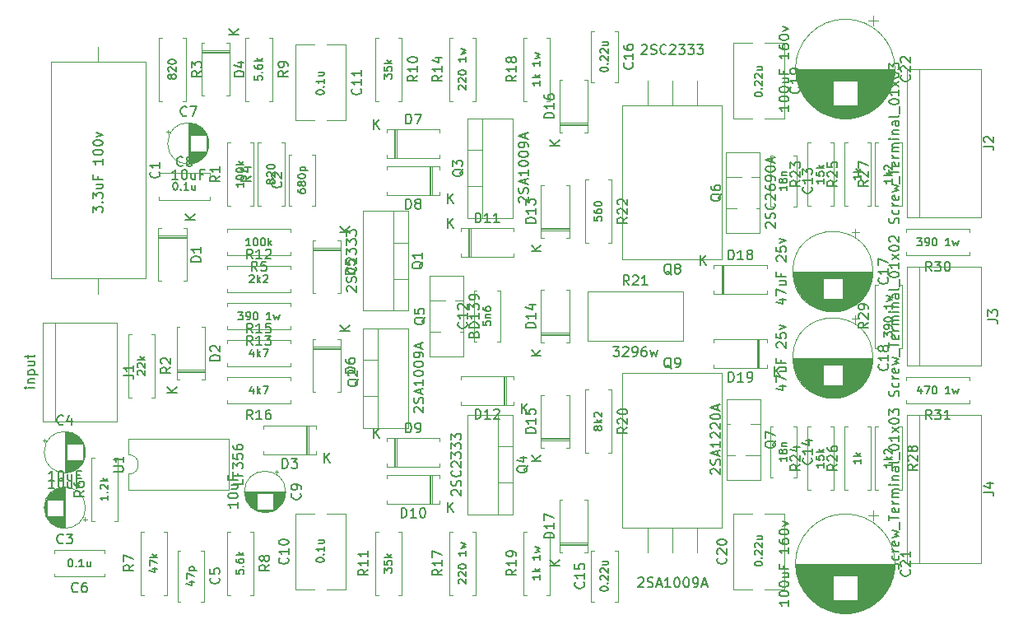
<source format=gbr>
%TF.GenerationSoftware,KiCad,Pcbnew,(5.1.9)-1*%
%TF.CreationDate,2021-06-08T03:56:04-03:00*%
%TF.ProjectId,amp1000,616d7031-3030-4302-9e6b-696361645f70,rev?*%
%TF.SameCoordinates,Original*%
%TF.FileFunction,Legend,Top*%
%TF.FilePolarity,Positive*%
%FSLAX46Y46*%
G04 Gerber Fmt 4.6, Leading zero omitted, Abs format (unit mm)*
G04 Created by KiCad (PCBNEW (5.1.9)-1) date 2021-06-08 03:56:04*
%MOMM*%
%LPD*%
G01*
G04 APERTURE LIST*
%ADD10C,0.120000*%
%ADD11C,0.150000*%
G04 APERTURE END LIST*
D10*
%TO.C,R31*%
X170085000Y-102770000D02*
X170085000Y-103100000D01*
X176625000Y-102770000D02*
X170085000Y-102770000D01*
X176625000Y-103100000D02*
X176625000Y-102770000D01*
X170085000Y-105510000D02*
X170085000Y-105180000D01*
X176625000Y-105510000D02*
X170085000Y-105510000D01*
X176625000Y-105180000D02*
X176625000Y-105510000D01*
%TO.C,R30*%
X170085000Y-87530000D02*
X170085000Y-87860000D01*
X176625000Y-87530000D02*
X170085000Y-87530000D01*
X176625000Y-87860000D02*
X176625000Y-87530000D01*
X170085000Y-90270000D02*
X170085000Y-89940000D01*
X176625000Y-90270000D02*
X170085000Y-90270000D01*
X176625000Y-89940000D02*
X176625000Y-90270000D01*
%TO.C,R29*%
X169645000Y-93250000D02*
X169315000Y-93250000D01*
X169645000Y-99790000D02*
X169645000Y-93250000D01*
X169315000Y-99790000D02*
X169645000Y-99790000D01*
X166905000Y-93250000D02*
X167235000Y-93250000D01*
X166905000Y-99790000D02*
X166905000Y-93250000D01*
X167235000Y-99790000D02*
X166905000Y-99790000D01*
%TO.C,R28*%
X166905000Y-114395000D02*
X167235000Y-114395000D01*
X166905000Y-107855000D02*
X166905000Y-114395000D01*
X167235000Y-107855000D02*
X166905000Y-107855000D01*
X169645000Y-114395000D02*
X169315000Y-114395000D01*
X169645000Y-107855000D02*
X169645000Y-114395000D01*
X169315000Y-107855000D02*
X169645000Y-107855000D01*
%TO.C,R27*%
X169645000Y-78645000D02*
X169315000Y-78645000D01*
X169645000Y-85185000D02*
X169645000Y-78645000D01*
X169315000Y-85185000D02*
X169645000Y-85185000D01*
X166905000Y-78645000D02*
X167235000Y-78645000D01*
X166905000Y-85185000D02*
X166905000Y-78645000D01*
X167235000Y-85185000D02*
X166905000Y-85185000D01*
%TO.C,R26*%
X166470000Y-107855000D02*
X166140000Y-107855000D01*
X166470000Y-114395000D02*
X166470000Y-107855000D01*
X166140000Y-114395000D02*
X166470000Y-114395000D01*
X163730000Y-107855000D02*
X164060000Y-107855000D01*
X163730000Y-114395000D02*
X163730000Y-107855000D01*
X164060000Y-114395000D02*
X163730000Y-114395000D01*
%TO.C,R25*%
X166470000Y-78645000D02*
X166140000Y-78645000D01*
X166470000Y-85185000D02*
X166470000Y-78645000D01*
X166140000Y-85185000D02*
X166470000Y-85185000D01*
X163730000Y-78645000D02*
X164060000Y-78645000D01*
X163730000Y-85185000D02*
X163730000Y-78645000D01*
X164060000Y-85185000D02*
X163730000Y-85185000D01*
%TO.C,R24*%
X162660000Y-107855000D02*
X162330000Y-107855000D01*
X162660000Y-114395000D02*
X162660000Y-107855000D01*
X162330000Y-114395000D02*
X162660000Y-114395000D01*
X159920000Y-107855000D02*
X160250000Y-107855000D01*
X159920000Y-114395000D02*
X159920000Y-107855000D01*
X160250000Y-114395000D02*
X159920000Y-114395000D01*
%TO.C,R23*%
X162660000Y-78645000D02*
X162330000Y-78645000D01*
X162660000Y-85185000D02*
X162660000Y-78645000D01*
X162330000Y-85185000D02*
X162660000Y-85185000D01*
X159920000Y-78645000D02*
X160250000Y-78645000D01*
X159920000Y-85185000D02*
X159920000Y-78645000D01*
X160250000Y-85185000D02*
X159920000Y-85185000D01*
%TO.C,R22*%
X137060000Y-88995000D02*
X137390000Y-88995000D01*
X137060000Y-82455000D02*
X137060000Y-88995000D01*
X137390000Y-82455000D02*
X137060000Y-82455000D01*
X139800000Y-88995000D02*
X139470000Y-88995000D01*
X139800000Y-82455000D02*
X139800000Y-88995000D01*
X139470000Y-82455000D02*
X139800000Y-82455000D01*
%TO.C,R20*%
X137060000Y-110585000D02*
X137390000Y-110585000D01*
X137060000Y-104045000D02*
X137060000Y-110585000D01*
X137390000Y-104045000D02*
X137060000Y-104045000D01*
X139800000Y-110585000D02*
X139470000Y-110585000D01*
X139800000Y-104045000D02*
X139800000Y-110585000D01*
X139470000Y-104045000D02*
X139800000Y-104045000D01*
%TO.C,R19*%
X133450000Y-118650000D02*
X133120000Y-118650000D01*
X133450000Y-125190000D02*
X133450000Y-118650000D01*
X133120000Y-125190000D02*
X133450000Y-125190000D01*
X130710000Y-118650000D02*
X131040000Y-118650000D01*
X130710000Y-125190000D02*
X130710000Y-118650000D01*
X131040000Y-125190000D02*
X130710000Y-125190000D01*
%TO.C,R18*%
X133450000Y-67850000D02*
X133120000Y-67850000D01*
X133450000Y-74390000D02*
X133450000Y-67850000D01*
X133120000Y-74390000D02*
X133450000Y-74390000D01*
X130710000Y-67850000D02*
X131040000Y-67850000D01*
X130710000Y-74390000D02*
X130710000Y-67850000D01*
X131040000Y-74390000D02*
X130710000Y-74390000D01*
%TO.C,R17*%
X125830000Y-118650000D02*
X125500000Y-118650000D01*
X125830000Y-125190000D02*
X125830000Y-118650000D01*
X125500000Y-125190000D02*
X125830000Y-125190000D01*
X123090000Y-118650000D02*
X123420000Y-118650000D01*
X123090000Y-125190000D02*
X123090000Y-118650000D01*
X123420000Y-125190000D02*
X123090000Y-125190000D01*
%TO.C,R16*%
X100235000Y-102770000D02*
X100235000Y-103100000D01*
X106775000Y-102770000D02*
X100235000Y-102770000D01*
X106775000Y-103100000D02*
X106775000Y-102770000D01*
X100235000Y-105510000D02*
X100235000Y-105180000D01*
X106775000Y-105510000D02*
X100235000Y-105510000D01*
X106775000Y-105180000D02*
X106775000Y-105510000D01*
%TO.C,R15*%
X106775000Y-101700000D02*
X106775000Y-101370000D01*
X100235000Y-101700000D02*
X106775000Y-101700000D01*
X100235000Y-101370000D02*
X100235000Y-101700000D01*
X106775000Y-98960000D02*
X106775000Y-99290000D01*
X100235000Y-98960000D02*
X106775000Y-98960000D01*
X100235000Y-99290000D02*
X100235000Y-98960000D01*
%TO.C,R14*%
X125830000Y-67850000D02*
X125500000Y-67850000D01*
X125830000Y-74390000D02*
X125830000Y-67850000D01*
X125500000Y-74390000D02*
X125830000Y-74390000D01*
X123090000Y-67850000D02*
X123420000Y-67850000D01*
X123090000Y-74390000D02*
X123090000Y-67850000D01*
X123420000Y-74390000D02*
X123090000Y-74390000D01*
%TO.C,R13*%
X100235000Y-95150000D02*
X100235000Y-95480000D01*
X106775000Y-95150000D02*
X100235000Y-95150000D01*
X106775000Y-95480000D02*
X106775000Y-95150000D01*
X100235000Y-97890000D02*
X100235000Y-97560000D01*
X106775000Y-97890000D02*
X100235000Y-97890000D01*
X106775000Y-97560000D02*
X106775000Y-97890000D01*
%TO.C,R12*%
X106775000Y-94080000D02*
X106775000Y-93750000D01*
X100235000Y-94080000D02*
X106775000Y-94080000D01*
X100235000Y-93750000D02*
X100235000Y-94080000D01*
X106775000Y-91340000D02*
X106775000Y-91670000D01*
X100235000Y-91340000D02*
X106775000Y-91340000D01*
X100235000Y-91670000D02*
X100235000Y-91340000D01*
%TO.C,R11*%
X118210000Y-118650000D02*
X117880000Y-118650000D01*
X118210000Y-125190000D02*
X118210000Y-118650000D01*
X117880000Y-125190000D02*
X118210000Y-125190000D01*
X115470000Y-118650000D02*
X115800000Y-118650000D01*
X115470000Y-125190000D02*
X115470000Y-118650000D01*
X115800000Y-125190000D02*
X115470000Y-125190000D01*
%TO.C,R10*%
X118210000Y-67850000D02*
X117880000Y-67850000D01*
X118210000Y-74390000D02*
X118210000Y-67850000D01*
X117880000Y-74390000D02*
X118210000Y-74390000D01*
X115470000Y-67850000D02*
X115800000Y-67850000D01*
X115470000Y-74390000D02*
X115470000Y-67850000D01*
X115800000Y-74390000D02*
X115470000Y-74390000D01*
%TO.C,R9*%
X102135000Y-74390000D02*
X102465000Y-74390000D01*
X102135000Y-67850000D02*
X102135000Y-74390000D01*
X102465000Y-67850000D02*
X102135000Y-67850000D01*
X104875000Y-74390000D02*
X104545000Y-74390000D01*
X104875000Y-67850000D02*
X104875000Y-74390000D01*
X104545000Y-67850000D02*
X104875000Y-67850000D01*
%TO.C,R8*%
X100230000Y-125190000D02*
X100560000Y-125190000D01*
X100230000Y-118650000D02*
X100230000Y-125190000D01*
X100560000Y-118650000D02*
X100230000Y-118650000D01*
X102970000Y-125190000D02*
X102640000Y-125190000D01*
X102970000Y-118650000D02*
X102970000Y-125190000D01*
X102640000Y-118650000D02*
X102970000Y-118650000D01*
%TO.C,R7*%
X94080000Y-118650000D02*
X93750000Y-118650000D01*
X94080000Y-125190000D02*
X94080000Y-118650000D01*
X93750000Y-125190000D02*
X94080000Y-125190000D01*
X91340000Y-118650000D02*
X91670000Y-118650000D01*
X91340000Y-125190000D02*
X91340000Y-118650000D01*
X91670000Y-125190000D02*
X91340000Y-125190000D01*
%TO.C,R6*%
X89000000Y-111030000D02*
X88670000Y-111030000D01*
X89000000Y-117570000D02*
X89000000Y-111030000D01*
X88670000Y-117570000D02*
X89000000Y-117570000D01*
X86260000Y-111030000D02*
X86590000Y-111030000D01*
X86260000Y-117570000D02*
X86260000Y-111030000D01*
X86590000Y-117570000D02*
X86260000Y-117570000D01*
%TO.C,R5*%
X100235000Y-87530000D02*
X100235000Y-87860000D01*
X106775000Y-87530000D02*
X100235000Y-87530000D01*
X106775000Y-87860000D02*
X106775000Y-87530000D01*
X100235000Y-90270000D02*
X100235000Y-89940000D01*
X106775000Y-90270000D02*
X100235000Y-90270000D01*
X106775000Y-89940000D02*
X106775000Y-90270000D01*
%TO.C,R4*%
X106145000Y-78645000D02*
X105815000Y-78645000D01*
X106145000Y-85185000D02*
X106145000Y-78645000D01*
X105815000Y-85185000D02*
X106145000Y-85185000D01*
X103405000Y-78645000D02*
X103735000Y-78645000D01*
X103405000Y-85185000D02*
X103405000Y-78645000D01*
X103735000Y-85185000D02*
X103405000Y-85185000D01*
%TO.C,R3*%
X95985000Y-67850000D02*
X95655000Y-67850000D01*
X95985000Y-74390000D02*
X95985000Y-67850000D01*
X95655000Y-74390000D02*
X95985000Y-74390000D01*
X93245000Y-67850000D02*
X93575000Y-67850000D01*
X93245000Y-74390000D02*
X93245000Y-67850000D01*
X93575000Y-74390000D02*
X93245000Y-74390000D01*
%TO.C,R2*%
X90070000Y-104870000D02*
X90400000Y-104870000D01*
X90070000Y-98330000D02*
X90070000Y-104870000D01*
X90400000Y-98330000D02*
X90070000Y-98330000D01*
X92810000Y-104870000D02*
X92480000Y-104870000D01*
X92810000Y-98330000D02*
X92810000Y-104870000D01*
X92480000Y-98330000D02*
X92810000Y-98330000D01*
%TO.C,R1*%
X102970000Y-78645000D02*
X102640000Y-78645000D01*
X102970000Y-85185000D02*
X102970000Y-78645000D01*
X102640000Y-85185000D02*
X102970000Y-85185000D01*
X100230000Y-78645000D02*
X100560000Y-78645000D01*
X100230000Y-85185000D02*
X100230000Y-78645000D01*
X100560000Y-85185000D02*
X100230000Y-85185000D01*
%TO.C,U1*%
X90110000Y-109110000D02*
X90110000Y-110760000D01*
X100390000Y-109110000D02*
X90110000Y-109110000D01*
X100390000Y-114410000D02*
X100390000Y-109110000D01*
X90110000Y-114410000D02*
X100390000Y-114410000D01*
X90110000Y-112760000D02*
X90110000Y-114410000D01*
X90110000Y-110760000D02*
G75*
G02*
X90110000Y-112760000I0J-1000000D01*
G01*
%TO.C,R21*%
X147125000Y-93990000D02*
X147125000Y-99060000D01*
X137355000Y-93990000D02*
X137355000Y-99060000D01*
X137355000Y-99060000D02*
X147125000Y-99060000D01*
X137355000Y-93990000D02*
X147125000Y-93990000D01*
%TO.C,Q9*%
X148590000Y-118230000D02*
X148590000Y-120770000D01*
X146050000Y-118230000D02*
X146050000Y-120770000D01*
X143510000Y-118230000D02*
X143510000Y-120770000D01*
X151170000Y-102340000D02*
X151170000Y-118230000D01*
X140930000Y-102340000D02*
X140930000Y-118230000D01*
X140930000Y-102340000D02*
X151170000Y-102340000D01*
X140930000Y-118230000D02*
X151170000Y-118230000D01*
%TO.C,Q8*%
X143510000Y-74810000D02*
X143510000Y-72270000D01*
X146050000Y-74810000D02*
X146050000Y-72270000D01*
X148590000Y-74810000D02*
X148590000Y-72270000D01*
X140930000Y-90700000D02*
X140930000Y-74810000D01*
X151170000Y-90700000D02*
X151170000Y-74810000D01*
X151170000Y-90700000D02*
X140930000Y-90700000D01*
X151170000Y-74810000D02*
X140930000Y-74810000D01*
%TO.C,Q7*%
X152495000Y-110821000D02*
X151665000Y-110821000D01*
X155155000Y-110821000D02*
X153575000Y-110821000D01*
X151985000Y-107620000D02*
X151665000Y-107620000D01*
X155155000Y-107620000D02*
X154085000Y-107620000D01*
X155155000Y-113340000D02*
X151665000Y-113340000D01*
X155155000Y-105100000D02*
X151665000Y-105100000D01*
X151665000Y-105100000D02*
X151665000Y-113340000D01*
X155155000Y-105100000D02*
X155155000Y-113340000D01*
%TO.C,Q6*%
X154210000Y-82219000D02*
X155040000Y-82219000D01*
X151550000Y-82219000D02*
X153130000Y-82219000D01*
X154720000Y-85420000D02*
X155040000Y-85420000D01*
X151550000Y-85420000D02*
X152620000Y-85420000D01*
X151550000Y-79700000D02*
X155040000Y-79700000D01*
X151550000Y-87940000D02*
X155040000Y-87940000D01*
X155040000Y-87940000D02*
X155040000Y-79700000D01*
X151550000Y-87940000D02*
X151550000Y-79700000D01*
%TO.C,Q5*%
X123730000Y-94919000D02*
X124560000Y-94919000D01*
X121070000Y-94919000D02*
X122650000Y-94919000D01*
X124240000Y-98120000D02*
X124560000Y-98120000D01*
X121070000Y-98120000D02*
X122140000Y-98120000D01*
X121070000Y-92400000D02*
X124560000Y-92400000D01*
X121070000Y-100640000D02*
X124560000Y-100640000D01*
X124560000Y-100640000D02*
X124560000Y-92400000D01*
X121070000Y-100640000D02*
X121070000Y-92400000D01*
%TO.C,Q4*%
X129635000Y-113611000D02*
X128125000Y-113611000D01*
X129635000Y-109910000D02*
X128125000Y-109910000D01*
X128125000Y-106640000D02*
X128125000Y-116880000D01*
X129635000Y-116880000D02*
X124994000Y-116880000D01*
X129635000Y-106640000D02*
X124994000Y-106640000D01*
X124994000Y-106640000D02*
X124994000Y-116880000D01*
X129635000Y-106640000D02*
X129635000Y-116880000D01*
%TO.C,Q3*%
X125000000Y-79429000D02*
X126510000Y-79429000D01*
X125000000Y-83130000D02*
X126510000Y-83130000D01*
X126510000Y-86400000D02*
X126510000Y-76160000D01*
X125000000Y-76160000D02*
X129641000Y-76160000D01*
X125000000Y-86400000D02*
X129641000Y-86400000D01*
X129641000Y-86400000D02*
X129641000Y-76160000D01*
X125000000Y-86400000D02*
X125000000Y-76160000D01*
%TO.C,Q2*%
X114205000Y-101019000D02*
X115715000Y-101019000D01*
X114205000Y-104720000D02*
X115715000Y-104720000D01*
X115715000Y-107990000D02*
X115715000Y-97750000D01*
X114205000Y-97750000D02*
X118846000Y-97750000D01*
X114205000Y-107990000D02*
X118846000Y-107990000D01*
X118846000Y-107990000D02*
X118846000Y-97750000D01*
X114205000Y-107990000D02*
X114205000Y-97750000D01*
%TO.C,Q1*%
X118840000Y-92656000D02*
X117330000Y-92656000D01*
X118840000Y-88955000D02*
X117330000Y-88955000D01*
X117330000Y-85685000D02*
X117330000Y-95925000D01*
X118840000Y-95925000D02*
X114199000Y-95925000D01*
X118840000Y-85685000D02*
X114199000Y-85685000D01*
X114199000Y-85685000D02*
X114199000Y-95925000D01*
X118840000Y-85685000D02*
X118840000Y-95925000D01*
%TO.C,J4*%
X170180000Y-106680000D02*
X170180000Y-121920000D01*
X177800000Y-106680000D02*
X177800000Y-121920000D01*
X171450000Y-106680000D02*
X171450000Y-121920000D01*
X170180000Y-121920000D02*
X177800000Y-121920000D01*
X170180000Y-106680000D02*
X177800000Y-106680000D01*
%TO.C,J3*%
X170180000Y-91440000D02*
X170180000Y-101600000D01*
X177800000Y-91440000D02*
X170180000Y-91440000D01*
X177800000Y-101600000D02*
X177800000Y-91440000D01*
X170180000Y-101600000D02*
X177800000Y-101600000D01*
X171450000Y-101600000D02*
X171450000Y-91440000D01*
%TO.C,J2*%
X170180000Y-71120000D02*
X170180000Y-86360000D01*
X177800000Y-71120000D02*
X177800000Y-86360000D01*
X171450000Y-71120000D02*
X171450000Y-86360000D01*
X170180000Y-86360000D02*
X177800000Y-86360000D01*
X170180000Y-71120000D02*
X177800000Y-71120000D01*
%TO.C,J1*%
X81280000Y-97155000D02*
X81280000Y-107315000D01*
X88900000Y-97155000D02*
X81280000Y-97155000D01*
X88900000Y-107315000D02*
X88900000Y-97155000D01*
X81280000Y-107315000D02*
X88900000Y-107315000D01*
X82550000Y-107315000D02*
X82550000Y-97155000D01*
%TO.C,D19*%
X155755000Y-101470000D02*
X155755000Y-101800000D01*
X155755000Y-101800000D02*
X150315000Y-101800000D01*
X150315000Y-101800000D02*
X150315000Y-101470000D01*
X155755000Y-99190000D02*
X155755000Y-98860000D01*
X155755000Y-98860000D02*
X150315000Y-98860000D01*
X150315000Y-98860000D02*
X150315000Y-99190000D01*
X154855000Y-101800000D02*
X154855000Y-98860000D01*
X154735000Y-101800000D02*
X154735000Y-98860000D01*
X154975000Y-101800000D02*
X154975000Y-98860000D01*
%TO.C,D18*%
X150315000Y-91570000D02*
X150315000Y-91240000D01*
X150315000Y-91240000D02*
X155755000Y-91240000D01*
X155755000Y-91240000D02*
X155755000Y-91570000D01*
X150315000Y-93850000D02*
X150315000Y-94180000D01*
X150315000Y-94180000D02*
X155755000Y-94180000D01*
X155755000Y-94180000D02*
X155755000Y-93850000D01*
X151215000Y-91240000D02*
X151215000Y-94180000D01*
X151335000Y-91240000D02*
X151335000Y-94180000D01*
X151095000Y-91240000D02*
X151095000Y-94180000D01*
%TO.C,D17*%
X134750000Y-120830000D02*
X134420000Y-120830000D01*
X134420000Y-120830000D02*
X134420000Y-115390000D01*
X134420000Y-115390000D02*
X134750000Y-115390000D01*
X137030000Y-120830000D02*
X137360000Y-120830000D01*
X137360000Y-120830000D02*
X137360000Y-115390000D01*
X137360000Y-115390000D02*
X137030000Y-115390000D01*
X134420000Y-119930000D02*
X137360000Y-119930000D01*
X134420000Y-119810000D02*
X137360000Y-119810000D01*
X134420000Y-120050000D02*
X137360000Y-120050000D01*
%TO.C,D16*%
X134750000Y-77650000D02*
X134420000Y-77650000D01*
X134420000Y-77650000D02*
X134420000Y-72210000D01*
X134420000Y-72210000D02*
X134750000Y-72210000D01*
X137030000Y-77650000D02*
X137360000Y-77650000D01*
X137360000Y-77650000D02*
X137360000Y-72210000D01*
X137360000Y-72210000D02*
X137030000Y-72210000D01*
X134420000Y-76750000D02*
X137360000Y-76750000D01*
X134420000Y-76630000D02*
X137360000Y-76630000D01*
X134420000Y-76870000D02*
X137360000Y-76870000D01*
%TO.C,D15*%
X132845000Y-110035000D02*
X132515000Y-110035000D01*
X132515000Y-110035000D02*
X132515000Y-104595000D01*
X132515000Y-104595000D02*
X132845000Y-104595000D01*
X135125000Y-110035000D02*
X135455000Y-110035000D01*
X135455000Y-110035000D02*
X135455000Y-104595000D01*
X135455000Y-104595000D02*
X135125000Y-104595000D01*
X132515000Y-109135000D02*
X135455000Y-109135000D01*
X132515000Y-109015000D02*
X135455000Y-109015000D01*
X132515000Y-109255000D02*
X135455000Y-109255000D01*
%TO.C,D14*%
X132845000Y-99240000D02*
X132515000Y-99240000D01*
X132515000Y-99240000D02*
X132515000Y-93800000D01*
X132515000Y-93800000D02*
X132845000Y-93800000D01*
X135125000Y-99240000D02*
X135455000Y-99240000D01*
X135455000Y-99240000D02*
X135455000Y-93800000D01*
X135455000Y-93800000D02*
X135125000Y-93800000D01*
X132515000Y-98340000D02*
X135455000Y-98340000D01*
X132515000Y-98220000D02*
X135455000Y-98220000D01*
X132515000Y-98460000D02*
X135455000Y-98460000D01*
%TO.C,D13*%
X132845000Y-88445000D02*
X132515000Y-88445000D01*
X132515000Y-88445000D02*
X132515000Y-83005000D01*
X132515000Y-83005000D02*
X132845000Y-83005000D01*
X135125000Y-88445000D02*
X135455000Y-88445000D01*
X135455000Y-88445000D02*
X135455000Y-83005000D01*
X135455000Y-83005000D02*
X135125000Y-83005000D01*
X132515000Y-87545000D02*
X135455000Y-87545000D01*
X132515000Y-87425000D02*
X135455000Y-87425000D01*
X132515000Y-87665000D02*
X135455000Y-87665000D01*
%TO.C,D12*%
X129720000Y-105280000D02*
X129720000Y-105610000D01*
X129720000Y-105610000D02*
X124280000Y-105610000D01*
X124280000Y-105610000D02*
X124280000Y-105280000D01*
X129720000Y-103000000D02*
X129720000Y-102670000D01*
X129720000Y-102670000D02*
X124280000Y-102670000D01*
X124280000Y-102670000D02*
X124280000Y-103000000D01*
X128820000Y-105610000D02*
X128820000Y-102670000D01*
X128700000Y-105610000D02*
X128700000Y-102670000D01*
X128940000Y-105610000D02*
X128940000Y-102670000D01*
%TO.C,D11*%
X124280000Y-87760000D02*
X124280000Y-87430000D01*
X124280000Y-87430000D02*
X129720000Y-87430000D01*
X129720000Y-87430000D02*
X129720000Y-87760000D01*
X124280000Y-90040000D02*
X124280000Y-90370000D01*
X124280000Y-90370000D02*
X129720000Y-90370000D01*
X129720000Y-90370000D02*
X129720000Y-90040000D01*
X125180000Y-87430000D02*
X125180000Y-90370000D01*
X125300000Y-87430000D02*
X125300000Y-90370000D01*
X125060000Y-87430000D02*
X125060000Y-90370000D01*
%TO.C,D10*%
X122100000Y-115440000D02*
X122100000Y-115770000D01*
X122100000Y-115770000D02*
X116660000Y-115770000D01*
X116660000Y-115770000D02*
X116660000Y-115440000D01*
X122100000Y-113160000D02*
X122100000Y-112830000D01*
X122100000Y-112830000D02*
X116660000Y-112830000D01*
X116660000Y-112830000D02*
X116660000Y-113160000D01*
X121200000Y-115770000D02*
X121200000Y-112830000D01*
X121080000Y-115770000D02*
X121080000Y-112830000D01*
X121320000Y-115770000D02*
X121320000Y-112830000D01*
%TO.C,D9*%
X116660000Y-109350000D02*
X116660000Y-109020000D01*
X116660000Y-109020000D02*
X122100000Y-109020000D01*
X122100000Y-109020000D02*
X122100000Y-109350000D01*
X116660000Y-111630000D02*
X116660000Y-111960000D01*
X116660000Y-111960000D02*
X122100000Y-111960000D01*
X122100000Y-111960000D02*
X122100000Y-111630000D01*
X117560000Y-109020000D02*
X117560000Y-111960000D01*
X117680000Y-109020000D02*
X117680000Y-111960000D01*
X117440000Y-109020000D02*
X117440000Y-111960000D01*
%TO.C,D8*%
X122100000Y-83690000D02*
X122100000Y-84020000D01*
X122100000Y-84020000D02*
X116660000Y-84020000D01*
X116660000Y-84020000D02*
X116660000Y-83690000D01*
X122100000Y-81410000D02*
X122100000Y-81080000D01*
X122100000Y-81080000D02*
X116660000Y-81080000D01*
X116660000Y-81080000D02*
X116660000Y-81410000D01*
X121200000Y-84020000D02*
X121200000Y-81080000D01*
X121080000Y-84020000D02*
X121080000Y-81080000D01*
X121320000Y-84020000D02*
X121320000Y-81080000D01*
%TO.C,D7*%
X116660000Y-77600000D02*
X116660000Y-77270000D01*
X116660000Y-77270000D02*
X122100000Y-77270000D01*
X122100000Y-77270000D02*
X122100000Y-77600000D01*
X116660000Y-79880000D02*
X116660000Y-80210000D01*
X116660000Y-80210000D02*
X122100000Y-80210000D01*
X122100000Y-80210000D02*
X122100000Y-79880000D01*
X117560000Y-77270000D02*
X117560000Y-80210000D01*
X117680000Y-77270000D02*
X117680000Y-80210000D01*
X117440000Y-77270000D02*
X117440000Y-80210000D01*
%TO.C,D6*%
X111630000Y-98880000D02*
X111960000Y-98880000D01*
X111960000Y-98880000D02*
X111960000Y-104320000D01*
X111960000Y-104320000D02*
X111630000Y-104320000D01*
X109350000Y-98880000D02*
X109020000Y-98880000D01*
X109020000Y-98880000D02*
X109020000Y-104320000D01*
X109020000Y-104320000D02*
X109350000Y-104320000D01*
X111960000Y-99780000D02*
X109020000Y-99780000D01*
X111960000Y-99900000D02*
X109020000Y-99900000D01*
X111960000Y-99660000D02*
X109020000Y-99660000D01*
%TO.C,D5*%
X111630000Y-88720000D02*
X111960000Y-88720000D01*
X111960000Y-88720000D02*
X111960000Y-94160000D01*
X111960000Y-94160000D02*
X111630000Y-94160000D01*
X109350000Y-88720000D02*
X109020000Y-88720000D01*
X109020000Y-88720000D02*
X109020000Y-94160000D01*
X109020000Y-94160000D02*
X109350000Y-94160000D01*
X111960000Y-89620000D02*
X109020000Y-89620000D01*
X111960000Y-89740000D02*
X109020000Y-89740000D01*
X111960000Y-89500000D02*
X109020000Y-89500000D01*
%TO.C,D4*%
X100200000Y-68400000D02*
X100530000Y-68400000D01*
X100530000Y-68400000D02*
X100530000Y-73840000D01*
X100530000Y-73840000D02*
X100200000Y-73840000D01*
X97920000Y-68400000D02*
X97590000Y-68400000D01*
X97590000Y-68400000D02*
X97590000Y-73840000D01*
X97590000Y-73840000D02*
X97920000Y-73840000D01*
X100530000Y-69300000D02*
X97590000Y-69300000D01*
X100530000Y-69420000D02*
X97590000Y-69420000D01*
X100530000Y-69180000D02*
X97590000Y-69180000D01*
%TO.C,D3*%
X109400000Y-110360000D02*
X109400000Y-110690000D01*
X109400000Y-110690000D02*
X103960000Y-110690000D01*
X103960000Y-110690000D02*
X103960000Y-110360000D01*
X109400000Y-108080000D02*
X109400000Y-107750000D01*
X109400000Y-107750000D02*
X103960000Y-107750000D01*
X103960000Y-107750000D02*
X103960000Y-108080000D01*
X108500000Y-110690000D02*
X108500000Y-107750000D01*
X108380000Y-110690000D02*
X108380000Y-107750000D01*
X108620000Y-110690000D02*
X108620000Y-107750000D01*
%TO.C,D2*%
X95380000Y-103050000D02*
X95050000Y-103050000D01*
X95050000Y-103050000D02*
X95050000Y-97610000D01*
X95050000Y-97610000D02*
X95380000Y-97610000D01*
X97660000Y-103050000D02*
X97990000Y-103050000D01*
X97990000Y-103050000D02*
X97990000Y-97610000D01*
X97990000Y-97610000D02*
X97660000Y-97610000D01*
X95050000Y-102150000D02*
X97990000Y-102150000D01*
X95050000Y-102030000D02*
X97990000Y-102030000D01*
X95050000Y-102270000D02*
X97990000Y-102270000D01*
%TO.C,D1*%
X95755000Y-87450000D02*
X96085000Y-87450000D01*
X96085000Y-87450000D02*
X96085000Y-92890000D01*
X96085000Y-92890000D02*
X95755000Y-92890000D01*
X93475000Y-87450000D02*
X93145000Y-87450000D01*
X93145000Y-87450000D02*
X93145000Y-92890000D01*
X93145000Y-92890000D02*
X93475000Y-92890000D01*
X96085000Y-88350000D02*
X93145000Y-88350000D01*
X96085000Y-88470000D02*
X93145000Y-88470000D01*
X96085000Y-88230000D02*
X93145000Y-88230000D01*
%TO.C,C22*%
X167205000Y-66100354D02*
X166205000Y-66100354D01*
X166705000Y-65600354D02*
X166705000Y-66600354D01*
X164429000Y-76161000D02*
X163231000Y-76161000D01*
X164692000Y-76121000D02*
X162968000Y-76121000D01*
X164892000Y-76081000D02*
X162768000Y-76081000D01*
X165060000Y-76041000D02*
X162600000Y-76041000D01*
X165208000Y-76001000D02*
X162452000Y-76001000D01*
X165340000Y-75961000D02*
X162320000Y-75961000D01*
X165460000Y-75921000D02*
X162200000Y-75921000D01*
X165572000Y-75881000D02*
X162088000Y-75881000D01*
X165676000Y-75841000D02*
X161984000Y-75841000D01*
X165774000Y-75801000D02*
X161886000Y-75801000D01*
X165867000Y-75761000D02*
X161793000Y-75761000D01*
X165955000Y-75721000D02*
X161705000Y-75721000D01*
X166039000Y-75681000D02*
X161621000Y-75681000D01*
X166119000Y-75641000D02*
X161541000Y-75641000D01*
X166195000Y-75601000D02*
X161465000Y-75601000D01*
X166269000Y-75561000D02*
X161391000Y-75561000D01*
X166340000Y-75521000D02*
X161320000Y-75521000D01*
X166409000Y-75481000D02*
X161251000Y-75481000D01*
X166475000Y-75441000D02*
X161185000Y-75441000D01*
X166539000Y-75401000D02*
X161121000Y-75401000D01*
X166600000Y-75361000D02*
X161060000Y-75361000D01*
X166660000Y-75321000D02*
X161000000Y-75321000D01*
X166719000Y-75281000D02*
X160941000Y-75281000D01*
X166775000Y-75241000D02*
X160885000Y-75241000D01*
X166830000Y-75201000D02*
X160830000Y-75201000D01*
X166884000Y-75161000D02*
X160776000Y-75161000D01*
X166936000Y-75121000D02*
X160724000Y-75121000D01*
X166986000Y-75081000D02*
X160674000Y-75081000D01*
X167036000Y-75041000D02*
X160624000Y-75041000D01*
X167084000Y-75001000D02*
X160576000Y-75001000D01*
X167131000Y-74961000D02*
X160529000Y-74961000D01*
X167177000Y-74921000D02*
X160483000Y-74921000D01*
X167222000Y-74881000D02*
X160438000Y-74881000D01*
X167266000Y-74841000D02*
X160394000Y-74841000D01*
X162589000Y-74801000D02*
X160352000Y-74801000D01*
X167308000Y-74801000D02*
X165071000Y-74801000D01*
X162589000Y-74761000D02*
X160310000Y-74761000D01*
X167350000Y-74761000D02*
X165071000Y-74761000D01*
X162589000Y-74721000D02*
X160269000Y-74721000D01*
X167391000Y-74721000D02*
X165071000Y-74721000D01*
X162589000Y-74681000D02*
X160229000Y-74681000D01*
X167431000Y-74681000D02*
X165071000Y-74681000D01*
X162589000Y-74641000D02*
X160190000Y-74641000D01*
X167470000Y-74641000D02*
X165071000Y-74641000D01*
X162589000Y-74601000D02*
X160151000Y-74601000D01*
X167509000Y-74601000D02*
X165071000Y-74601000D01*
X162589000Y-74561000D02*
X160114000Y-74561000D01*
X167546000Y-74561000D02*
X165071000Y-74561000D01*
X162589000Y-74521000D02*
X160077000Y-74521000D01*
X167583000Y-74521000D02*
X165071000Y-74521000D01*
X162589000Y-74481000D02*
X160041000Y-74481000D01*
X167619000Y-74481000D02*
X165071000Y-74481000D01*
X162589000Y-74441000D02*
X160006000Y-74441000D01*
X167654000Y-74441000D02*
X165071000Y-74441000D01*
X162589000Y-74401000D02*
X159972000Y-74401000D01*
X167688000Y-74401000D02*
X165071000Y-74401000D01*
X162589000Y-74361000D02*
X159938000Y-74361000D01*
X167722000Y-74361000D02*
X165071000Y-74361000D01*
X162589000Y-74321000D02*
X159905000Y-74321000D01*
X167755000Y-74321000D02*
X165071000Y-74321000D01*
X162589000Y-74281000D02*
X159873000Y-74281000D01*
X167787000Y-74281000D02*
X165071000Y-74281000D01*
X162589000Y-74241000D02*
X159841000Y-74241000D01*
X167819000Y-74241000D02*
X165071000Y-74241000D01*
X162589000Y-74201000D02*
X159810000Y-74201000D01*
X167850000Y-74201000D02*
X165071000Y-74201000D01*
X162589000Y-74161000D02*
X159780000Y-74161000D01*
X167880000Y-74161000D02*
X165071000Y-74161000D01*
X162589000Y-74121000D02*
X159750000Y-74121000D01*
X167910000Y-74121000D02*
X165071000Y-74121000D01*
X162589000Y-74081000D02*
X159720000Y-74081000D01*
X167940000Y-74081000D02*
X165071000Y-74081000D01*
X162589000Y-74041000D02*
X159692000Y-74041000D01*
X167968000Y-74041000D02*
X165071000Y-74041000D01*
X162589000Y-74001000D02*
X159664000Y-74001000D01*
X167996000Y-74001000D02*
X165071000Y-74001000D01*
X162589000Y-73961000D02*
X159636000Y-73961000D01*
X168024000Y-73961000D02*
X165071000Y-73961000D01*
X162589000Y-73921000D02*
X159609000Y-73921000D01*
X168051000Y-73921000D02*
X165071000Y-73921000D01*
X162589000Y-73881000D02*
X159583000Y-73881000D01*
X168077000Y-73881000D02*
X165071000Y-73881000D01*
X162589000Y-73841000D02*
X159557000Y-73841000D01*
X168103000Y-73841000D02*
X165071000Y-73841000D01*
X162589000Y-73801000D02*
X159532000Y-73801000D01*
X168128000Y-73801000D02*
X165071000Y-73801000D01*
X162589000Y-73761000D02*
X159507000Y-73761000D01*
X168153000Y-73761000D02*
X165071000Y-73761000D01*
X162589000Y-73721000D02*
X159483000Y-73721000D01*
X168177000Y-73721000D02*
X165071000Y-73721000D01*
X162589000Y-73681000D02*
X159459000Y-73681000D01*
X168201000Y-73681000D02*
X165071000Y-73681000D01*
X162589000Y-73641000D02*
X159435000Y-73641000D01*
X168225000Y-73641000D02*
X165071000Y-73641000D01*
X162589000Y-73601000D02*
X159413000Y-73601000D01*
X168247000Y-73601000D02*
X165071000Y-73601000D01*
X162589000Y-73561000D02*
X159390000Y-73561000D01*
X168270000Y-73561000D02*
X165071000Y-73561000D01*
X162589000Y-73521000D02*
X159368000Y-73521000D01*
X168292000Y-73521000D02*
X165071000Y-73521000D01*
X162589000Y-73481000D02*
X159347000Y-73481000D01*
X168313000Y-73481000D02*
X165071000Y-73481000D01*
X162589000Y-73441000D02*
X159326000Y-73441000D01*
X168334000Y-73441000D02*
X165071000Y-73441000D01*
X162589000Y-73401000D02*
X159305000Y-73401000D01*
X168355000Y-73401000D02*
X165071000Y-73401000D01*
X162589000Y-73361000D02*
X159285000Y-73361000D01*
X168375000Y-73361000D02*
X165071000Y-73361000D01*
X162589000Y-73321000D02*
X159266000Y-73321000D01*
X168394000Y-73321000D02*
X165071000Y-73321000D01*
X162589000Y-73281000D02*
X159246000Y-73281000D01*
X168414000Y-73281000D02*
X165071000Y-73281000D01*
X162589000Y-73241000D02*
X159227000Y-73241000D01*
X168433000Y-73241000D02*
X165071000Y-73241000D01*
X162589000Y-73201000D02*
X159209000Y-73201000D01*
X168451000Y-73201000D02*
X165071000Y-73201000D01*
X162589000Y-73161000D02*
X159191000Y-73161000D01*
X168469000Y-73161000D02*
X165071000Y-73161000D01*
X162589000Y-73121000D02*
X159173000Y-73121000D01*
X168487000Y-73121000D02*
X165071000Y-73121000D01*
X162589000Y-73081000D02*
X159156000Y-73081000D01*
X168504000Y-73081000D02*
X165071000Y-73081000D01*
X162589000Y-73041000D02*
X159140000Y-73041000D01*
X168520000Y-73041000D02*
X165071000Y-73041000D01*
X162589000Y-73001000D02*
X159123000Y-73001000D01*
X168537000Y-73001000D02*
X165071000Y-73001000D01*
X162589000Y-72961000D02*
X159107000Y-72961000D01*
X168553000Y-72961000D02*
X165071000Y-72961000D01*
X162589000Y-72921000D02*
X159092000Y-72921000D01*
X168568000Y-72921000D02*
X165071000Y-72921000D01*
X162589000Y-72881000D02*
X159076000Y-72881000D01*
X168584000Y-72881000D02*
X165071000Y-72881000D01*
X162589000Y-72841000D02*
X159062000Y-72841000D01*
X168598000Y-72841000D02*
X165071000Y-72841000D01*
X162589000Y-72801000D02*
X159047000Y-72801000D01*
X168613000Y-72801000D02*
X165071000Y-72801000D01*
X162589000Y-72761000D02*
X159033000Y-72761000D01*
X168627000Y-72761000D02*
X165071000Y-72761000D01*
X162589000Y-72721000D02*
X159019000Y-72721000D01*
X168641000Y-72721000D02*
X165071000Y-72721000D01*
X162589000Y-72681000D02*
X159006000Y-72681000D01*
X168654000Y-72681000D02*
X165071000Y-72681000D01*
X162589000Y-72641000D02*
X158993000Y-72641000D01*
X168667000Y-72641000D02*
X165071000Y-72641000D01*
X162589000Y-72601000D02*
X158980000Y-72601000D01*
X168680000Y-72601000D02*
X165071000Y-72601000D01*
X162589000Y-72561000D02*
X158968000Y-72561000D01*
X168692000Y-72561000D02*
X165071000Y-72561000D01*
X162589000Y-72521000D02*
X158956000Y-72521000D01*
X168704000Y-72521000D02*
X165071000Y-72521000D01*
X162589000Y-72481000D02*
X158945000Y-72481000D01*
X168715000Y-72481000D02*
X165071000Y-72481000D01*
X162589000Y-72441000D02*
X158933000Y-72441000D01*
X168727000Y-72441000D02*
X165071000Y-72441000D01*
X162589000Y-72401000D02*
X158923000Y-72401000D01*
X168737000Y-72401000D02*
X165071000Y-72401000D01*
X162589000Y-72361000D02*
X158912000Y-72361000D01*
X168748000Y-72361000D02*
X165071000Y-72361000D01*
X168758000Y-72321000D02*
X158902000Y-72321000D01*
X168768000Y-72281000D02*
X158892000Y-72281000D01*
X168777000Y-72241000D02*
X158883000Y-72241000D01*
X168786000Y-72201000D02*
X158874000Y-72201000D01*
X168795000Y-72161000D02*
X158865000Y-72161000D01*
X168804000Y-72121000D02*
X158856000Y-72121000D01*
X168812000Y-72081000D02*
X158848000Y-72081000D01*
X168820000Y-72041000D02*
X158840000Y-72041000D01*
X168827000Y-72001000D02*
X158833000Y-72001000D01*
X168834000Y-71961000D02*
X158826000Y-71961000D01*
X168841000Y-71921000D02*
X158819000Y-71921000D01*
X168848000Y-71881000D02*
X158812000Y-71881000D01*
X168854000Y-71841000D02*
X158806000Y-71841000D01*
X168860000Y-71801000D02*
X158800000Y-71801000D01*
X168865000Y-71760000D02*
X158795000Y-71760000D01*
X168870000Y-71720000D02*
X158790000Y-71720000D01*
X168875000Y-71680000D02*
X158785000Y-71680000D01*
X168880000Y-71640000D02*
X158780000Y-71640000D01*
X168884000Y-71600000D02*
X158776000Y-71600000D01*
X168888000Y-71560000D02*
X158772000Y-71560000D01*
X168892000Y-71520000D02*
X158768000Y-71520000D01*
X168895000Y-71480000D02*
X158765000Y-71480000D01*
X168898000Y-71440000D02*
X158762000Y-71440000D01*
X168900000Y-71400000D02*
X158760000Y-71400000D01*
X168903000Y-71360000D02*
X158757000Y-71360000D01*
X168905000Y-71320000D02*
X158755000Y-71320000D01*
X168907000Y-71280000D02*
X158753000Y-71280000D01*
X168908000Y-71240000D02*
X158752000Y-71240000D01*
X168909000Y-71200000D02*
X158751000Y-71200000D01*
X168910000Y-71160000D02*
X158750000Y-71160000D01*
X168910000Y-71120000D02*
X158750000Y-71120000D01*
X168910000Y-71080000D02*
X158750000Y-71080000D01*
X168950000Y-71080000D02*
G75*
G03*
X168950000Y-71080000I-5120000J0D01*
G01*
%TO.C,C21*%
X167205000Y-116980354D02*
X166205000Y-116980354D01*
X166705000Y-116480354D02*
X166705000Y-117480354D01*
X164429000Y-127041000D02*
X163231000Y-127041000D01*
X164692000Y-127001000D02*
X162968000Y-127001000D01*
X164892000Y-126961000D02*
X162768000Y-126961000D01*
X165060000Y-126921000D02*
X162600000Y-126921000D01*
X165208000Y-126881000D02*
X162452000Y-126881000D01*
X165340000Y-126841000D02*
X162320000Y-126841000D01*
X165460000Y-126801000D02*
X162200000Y-126801000D01*
X165572000Y-126761000D02*
X162088000Y-126761000D01*
X165676000Y-126721000D02*
X161984000Y-126721000D01*
X165774000Y-126681000D02*
X161886000Y-126681000D01*
X165867000Y-126641000D02*
X161793000Y-126641000D01*
X165955000Y-126601000D02*
X161705000Y-126601000D01*
X166039000Y-126561000D02*
X161621000Y-126561000D01*
X166119000Y-126521000D02*
X161541000Y-126521000D01*
X166195000Y-126481000D02*
X161465000Y-126481000D01*
X166269000Y-126441000D02*
X161391000Y-126441000D01*
X166340000Y-126401000D02*
X161320000Y-126401000D01*
X166409000Y-126361000D02*
X161251000Y-126361000D01*
X166475000Y-126321000D02*
X161185000Y-126321000D01*
X166539000Y-126281000D02*
X161121000Y-126281000D01*
X166600000Y-126241000D02*
X161060000Y-126241000D01*
X166660000Y-126201000D02*
X161000000Y-126201000D01*
X166719000Y-126161000D02*
X160941000Y-126161000D01*
X166775000Y-126121000D02*
X160885000Y-126121000D01*
X166830000Y-126081000D02*
X160830000Y-126081000D01*
X166884000Y-126041000D02*
X160776000Y-126041000D01*
X166936000Y-126001000D02*
X160724000Y-126001000D01*
X166986000Y-125961000D02*
X160674000Y-125961000D01*
X167036000Y-125921000D02*
X160624000Y-125921000D01*
X167084000Y-125881000D02*
X160576000Y-125881000D01*
X167131000Y-125841000D02*
X160529000Y-125841000D01*
X167177000Y-125801000D02*
X160483000Y-125801000D01*
X167222000Y-125761000D02*
X160438000Y-125761000D01*
X167266000Y-125721000D02*
X160394000Y-125721000D01*
X162589000Y-125681000D02*
X160352000Y-125681000D01*
X167308000Y-125681000D02*
X165071000Y-125681000D01*
X162589000Y-125641000D02*
X160310000Y-125641000D01*
X167350000Y-125641000D02*
X165071000Y-125641000D01*
X162589000Y-125601000D02*
X160269000Y-125601000D01*
X167391000Y-125601000D02*
X165071000Y-125601000D01*
X162589000Y-125561000D02*
X160229000Y-125561000D01*
X167431000Y-125561000D02*
X165071000Y-125561000D01*
X162589000Y-125521000D02*
X160190000Y-125521000D01*
X167470000Y-125521000D02*
X165071000Y-125521000D01*
X162589000Y-125481000D02*
X160151000Y-125481000D01*
X167509000Y-125481000D02*
X165071000Y-125481000D01*
X162589000Y-125441000D02*
X160114000Y-125441000D01*
X167546000Y-125441000D02*
X165071000Y-125441000D01*
X162589000Y-125401000D02*
X160077000Y-125401000D01*
X167583000Y-125401000D02*
X165071000Y-125401000D01*
X162589000Y-125361000D02*
X160041000Y-125361000D01*
X167619000Y-125361000D02*
X165071000Y-125361000D01*
X162589000Y-125321000D02*
X160006000Y-125321000D01*
X167654000Y-125321000D02*
X165071000Y-125321000D01*
X162589000Y-125281000D02*
X159972000Y-125281000D01*
X167688000Y-125281000D02*
X165071000Y-125281000D01*
X162589000Y-125241000D02*
X159938000Y-125241000D01*
X167722000Y-125241000D02*
X165071000Y-125241000D01*
X162589000Y-125201000D02*
X159905000Y-125201000D01*
X167755000Y-125201000D02*
X165071000Y-125201000D01*
X162589000Y-125161000D02*
X159873000Y-125161000D01*
X167787000Y-125161000D02*
X165071000Y-125161000D01*
X162589000Y-125121000D02*
X159841000Y-125121000D01*
X167819000Y-125121000D02*
X165071000Y-125121000D01*
X162589000Y-125081000D02*
X159810000Y-125081000D01*
X167850000Y-125081000D02*
X165071000Y-125081000D01*
X162589000Y-125041000D02*
X159780000Y-125041000D01*
X167880000Y-125041000D02*
X165071000Y-125041000D01*
X162589000Y-125001000D02*
X159750000Y-125001000D01*
X167910000Y-125001000D02*
X165071000Y-125001000D01*
X162589000Y-124961000D02*
X159720000Y-124961000D01*
X167940000Y-124961000D02*
X165071000Y-124961000D01*
X162589000Y-124921000D02*
X159692000Y-124921000D01*
X167968000Y-124921000D02*
X165071000Y-124921000D01*
X162589000Y-124881000D02*
X159664000Y-124881000D01*
X167996000Y-124881000D02*
X165071000Y-124881000D01*
X162589000Y-124841000D02*
X159636000Y-124841000D01*
X168024000Y-124841000D02*
X165071000Y-124841000D01*
X162589000Y-124801000D02*
X159609000Y-124801000D01*
X168051000Y-124801000D02*
X165071000Y-124801000D01*
X162589000Y-124761000D02*
X159583000Y-124761000D01*
X168077000Y-124761000D02*
X165071000Y-124761000D01*
X162589000Y-124721000D02*
X159557000Y-124721000D01*
X168103000Y-124721000D02*
X165071000Y-124721000D01*
X162589000Y-124681000D02*
X159532000Y-124681000D01*
X168128000Y-124681000D02*
X165071000Y-124681000D01*
X162589000Y-124641000D02*
X159507000Y-124641000D01*
X168153000Y-124641000D02*
X165071000Y-124641000D01*
X162589000Y-124601000D02*
X159483000Y-124601000D01*
X168177000Y-124601000D02*
X165071000Y-124601000D01*
X162589000Y-124561000D02*
X159459000Y-124561000D01*
X168201000Y-124561000D02*
X165071000Y-124561000D01*
X162589000Y-124521000D02*
X159435000Y-124521000D01*
X168225000Y-124521000D02*
X165071000Y-124521000D01*
X162589000Y-124481000D02*
X159413000Y-124481000D01*
X168247000Y-124481000D02*
X165071000Y-124481000D01*
X162589000Y-124441000D02*
X159390000Y-124441000D01*
X168270000Y-124441000D02*
X165071000Y-124441000D01*
X162589000Y-124401000D02*
X159368000Y-124401000D01*
X168292000Y-124401000D02*
X165071000Y-124401000D01*
X162589000Y-124361000D02*
X159347000Y-124361000D01*
X168313000Y-124361000D02*
X165071000Y-124361000D01*
X162589000Y-124321000D02*
X159326000Y-124321000D01*
X168334000Y-124321000D02*
X165071000Y-124321000D01*
X162589000Y-124281000D02*
X159305000Y-124281000D01*
X168355000Y-124281000D02*
X165071000Y-124281000D01*
X162589000Y-124241000D02*
X159285000Y-124241000D01*
X168375000Y-124241000D02*
X165071000Y-124241000D01*
X162589000Y-124201000D02*
X159266000Y-124201000D01*
X168394000Y-124201000D02*
X165071000Y-124201000D01*
X162589000Y-124161000D02*
X159246000Y-124161000D01*
X168414000Y-124161000D02*
X165071000Y-124161000D01*
X162589000Y-124121000D02*
X159227000Y-124121000D01*
X168433000Y-124121000D02*
X165071000Y-124121000D01*
X162589000Y-124081000D02*
X159209000Y-124081000D01*
X168451000Y-124081000D02*
X165071000Y-124081000D01*
X162589000Y-124041000D02*
X159191000Y-124041000D01*
X168469000Y-124041000D02*
X165071000Y-124041000D01*
X162589000Y-124001000D02*
X159173000Y-124001000D01*
X168487000Y-124001000D02*
X165071000Y-124001000D01*
X162589000Y-123961000D02*
X159156000Y-123961000D01*
X168504000Y-123961000D02*
X165071000Y-123961000D01*
X162589000Y-123921000D02*
X159140000Y-123921000D01*
X168520000Y-123921000D02*
X165071000Y-123921000D01*
X162589000Y-123881000D02*
X159123000Y-123881000D01*
X168537000Y-123881000D02*
X165071000Y-123881000D01*
X162589000Y-123841000D02*
X159107000Y-123841000D01*
X168553000Y-123841000D02*
X165071000Y-123841000D01*
X162589000Y-123801000D02*
X159092000Y-123801000D01*
X168568000Y-123801000D02*
X165071000Y-123801000D01*
X162589000Y-123761000D02*
X159076000Y-123761000D01*
X168584000Y-123761000D02*
X165071000Y-123761000D01*
X162589000Y-123721000D02*
X159062000Y-123721000D01*
X168598000Y-123721000D02*
X165071000Y-123721000D01*
X162589000Y-123681000D02*
X159047000Y-123681000D01*
X168613000Y-123681000D02*
X165071000Y-123681000D01*
X162589000Y-123641000D02*
X159033000Y-123641000D01*
X168627000Y-123641000D02*
X165071000Y-123641000D01*
X162589000Y-123601000D02*
X159019000Y-123601000D01*
X168641000Y-123601000D02*
X165071000Y-123601000D01*
X162589000Y-123561000D02*
X159006000Y-123561000D01*
X168654000Y-123561000D02*
X165071000Y-123561000D01*
X162589000Y-123521000D02*
X158993000Y-123521000D01*
X168667000Y-123521000D02*
X165071000Y-123521000D01*
X162589000Y-123481000D02*
X158980000Y-123481000D01*
X168680000Y-123481000D02*
X165071000Y-123481000D01*
X162589000Y-123441000D02*
X158968000Y-123441000D01*
X168692000Y-123441000D02*
X165071000Y-123441000D01*
X162589000Y-123401000D02*
X158956000Y-123401000D01*
X168704000Y-123401000D02*
X165071000Y-123401000D01*
X162589000Y-123361000D02*
X158945000Y-123361000D01*
X168715000Y-123361000D02*
X165071000Y-123361000D01*
X162589000Y-123321000D02*
X158933000Y-123321000D01*
X168727000Y-123321000D02*
X165071000Y-123321000D01*
X162589000Y-123281000D02*
X158923000Y-123281000D01*
X168737000Y-123281000D02*
X165071000Y-123281000D01*
X162589000Y-123241000D02*
X158912000Y-123241000D01*
X168748000Y-123241000D02*
X165071000Y-123241000D01*
X168758000Y-123201000D02*
X158902000Y-123201000D01*
X168768000Y-123161000D02*
X158892000Y-123161000D01*
X168777000Y-123121000D02*
X158883000Y-123121000D01*
X168786000Y-123081000D02*
X158874000Y-123081000D01*
X168795000Y-123041000D02*
X158865000Y-123041000D01*
X168804000Y-123001000D02*
X158856000Y-123001000D01*
X168812000Y-122961000D02*
X158848000Y-122961000D01*
X168820000Y-122921000D02*
X158840000Y-122921000D01*
X168827000Y-122881000D02*
X158833000Y-122881000D01*
X168834000Y-122841000D02*
X158826000Y-122841000D01*
X168841000Y-122801000D02*
X158819000Y-122801000D01*
X168848000Y-122761000D02*
X158812000Y-122761000D01*
X168854000Y-122721000D02*
X158806000Y-122721000D01*
X168860000Y-122681000D02*
X158800000Y-122681000D01*
X168865000Y-122640000D02*
X158795000Y-122640000D01*
X168870000Y-122600000D02*
X158790000Y-122600000D01*
X168875000Y-122560000D02*
X158785000Y-122560000D01*
X168880000Y-122520000D02*
X158780000Y-122520000D01*
X168884000Y-122480000D02*
X158776000Y-122480000D01*
X168888000Y-122440000D02*
X158772000Y-122440000D01*
X168892000Y-122400000D02*
X158768000Y-122400000D01*
X168895000Y-122360000D02*
X158765000Y-122360000D01*
X168898000Y-122320000D02*
X158762000Y-122320000D01*
X168900000Y-122280000D02*
X158760000Y-122280000D01*
X168903000Y-122240000D02*
X158757000Y-122240000D01*
X168905000Y-122200000D02*
X158755000Y-122200000D01*
X168907000Y-122160000D02*
X158753000Y-122160000D01*
X168908000Y-122120000D02*
X158752000Y-122120000D01*
X168909000Y-122080000D02*
X158751000Y-122080000D01*
X168910000Y-122040000D02*
X158750000Y-122040000D01*
X168910000Y-122000000D02*
X158750000Y-122000000D01*
X168910000Y-121960000D02*
X158750000Y-121960000D01*
X168950000Y-121960000D02*
G75*
G03*
X168950000Y-121960000I-5120000J0D01*
G01*
%TO.C,C20*%
X152320000Y-124600000D02*
X152320000Y-116860000D01*
X157560000Y-124600000D02*
X157560000Y-116860000D01*
X152320000Y-124600000D02*
X154304000Y-124600000D01*
X155576000Y-124600000D02*
X157560000Y-124600000D01*
X152320000Y-116860000D02*
X154304000Y-116860000D01*
X155576000Y-116860000D02*
X157560000Y-116860000D01*
%TO.C,C19*%
X157560000Y-68440000D02*
X157560000Y-76180000D01*
X152320000Y-68440000D02*
X152320000Y-76180000D01*
X157560000Y-68440000D02*
X155576000Y-68440000D01*
X154304000Y-68440000D02*
X152320000Y-68440000D01*
X157560000Y-76180000D02*
X155576000Y-76180000D01*
X154304000Y-76180000D02*
X152320000Y-76180000D01*
%TO.C,C18*%
X165275000Y-96800302D02*
X164475000Y-96800302D01*
X164875000Y-96400302D02*
X164875000Y-97200302D01*
X163093000Y-104891000D02*
X162027000Y-104891000D01*
X163328000Y-104851000D02*
X161792000Y-104851000D01*
X163508000Y-104811000D02*
X161612000Y-104811000D01*
X163658000Y-104771000D02*
X161462000Y-104771000D01*
X163789000Y-104731000D02*
X161331000Y-104731000D01*
X163906000Y-104691000D02*
X161214000Y-104691000D01*
X164013000Y-104651000D02*
X161107000Y-104651000D01*
X164112000Y-104611000D02*
X161008000Y-104611000D01*
X164205000Y-104571000D02*
X160915000Y-104571000D01*
X164291000Y-104531000D02*
X160829000Y-104531000D01*
X164373000Y-104491000D02*
X160747000Y-104491000D01*
X164450000Y-104451000D02*
X160670000Y-104451000D01*
X164524000Y-104411000D02*
X160596000Y-104411000D01*
X164594000Y-104371000D02*
X160526000Y-104371000D01*
X164662000Y-104331000D02*
X160458000Y-104331000D01*
X164726000Y-104291000D02*
X160394000Y-104291000D01*
X164788000Y-104251000D02*
X160332000Y-104251000D01*
X164847000Y-104211000D02*
X160273000Y-104211000D01*
X164905000Y-104171000D02*
X160215000Y-104171000D01*
X164960000Y-104131000D02*
X160160000Y-104131000D01*
X165014000Y-104091000D02*
X160106000Y-104091000D01*
X165065000Y-104051000D02*
X160055000Y-104051000D01*
X165116000Y-104011000D02*
X160004000Y-104011000D01*
X165164000Y-103971000D02*
X159956000Y-103971000D01*
X165211000Y-103931000D02*
X159909000Y-103931000D01*
X165257000Y-103891000D02*
X159863000Y-103891000D01*
X165301000Y-103851000D02*
X159819000Y-103851000D01*
X165344000Y-103811000D02*
X159776000Y-103811000D01*
X165386000Y-103771000D02*
X159734000Y-103771000D01*
X165427000Y-103731000D02*
X159693000Y-103731000D01*
X165467000Y-103691000D02*
X159653000Y-103691000D01*
X165505000Y-103651000D02*
X159615000Y-103651000D01*
X165543000Y-103611000D02*
X159577000Y-103611000D01*
X161520000Y-103571000D02*
X159541000Y-103571000D01*
X165579000Y-103571000D02*
X163600000Y-103571000D01*
X161520000Y-103531000D02*
X159505000Y-103531000D01*
X165615000Y-103531000D02*
X163600000Y-103531000D01*
X161520000Y-103491000D02*
X159470000Y-103491000D01*
X165650000Y-103491000D02*
X163600000Y-103491000D01*
X161520000Y-103451000D02*
X159436000Y-103451000D01*
X165684000Y-103451000D02*
X163600000Y-103451000D01*
X161520000Y-103411000D02*
X159404000Y-103411000D01*
X165716000Y-103411000D02*
X163600000Y-103411000D01*
X161520000Y-103371000D02*
X159371000Y-103371000D01*
X165749000Y-103371000D02*
X163600000Y-103371000D01*
X161520000Y-103331000D02*
X159340000Y-103331000D01*
X165780000Y-103331000D02*
X163600000Y-103331000D01*
X161520000Y-103291000D02*
X159310000Y-103291000D01*
X165810000Y-103291000D02*
X163600000Y-103291000D01*
X161520000Y-103251000D02*
X159280000Y-103251000D01*
X165840000Y-103251000D02*
X163600000Y-103251000D01*
X161520000Y-103211000D02*
X159251000Y-103211000D01*
X165869000Y-103211000D02*
X163600000Y-103211000D01*
X161520000Y-103171000D02*
X159222000Y-103171000D01*
X165898000Y-103171000D02*
X163600000Y-103171000D01*
X161520000Y-103131000D02*
X159195000Y-103131000D01*
X165925000Y-103131000D02*
X163600000Y-103131000D01*
X161520000Y-103091000D02*
X159168000Y-103091000D01*
X165952000Y-103091000D02*
X163600000Y-103091000D01*
X161520000Y-103051000D02*
X159142000Y-103051000D01*
X165978000Y-103051000D02*
X163600000Y-103051000D01*
X161520000Y-103011000D02*
X159116000Y-103011000D01*
X166004000Y-103011000D02*
X163600000Y-103011000D01*
X161520000Y-102971000D02*
X159091000Y-102971000D01*
X166029000Y-102971000D02*
X163600000Y-102971000D01*
X161520000Y-102931000D02*
X159067000Y-102931000D01*
X166053000Y-102931000D02*
X163600000Y-102931000D01*
X161520000Y-102891000D02*
X159043000Y-102891000D01*
X166077000Y-102891000D02*
X163600000Y-102891000D01*
X161520000Y-102851000D02*
X159020000Y-102851000D01*
X166100000Y-102851000D02*
X163600000Y-102851000D01*
X161520000Y-102811000D02*
X158998000Y-102811000D01*
X166122000Y-102811000D02*
X163600000Y-102811000D01*
X161520000Y-102771000D02*
X158976000Y-102771000D01*
X166144000Y-102771000D02*
X163600000Y-102771000D01*
X161520000Y-102731000D02*
X158954000Y-102731000D01*
X166166000Y-102731000D02*
X163600000Y-102731000D01*
X161520000Y-102691000D02*
X158933000Y-102691000D01*
X166187000Y-102691000D02*
X163600000Y-102691000D01*
X161520000Y-102651000D02*
X158913000Y-102651000D01*
X166207000Y-102651000D02*
X163600000Y-102651000D01*
X161520000Y-102611000D02*
X158894000Y-102611000D01*
X166226000Y-102611000D02*
X163600000Y-102611000D01*
X161520000Y-102571000D02*
X158874000Y-102571000D01*
X166246000Y-102571000D02*
X163600000Y-102571000D01*
X161520000Y-102531000D02*
X158856000Y-102531000D01*
X166264000Y-102531000D02*
X163600000Y-102531000D01*
X161520000Y-102491000D02*
X158838000Y-102491000D01*
X166282000Y-102491000D02*
X163600000Y-102491000D01*
X161520000Y-102451000D02*
X158820000Y-102451000D01*
X166300000Y-102451000D02*
X163600000Y-102451000D01*
X161520000Y-102411000D02*
X158803000Y-102411000D01*
X166317000Y-102411000D02*
X163600000Y-102411000D01*
X161520000Y-102371000D02*
X158786000Y-102371000D01*
X166334000Y-102371000D02*
X163600000Y-102371000D01*
X161520000Y-102331000D02*
X158770000Y-102331000D01*
X166350000Y-102331000D02*
X163600000Y-102331000D01*
X161520000Y-102291000D02*
X158755000Y-102291000D01*
X166365000Y-102291000D02*
X163600000Y-102291000D01*
X161520000Y-102251000D02*
X158739000Y-102251000D01*
X166381000Y-102251000D02*
X163600000Y-102251000D01*
X161520000Y-102211000D02*
X158725000Y-102211000D01*
X166395000Y-102211000D02*
X163600000Y-102211000D01*
X161520000Y-102171000D02*
X158710000Y-102171000D01*
X166410000Y-102171000D02*
X163600000Y-102171000D01*
X161520000Y-102131000D02*
X158697000Y-102131000D01*
X166423000Y-102131000D02*
X163600000Y-102131000D01*
X161520000Y-102091000D02*
X158683000Y-102091000D01*
X166437000Y-102091000D02*
X163600000Y-102091000D01*
X161520000Y-102051000D02*
X158671000Y-102051000D01*
X166449000Y-102051000D02*
X163600000Y-102051000D01*
X161520000Y-102011000D02*
X158658000Y-102011000D01*
X166462000Y-102011000D02*
X163600000Y-102011000D01*
X161520000Y-101971000D02*
X158646000Y-101971000D01*
X166474000Y-101971000D02*
X163600000Y-101971000D01*
X161520000Y-101931000D02*
X158635000Y-101931000D01*
X166485000Y-101931000D02*
X163600000Y-101931000D01*
X161520000Y-101891000D02*
X158624000Y-101891000D01*
X166496000Y-101891000D02*
X163600000Y-101891000D01*
X161520000Y-101851000D02*
X158613000Y-101851000D01*
X166507000Y-101851000D02*
X163600000Y-101851000D01*
X161520000Y-101811000D02*
X158603000Y-101811000D01*
X166517000Y-101811000D02*
X163600000Y-101811000D01*
X161520000Y-101771000D02*
X158593000Y-101771000D01*
X166527000Y-101771000D02*
X163600000Y-101771000D01*
X161520000Y-101731000D02*
X158584000Y-101731000D01*
X166536000Y-101731000D02*
X163600000Y-101731000D01*
X161520000Y-101691000D02*
X158575000Y-101691000D01*
X166545000Y-101691000D02*
X163600000Y-101691000D01*
X161520000Y-101651000D02*
X158566000Y-101651000D01*
X166554000Y-101651000D02*
X163600000Y-101651000D01*
X161520000Y-101611000D02*
X158558000Y-101611000D01*
X166562000Y-101611000D02*
X163600000Y-101611000D01*
X161520000Y-101571000D02*
X158550000Y-101571000D01*
X166570000Y-101571000D02*
X163600000Y-101571000D01*
X161520000Y-101531000D02*
X158543000Y-101531000D01*
X166577000Y-101531000D02*
X163600000Y-101531000D01*
X166584000Y-101490000D02*
X158536000Y-101490000D01*
X166590000Y-101450000D02*
X158530000Y-101450000D01*
X166597000Y-101410000D02*
X158523000Y-101410000D01*
X166602000Y-101370000D02*
X158518000Y-101370000D01*
X166608000Y-101330000D02*
X158512000Y-101330000D01*
X166612000Y-101290000D02*
X158508000Y-101290000D01*
X166617000Y-101250000D02*
X158503000Y-101250000D01*
X166621000Y-101210000D02*
X158499000Y-101210000D01*
X166625000Y-101170000D02*
X158495000Y-101170000D01*
X166628000Y-101130000D02*
X158492000Y-101130000D01*
X166631000Y-101090000D02*
X158489000Y-101090000D01*
X166634000Y-101050000D02*
X158486000Y-101050000D01*
X166636000Y-101010000D02*
X158484000Y-101010000D01*
X166637000Y-100970000D02*
X158483000Y-100970000D01*
X166639000Y-100930000D02*
X158481000Y-100930000D01*
X166640000Y-100890000D02*
X158480000Y-100890000D01*
X166640000Y-100850000D02*
X158480000Y-100850000D01*
X166640000Y-100810000D02*
X158480000Y-100810000D01*
X166680000Y-100810000D02*
G75*
G03*
X166680000Y-100810000I-4120000J0D01*
G01*
%TO.C,C17*%
X165275000Y-87910302D02*
X164475000Y-87910302D01*
X164875000Y-87510302D02*
X164875000Y-88310302D01*
X163093000Y-96001000D02*
X162027000Y-96001000D01*
X163328000Y-95961000D02*
X161792000Y-95961000D01*
X163508000Y-95921000D02*
X161612000Y-95921000D01*
X163658000Y-95881000D02*
X161462000Y-95881000D01*
X163789000Y-95841000D02*
X161331000Y-95841000D01*
X163906000Y-95801000D02*
X161214000Y-95801000D01*
X164013000Y-95761000D02*
X161107000Y-95761000D01*
X164112000Y-95721000D02*
X161008000Y-95721000D01*
X164205000Y-95681000D02*
X160915000Y-95681000D01*
X164291000Y-95641000D02*
X160829000Y-95641000D01*
X164373000Y-95601000D02*
X160747000Y-95601000D01*
X164450000Y-95561000D02*
X160670000Y-95561000D01*
X164524000Y-95521000D02*
X160596000Y-95521000D01*
X164594000Y-95481000D02*
X160526000Y-95481000D01*
X164662000Y-95441000D02*
X160458000Y-95441000D01*
X164726000Y-95401000D02*
X160394000Y-95401000D01*
X164788000Y-95361000D02*
X160332000Y-95361000D01*
X164847000Y-95321000D02*
X160273000Y-95321000D01*
X164905000Y-95281000D02*
X160215000Y-95281000D01*
X164960000Y-95241000D02*
X160160000Y-95241000D01*
X165014000Y-95201000D02*
X160106000Y-95201000D01*
X165065000Y-95161000D02*
X160055000Y-95161000D01*
X165116000Y-95121000D02*
X160004000Y-95121000D01*
X165164000Y-95081000D02*
X159956000Y-95081000D01*
X165211000Y-95041000D02*
X159909000Y-95041000D01*
X165257000Y-95001000D02*
X159863000Y-95001000D01*
X165301000Y-94961000D02*
X159819000Y-94961000D01*
X165344000Y-94921000D02*
X159776000Y-94921000D01*
X165386000Y-94881000D02*
X159734000Y-94881000D01*
X165427000Y-94841000D02*
X159693000Y-94841000D01*
X165467000Y-94801000D02*
X159653000Y-94801000D01*
X165505000Y-94761000D02*
X159615000Y-94761000D01*
X165543000Y-94721000D02*
X159577000Y-94721000D01*
X161520000Y-94681000D02*
X159541000Y-94681000D01*
X165579000Y-94681000D02*
X163600000Y-94681000D01*
X161520000Y-94641000D02*
X159505000Y-94641000D01*
X165615000Y-94641000D02*
X163600000Y-94641000D01*
X161520000Y-94601000D02*
X159470000Y-94601000D01*
X165650000Y-94601000D02*
X163600000Y-94601000D01*
X161520000Y-94561000D02*
X159436000Y-94561000D01*
X165684000Y-94561000D02*
X163600000Y-94561000D01*
X161520000Y-94521000D02*
X159404000Y-94521000D01*
X165716000Y-94521000D02*
X163600000Y-94521000D01*
X161520000Y-94481000D02*
X159371000Y-94481000D01*
X165749000Y-94481000D02*
X163600000Y-94481000D01*
X161520000Y-94441000D02*
X159340000Y-94441000D01*
X165780000Y-94441000D02*
X163600000Y-94441000D01*
X161520000Y-94401000D02*
X159310000Y-94401000D01*
X165810000Y-94401000D02*
X163600000Y-94401000D01*
X161520000Y-94361000D02*
X159280000Y-94361000D01*
X165840000Y-94361000D02*
X163600000Y-94361000D01*
X161520000Y-94321000D02*
X159251000Y-94321000D01*
X165869000Y-94321000D02*
X163600000Y-94321000D01*
X161520000Y-94281000D02*
X159222000Y-94281000D01*
X165898000Y-94281000D02*
X163600000Y-94281000D01*
X161520000Y-94241000D02*
X159195000Y-94241000D01*
X165925000Y-94241000D02*
X163600000Y-94241000D01*
X161520000Y-94201000D02*
X159168000Y-94201000D01*
X165952000Y-94201000D02*
X163600000Y-94201000D01*
X161520000Y-94161000D02*
X159142000Y-94161000D01*
X165978000Y-94161000D02*
X163600000Y-94161000D01*
X161520000Y-94121000D02*
X159116000Y-94121000D01*
X166004000Y-94121000D02*
X163600000Y-94121000D01*
X161520000Y-94081000D02*
X159091000Y-94081000D01*
X166029000Y-94081000D02*
X163600000Y-94081000D01*
X161520000Y-94041000D02*
X159067000Y-94041000D01*
X166053000Y-94041000D02*
X163600000Y-94041000D01*
X161520000Y-94001000D02*
X159043000Y-94001000D01*
X166077000Y-94001000D02*
X163600000Y-94001000D01*
X161520000Y-93961000D02*
X159020000Y-93961000D01*
X166100000Y-93961000D02*
X163600000Y-93961000D01*
X161520000Y-93921000D02*
X158998000Y-93921000D01*
X166122000Y-93921000D02*
X163600000Y-93921000D01*
X161520000Y-93881000D02*
X158976000Y-93881000D01*
X166144000Y-93881000D02*
X163600000Y-93881000D01*
X161520000Y-93841000D02*
X158954000Y-93841000D01*
X166166000Y-93841000D02*
X163600000Y-93841000D01*
X161520000Y-93801000D02*
X158933000Y-93801000D01*
X166187000Y-93801000D02*
X163600000Y-93801000D01*
X161520000Y-93761000D02*
X158913000Y-93761000D01*
X166207000Y-93761000D02*
X163600000Y-93761000D01*
X161520000Y-93721000D02*
X158894000Y-93721000D01*
X166226000Y-93721000D02*
X163600000Y-93721000D01*
X161520000Y-93681000D02*
X158874000Y-93681000D01*
X166246000Y-93681000D02*
X163600000Y-93681000D01*
X161520000Y-93641000D02*
X158856000Y-93641000D01*
X166264000Y-93641000D02*
X163600000Y-93641000D01*
X161520000Y-93601000D02*
X158838000Y-93601000D01*
X166282000Y-93601000D02*
X163600000Y-93601000D01*
X161520000Y-93561000D02*
X158820000Y-93561000D01*
X166300000Y-93561000D02*
X163600000Y-93561000D01*
X161520000Y-93521000D02*
X158803000Y-93521000D01*
X166317000Y-93521000D02*
X163600000Y-93521000D01*
X161520000Y-93481000D02*
X158786000Y-93481000D01*
X166334000Y-93481000D02*
X163600000Y-93481000D01*
X161520000Y-93441000D02*
X158770000Y-93441000D01*
X166350000Y-93441000D02*
X163600000Y-93441000D01*
X161520000Y-93401000D02*
X158755000Y-93401000D01*
X166365000Y-93401000D02*
X163600000Y-93401000D01*
X161520000Y-93361000D02*
X158739000Y-93361000D01*
X166381000Y-93361000D02*
X163600000Y-93361000D01*
X161520000Y-93321000D02*
X158725000Y-93321000D01*
X166395000Y-93321000D02*
X163600000Y-93321000D01*
X161520000Y-93281000D02*
X158710000Y-93281000D01*
X166410000Y-93281000D02*
X163600000Y-93281000D01*
X161520000Y-93241000D02*
X158697000Y-93241000D01*
X166423000Y-93241000D02*
X163600000Y-93241000D01*
X161520000Y-93201000D02*
X158683000Y-93201000D01*
X166437000Y-93201000D02*
X163600000Y-93201000D01*
X161520000Y-93161000D02*
X158671000Y-93161000D01*
X166449000Y-93161000D02*
X163600000Y-93161000D01*
X161520000Y-93121000D02*
X158658000Y-93121000D01*
X166462000Y-93121000D02*
X163600000Y-93121000D01*
X161520000Y-93081000D02*
X158646000Y-93081000D01*
X166474000Y-93081000D02*
X163600000Y-93081000D01*
X161520000Y-93041000D02*
X158635000Y-93041000D01*
X166485000Y-93041000D02*
X163600000Y-93041000D01*
X161520000Y-93001000D02*
X158624000Y-93001000D01*
X166496000Y-93001000D02*
X163600000Y-93001000D01*
X161520000Y-92961000D02*
X158613000Y-92961000D01*
X166507000Y-92961000D02*
X163600000Y-92961000D01*
X161520000Y-92921000D02*
X158603000Y-92921000D01*
X166517000Y-92921000D02*
X163600000Y-92921000D01*
X161520000Y-92881000D02*
X158593000Y-92881000D01*
X166527000Y-92881000D02*
X163600000Y-92881000D01*
X161520000Y-92841000D02*
X158584000Y-92841000D01*
X166536000Y-92841000D02*
X163600000Y-92841000D01*
X161520000Y-92801000D02*
X158575000Y-92801000D01*
X166545000Y-92801000D02*
X163600000Y-92801000D01*
X161520000Y-92761000D02*
X158566000Y-92761000D01*
X166554000Y-92761000D02*
X163600000Y-92761000D01*
X161520000Y-92721000D02*
X158558000Y-92721000D01*
X166562000Y-92721000D02*
X163600000Y-92721000D01*
X161520000Y-92681000D02*
X158550000Y-92681000D01*
X166570000Y-92681000D02*
X163600000Y-92681000D01*
X161520000Y-92641000D02*
X158543000Y-92641000D01*
X166577000Y-92641000D02*
X163600000Y-92641000D01*
X166584000Y-92600000D02*
X158536000Y-92600000D01*
X166590000Y-92560000D02*
X158530000Y-92560000D01*
X166597000Y-92520000D02*
X158523000Y-92520000D01*
X166602000Y-92480000D02*
X158518000Y-92480000D01*
X166608000Y-92440000D02*
X158512000Y-92440000D01*
X166612000Y-92400000D02*
X158508000Y-92400000D01*
X166617000Y-92360000D02*
X158503000Y-92360000D01*
X166621000Y-92320000D02*
X158499000Y-92320000D01*
X166625000Y-92280000D02*
X158495000Y-92280000D01*
X166628000Y-92240000D02*
X158492000Y-92240000D01*
X166631000Y-92200000D02*
X158489000Y-92200000D01*
X166634000Y-92160000D02*
X158486000Y-92160000D01*
X166636000Y-92120000D02*
X158484000Y-92120000D01*
X166637000Y-92080000D02*
X158483000Y-92080000D01*
X166639000Y-92040000D02*
X158481000Y-92040000D01*
X166640000Y-92000000D02*
X158480000Y-92000000D01*
X166640000Y-91960000D02*
X158480000Y-91960000D01*
X166640000Y-91920000D02*
X158480000Y-91920000D01*
X166680000Y-91920000D02*
G75*
G03*
X166680000Y-91920000I-4120000J0D01*
G01*
%TO.C,C16*%
X140435000Y-67190000D02*
X140435000Y-72430000D01*
X137695000Y-67190000D02*
X137695000Y-72430000D01*
X140435000Y-67190000D02*
X140120000Y-67190000D01*
X138010000Y-67190000D02*
X137695000Y-67190000D01*
X140435000Y-72430000D02*
X140120000Y-72430000D01*
X138010000Y-72430000D02*
X137695000Y-72430000D01*
%TO.C,C15*%
X137695000Y-125850000D02*
X137695000Y-120610000D01*
X140435000Y-125850000D02*
X140435000Y-120610000D01*
X137695000Y-125850000D02*
X138010000Y-125850000D01*
X140120000Y-125850000D02*
X140435000Y-125850000D01*
X137695000Y-120610000D02*
X138010000Y-120610000D01*
X140120000Y-120610000D02*
X140435000Y-120610000D01*
%TO.C,C14*%
X158850000Y-107830000D02*
X158850000Y-113070000D01*
X156110000Y-107830000D02*
X156110000Y-113070000D01*
X158850000Y-107830000D02*
X158535000Y-107830000D01*
X156425000Y-107830000D02*
X156110000Y-107830000D01*
X158850000Y-113070000D02*
X158535000Y-113070000D01*
X156425000Y-113070000D02*
X156110000Y-113070000D01*
%TO.C,C13*%
X158850000Y-79970000D02*
X158850000Y-85210000D01*
X156110000Y-79970000D02*
X156110000Y-85210000D01*
X158850000Y-79970000D02*
X158535000Y-79970000D01*
X156425000Y-79970000D02*
X156110000Y-79970000D01*
X158850000Y-85210000D02*
X158535000Y-85210000D01*
X156425000Y-85210000D02*
X156110000Y-85210000D01*
%TO.C,C12*%
X125630000Y-99100000D02*
X125630000Y-93860000D01*
X128370000Y-99100000D02*
X128370000Y-93860000D01*
X125630000Y-99100000D02*
X125945000Y-99100000D01*
X128055000Y-99100000D02*
X128370000Y-99100000D01*
X125630000Y-93860000D02*
X125945000Y-93860000D01*
X128055000Y-93860000D02*
X128370000Y-93860000D01*
%TO.C,C11*%
X112475000Y-68600000D02*
X112475000Y-76340000D01*
X107235000Y-68600000D02*
X107235000Y-76340000D01*
X112475000Y-68600000D02*
X110491000Y-68600000D01*
X109219000Y-68600000D02*
X107235000Y-68600000D01*
X112475000Y-76340000D02*
X110491000Y-76340000D01*
X109219000Y-76340000D02*
X107235000Y-76340000D01*
%TO.C,C10*%
X107235000Y-124600000D02*
X107235000Y-116860000D01*
X112475000Y-124600000D02*
X112475000Y-116860000D01*
X107235000Y-124600000D02*
X109219000Y-124600000D01*
X110491000Y-124600000D02*
X112475000Y-124600000D01*
X107235000Y-116860000D02*
X109219000Y-116860000D01*
X110491000Y-116860000D02*
X112475000Y-116860000D01*
%TO.C,C9*%
X105535000Y-112500199D02*
X105135000Y-112500199D01*
X105335000Y-112300199D02*
X105335000Y-112700199D01*
X104510000Y-116651000D02*
X103770000Y-116651000D01*
X104677000Y-116611000D02*
X103603000Y-116611000D01*
X104804000Y-116571000D02*
X103476000Y-116571000D01*
X104908000Y-116531000D02*
X103372000Y-116531000D01*
X104999000Y-116491000D02*
X103281000Y-116491000D01*
X105080000Y-116451000D02*
X103200000Y-116451000D01*
X105153000Y-116411000D02*
X103127000Y-116411000D01*
X103300000Y-116371000D02*
X103060000Y-116371000D01*
X105220000Y-116371000D02*
X104980000Y-116371000D01*
X103300000Y-116331000D02*
X102998000Y-116331000D01*
X105282000Y-116331000D02*
X104980000Y-116331000D01*
X103300000Y-116291000D02*
X102940000Y-116291000D01*
X105340000Y-116291000D02*
X104980000Y-116291000D01*
X103300000Y-116251000D02*
X102886000Y-116251000D01*
X105394000Y-116251000D02*
X104980000Y-116251000D01*
X103300000Y-116211000D02*
X102836000Y-116211000D01*
X105444000Y-116211000D02*
X104980000Y-116211000D01*
X103300000Y-116171000D02*
X102789000Y-116171000D01*
X105491000Y-116171000D02*
X104980000Y-116171000D01*
X103300000Y-116131000D02*
X102744000Y-116131000D01*
X105536000Y-116131000D02*
X104980000Y-116131000D01*
X103300000Y-116091000D02*
X102702000Y-116091000D01*
X105578000Y-116091000D02*
X104980000Y-116091000D01*
X103300000Y-116051000D02*
X102662000Y-116051000D01*
X105618000Y-116051000D02*
X104980000Y-116051000D01*
X103300000Y-116011000D02*
X102624000Y-116011000D01*
X105656000Y-116011000D02*
X104980000Y-116011000D01*
X103300000Y-115971000D02*
X102588000Y-115971000D01*
X105692000Y-115971000D02*
X104980000Y-115971000D01*
X103300000Y-115931000D02*
X102553000Y-115931000D01*
X105727000Y-115931000D02*
X104980000Y-115931000D01*
X103300000Y-115891000D02*
X102521000Y-115891000D01*
X105759000Y-115891000D02*
X104980000Y-115891000D01*
X103300000Y-115851000D02*
X102490000Y-115851000D01*
X105790000Y-115851000D02*
X104980000Y-115851000D01*
X103300000Y-115811000D02*
X102460000Y-115811000D01*
X105820000Y-115811000D02*
X104980000Y-115811000D01*
X103300000Y-115771000D02*
X102432000Y-115771000D01*
X105848000Y-115771000D02*
X104980000Y-115771000D01*
X103300000Y-115731000D02*
X102405000Y-115731000D01*
X105875000Y-115731000D02*
X104980000Y-115731000D01*
X103300000Y-115691000D02*
X102380000Y-115691000D01*
X105900000Y-115691000D02*
X104980000Y-115691000D01*
X103300000Y-115651000D02*
X102355000Y-115651000D01*
X105925000Y-115651000D02*
X104980000Y-115651000D01*
X103300000Y-115611000D02*
X102332000Y-115611000D01*
X105948000Y-115611000D02*
X104980000Y-115611000D01*
X103300000Y-115571000D02*
X102310000Y-115571000D01*
X105970000Y-115571000D02*
X104980000Y-115571000D01*
X103300000Y-115531000D02*
X102289000Y-115531000D01*
X105991000Y-115531000D02*
X104980000Y-115531000D01*
X103300000Y-115491000D02*
X102270000Y-115491000D01*
X106010000Y-115491000D02*
X104980000Y-115491000D01*
X103300000Y-115451000D02*
X102251000Y-115451000D01*
X106029000Y-115451000D02*
X104980000Y-115451000D01*
X103300000Y-115411000D02*
X102233000Y-115411000D01*
X106047000Y-115411000D02*
X104980000Y-115411000D01*
X103300000Y-115371000D02*
X102216000Y-115371000D01*
X106064000Y-115371000D02*
X104980000Y-115371000D01*
X103300000Y-115331000D02*
X102200000Y-115331000D01*
X106080000Y-115331000D02*
X104980000Y-115331000D01*
X103300000Y-115291000D02*
X102186000Y-115291000D01*
X106094000Y-115291000D02*
X104980000Y-115291000D01*
X103300000Y-115250000D02*
X102172000Y-115250000D01*
X106108000Y-115250000D02*
X104980000Y-115250000D01*
X103300000Y-115210000D02*
X102158000Y-115210000D01*
X106122000Y-115210000D02*
X104980000Y-115210000D01*
X103300000Y-115170000D02*
X102146000Y-115170000D01*
X106134000Y-115170000D02*
X104980000Y-115170000D01*
X103300000Y-115130000D02*
X102135000Y-115130000D01*
X106145000Y-115130000D02*
X104980000Y-115130000D01*
X103300000Y-115090000D02*
X102124000Y-115090000D01*
X106156000Y-115090000D02*
X104980000Y-115090000D01*
X103300000Y-115050000D02*
X102115000Y-115050000D01*
X106165000Y-115050000D02*
X104980000Y-115050000D01*
X103300000Y-115010000D02*
X102106000Y-115010000D01*
X106174000Y-115010000D02*
X104980000Y-115010000D01*
X103300000Y-114970000D02*
X102098000Y-114970000D01*
X106182000Y-114970000D02*
X104980000Y-114970000D01*
X103300000Y-114930000D02*
X102090000Y-114930000D01*
X106190000Y-114930000D02*
X104980000Y-114930000D01*
X103300000Y-114890000D02*
X102084000Y-114890000D01*
X106196000Y-114890000D02*
X104980000Y-114890000D01*
X103300000Y-114850000D02*
X102078000Y-114850000D01*
X106202000Y-114850000D02*
X104980000Y-114850000D01*
X103300000Y-114810000D02*
X102073000Y-114810000D01*
X106207000Y-114810000D02*
X104980000Y-114810000D01*
X103300000Y-114770000D02*
X102069000Y-114770000D01*
X106211000Y-114770000D02*
X104980000Y-114770000D01*
X106214000Y-114730000D02*
X102066000Y-114730000D01*
X106217000Y-114690000D02*
X102063000Y-114690000D01*
X106219000Y-114650000D02*
X102061000Y-114650000D01*
X106220000Y-114610000D02*
X102060000Y-114610000D01*
X106220000Y-114570000D02*
X102060000Y-114570000D01*
X106260000Y-114570000D02*
G75*
G03*
X106260000Y-114570000I-2120000J0D01*
G01*
%TO.C,C8*%
X98465000Y-84555000D02*
X93225000Y-84555000D01*
X98465000Y-81815000D02*
X93225000Y-81815000D01*
X98465000Y-84555000D02*
X98465000Y-84240000D01*
X98465000Y-82130000D02*
X98465000Y-81815000D01*
X93225000Y-84555000D02*
X93225000Y-84240000D01*
X93225000Y-82130000D02*
X93225000Y-81815000D01*
%TO.C,C7*%
X94180199Y-77345000D02*
X94180199Y-77745000D01*
X93980199Y-77545000D02*
X94380199Y-77545000D01*
X98331000Y-78370000D02*
X98331000Y-79110000D01*
X98291000Y-78203000D02*
X98291000Y-79277000D01*
X98251000Y-78076000D02*
X98251000Y-79404000D01*
X98211000Y-77972000D02*
X98211000Y-79508000D01*
X98171000Y-77881000D02*
X98171000Y-79599000D01*
X98131000Y-77800000D02*
X98131000Y-79680000D01*
X98091000Y-77727000D02*
X98091000Y-79753000D01*
X98051000Y-79580000D02*
X98051000Y-79820000D01*
X98051000Y-77660000D02*
X98051000Y-77900000D01*
X98011000Y-79580000D02*
X98011000Y-79882000D01*
X98011000Y-77598000D02*
X98011000Y-77900000D01*
X97971000Y-79580000D02*
X97971000Y-79940000D01*
X97971000Y-77540000D02*
X97971000Y-77900000D01*
X97931000Y-79580000D02*
X97931000Y-79994000D01*
X97931000Y-77486000D02*
X97931000Y-77900000D01*
X97891000Y-79580000D02*
X97891000Y-80044000D01*
X97891000Y-77436000D02*
X97891000Y-77900000D01*
X97851000Y-79580000D02*
X97851000Y-80091000D01*
X97851000Y-77389000D02*
X97851000Y-77900000D01*
X97811000Y-79580000D02*
X97811000Y-80136000D01*
X97811000Y-77344000D02*
X97811000Y-77900000D01*
X97771000Y-79580000D02*
X97771000Y-80178000D01*
X97771000Y-77302000D02*
X97771000Y-77900000D01*
X97731000Y-79580000D02*
X97731000Y-80218000D01*
X97731000Y-77262000D02*
X97731000Y-77900000D01*
X97691000Y-79580000D02*
X97691000Y-80256000D01*
X97691000Y-77224000D02*
X97691000Y-77900000D01*
X97651000Y-79580000D02*
X97651000Y-80292000D01*
X97651000Y-77188000D02*
X97651000Y-77900000D01*
X97611000Y-79580000D02*
X97611000Y-80327000D01*
X97611000Y-77153000D02*
X97611000Y-77900000D01*
X97571000Y-79580000D02*
X97571000Y-80359000D01*
X97571000Y-77121000D02*
X97571000Y-77900000D01*
X97531000Y-79580000D02*
X97531000Y-80390000D01*
X97531000Y-77090000D02*
X97531000Y-77900000D01*
X97491000Y-79580000D02*
X97491000Y-80420000D01*
X97491000Y-77060000D02*
X97491000Y-77900000D01*
X97451000Y-79580000D02*
X97451000Y-80448000D01*
X97451000Y-77032000D02*
X97451000Y-77900000D01*
X97411000Y-79580000D02*
X97411000Y-80475000D01*
X97411000Y-77005000D02*
X97411000Y-77900000D01*
X97371000Y-79580000D02*
X97371000Y-80500000D01*
X97371000Y-76980000D02*
X97371000Y-77900000D01*
X97331000Y-79580000D02*
X97331000Y-80525000D01*
X97331000Y-76955000D02*
X97331000Y-77900000D01*
X97291000Y-79580000D02*
X97291000Y-80548000D01*
X97291000Y-76932000D02*
X97291000Y-77900000D01*
X97251000Y-79580000D02*
X97251000Y-80570000D01*
X97251000Y-76910000D02*
X97251000Y-77900000D01*
X97211000Y-79580000D02*
X97211000Y-80591000D01*
X97211000Y-76889000D02*
X97211000Y-77900000D01*
X97171000Y-79580000D02*
X97171000Y-80610000D01*
X97171000Y-76870000D02*
X97171000Y-77900000D01*
X97131000Y-79580000D02*
X97131000Y-80629000D01*
X97131000Y-76851000D02*
X97131000Y-77900000D01*
X97091000Y-79580000D02*
X97091000Y-80647000D01*
X97091000Y-76833000D02*
X97091000Y-77900000D01*
X97051000Y-79580000D02*
X97051000Y-80664000D01*
X97051000Y-76816000D02*
X97051000Y-77900000D01*
X97011000Y-79580000D02*
X97011000Y-80680000D01*
X97011000Y-76800000D02*
X97011000Y-77900000D01*
X96971000Y-79580000D02*
X96971000Y-80694000D01*
X96971000Y-76786000D02*
X96971000Y-77900000D01*
X96930000Y-79580000D02*
X96930000Y-80708000D01*
X96930000Y-76772000D02*
X96930000Y-77900000D01*
X96890000Y-79580000D02*
X96890000Y-80722000D01*
X96890000Y-76758000D02*
X96890000Y-77900000D01*
X96850000Y-79580000D02*
X96850000Y-80734000D01*
X96850000Y-76746000D02*
X96850000Y-77900000D01*
X96810000Y-79580000D02*
X96810000Y-80745000D01*
X96810000Y-76735000D02*
X96810000Y-77900000D01*
X96770000Y-79580000D02*
X96770000Y-80756000D01*
X96770000Y-76724000D02*
X96770000Y-77900000D01*
X96730000Y-79580000D02*
X96730000Y-80765000D01*
X96730000Y-76715000D02*
X96730000Y-77900000D01*
X96690000Y-79580000D02*
X96690000Y-80774000D01*
X96690000Y-76706000D02*
X96690000Y-77900000D01*
X96650000Y-79580000D02*
X96650000Y-80782000D01*
X96650000Y-76698000D02*
X96650000Y-77900000D01*
X96610000Y-79580000D02*
X96610000Y-80790000D01*
X96610000Y-76690000D02*
X96610000Y-77900000D01*
X96570000Y-79580000D02*
X96570000Y-80796000D01*
X96570000Y-76684000D02*
X96570000Y-77900000D01*
X96530000Y-79580000D02*
X96530000Y-80802000D01*
X96530000Y-76678000D02*
X96530000Y-77900000D01*
X96490000Y-79580000D02*
X96490000Y-80807000D01*
X96490000Y-76673000D02*
X96490000Y-77900000D01*
X96450000Y-79580000D02*
X96450000Y-80811000D01*
X96450000Y-76669000D02*
X96450000Y-77900000D01*
X96410000Y-76666000D02*
X96410000Y-80814000D01*
X96370000Y-76663000D02*
X96370000Y-80817000D01*
X96330000Y-76661000D02*
X96330000Y-80819000D01*
X96290000Y-76660000D02*
X96290000Y-80820000D01*
X96250000Y-76660000D02*
X96250000Y-80820000D01*
X98370000Y-78740000D02*
G75*
G03*
X98370000Y-78740000I-2120000J0D01*
G01*
%TO.C,C6*%
X82430000Y-120550000D02*
X87670000Y-120550000D01*
X82430000Y-123290000D02*
X87670000Y-123290000D01*
X82430000Y-120550000D02*
X82430000Y-120865000D01*
X82430000Y-122975000D02*
X82430000Y-123290000D01*
X87670000Y-120550000D02*
X87670000Y-120865000D01*
X87670000Y-122975000D02*
X87670000Y-123290000D01*
%TO.C,C5*%
X97890000Y-120610000D02*
X97890000Y-125850000D01*
X95150000Y-120610000D02*
X95150000Y-125850000D01*
X97890000Y-120610000D02*
X97575000Y-120610000D01*
X95465000Y-120610000D02*
X95150000Y-120610000D01*
X97890000Y-125850000D02*
X97575000Y-125850000D01*
X95465000Y-125850000D02*
X95150000Y-125850000D01*
%TO.C,C4*%
X81480199Y-109095000D02*
X81480199Y-109495000D01*
X81280199Y-109295000D02*
X81680199Y-109295000D01*
X85631000Y-110120000D02*
X85631000Y-110860000D01*
X85591000Y-109953000D02*
X85591000Y-111027000D01*
X85551000Y-109826000D02*
X85551000Y-111154000D01*
X85511000Y-109722000D02*
X85511000Y-111258000D01*
X85471000Y-109631000D02*
X85471000Y-111349000D01*
X85431000Y-109550000D02*
X85431000Y-111430000D01*
X85391000Y-109477000D02*
X85391000Y-111503000D01*
X85351000Y-111330000D02*
X85351000Y-111570000D01*
X85351000Y-109410000D02*
X85351000Y-109650000D01*
X85311000Y-111330000D02*
X85311000Y-111632000D01*
X85311000Y-109348000D02*
X85311000Y-109650000D01*
X85271000Y-111330000D02*
X85271000Y-111690000D01*
X85271000Y-109290000D02*
X85271000Y-109650000D01*
X85231000Y-111330000D02*
X85231000Y-111744000D01*
X85231000Y-109236000D02*
X85231000Y-109650000D01*
X85191000Y-111330000D02*
X85191000Y-111794000D01*
X85191000Y-109186000D02*
X85191000Y-109650000D01*
X85151000Y-111330000D02*
X85151000Y-111841000D01*
X85151000Y-109139000D02*
X85151000Y-109650000D01*
X85111000Y-111330000D02*
X85111000Y-111886000D01*
X85111000Y-109094000D02*
X85111000Y-109650000D01*
X85071000Y-111330000D02*
X85071000Y-111928000D01*
X85071000Y-109052000D02*
X85071000Y-109650000D01*
X85031000Y-111330000D02*
X85031000Y-111968000D01*
X85031000Y-109012000D02*
X85031000Y-109650000D01*
X84991000Y-111330000D02*
X84991000Y-112006000D01*
X84991000Y-108974000D02*
X84991000Y-109650000D01*
X84951000Y-111330000D02*
X84951000Y-112042000D01*
X84951000Y-108938000D02*
X84951000Y-109650000D01*
X84911000Y-111330000D02*
X84911000Y-112077000D01*
X84911000Y-108903000D02*
X84911000Y-109650000D01*
X84871000Y-111330000D02*
X84871000Y-112109000D01*
X84871000Y-108871000D02*
X84871000Y-109650000D01*
X84831000Y-111330000D02*
X84831000Y-112140000D01*
X84831000Y-108840000D02*
X84831000Y-109650000D01*
X84791000Y-111330000D02*
X84791000Y-112170000D01*
X84791000Y-108810000D02*
X84791000Y-109650000D01*
X84751000Y-111330000D02*
X84751000Y-112198000D01*
X84751000Y-108782000D02*
X84751000Y-109650000D01*
X84711000Y-111330000D02*
X84711000Y-112225000D01*
X84711000Y-108755000D02*
X84711000Y-109650000D01*
X84671000Y-111330000D02*
X84671000Y-112250000D01*
X84671000Y-108730000D02*
X84671000Y-109650000D01*
X84631000Y-111330000D02*
X84631000Y-112275000D01*
X84631000Y-108705000D02*
X84631000Y-109650000D01*
X84591000Y-111330000D02*
X84591000Y-112298000D01*
X84591000Y-108682000D02*
X84591000Y-109650000D01*
X84551000Y-111330000D02*
X84551000Y-112320000D01*
X84551000Y-108660000D02*
X84551000Y-109650000D01*
X84511000Y-111330000D02*
X84511000Y-112341000D01*
X84511000Y-108639000D02*
X84511000Y-109650000D01*
X84471000Y-111330000D02*
X84471000Y-112360000D01*
X84471000Y-108620000D02*
X84471000Y-109650000D01*
X84431000Y-111330000D02*
X84431000Y-112379000D01*
X84431000Y-108601000D02*
X84431000Y-109650000D01*
X84391000Y-111330000D02*
X84391000Y-112397000D01*
X84391000Y-108583000D02*
X84391000Y-109650000D01*
X84351000Y-111330000D02*
X84351000Y-112414000D01*
X84351000Y-108566000D02*
X84351000Y-109650000D01*
X84311000Y-111330000D02*
X84311000Y-112430000D01*
X84311000Y-108550000D02*
X84311000Y-109650000D01*
X84271000Y-111330000D02*
X84271000Y-112444000D01*
X84271000Y-108536000D02*
X84271000Y-109650000D01*
X84230000Y-111330000D02*
X84230000Y-112458000D01*
X84230000Y-108522000D02*
X84230000Y-109650000D01*
X84190000Y-111330000D02*
X84190000Y-112472000D01*
X84190000Y-108508000D02*
X84190000Y-109650000D01*
X84150000Y-111330000D02*
X84150000Y-112484000D01*
X84150000Y-108496000D02*
X84150000Y-109650000D01*
X84110000Y-111330000D02*
X84110000Y-112495000D01*
X84110000Y-108485000D02*
X84110000Y-109650000D01*
X84070000Y-111330000D02*
X84070000Y-112506000D01*
X84070000Y-108474000D02*
X84070000Y-109650000D01*
X84030000Y-111330000D02*
X84030000Y-112515000D01*
X84030000Y-108465000D02*
X84030000Y-109650000D01*
X83990000Y-111330000D02*
X83990000Y-112524000D01*
X83990000Y-108456000D02*
X83990000Y-109650000D01*
X83950000Y-111330000D02*
X83950000Y-112532000D01*
X83950000Y-108448000D02*
X83950000Y-109650000D01*
X83910000Y-111330000D02*
X83910000Y-112540000D01*
X83910000Y-108440000D02*
X83910000Y-109650000D01*
X83870000Y-111330000D02*
X83870000Y-112546000D01*
X83870000Y-108434000D02*
X83870000Y-109650000D01*
X83830000Y-111330000D02*
X83830000Y-112552000D01*
X83830000Y-108428000D02*
X83830000Y-109650000D01*
X83790000Y-111330000D02*
X83790000Y-112557000D01*
X83790000Y-108423000D02*
X83790000Y-109650000D01*
X83750000Y-111330000D02*
X83750000Y-112561000D01*
X83750000Y-108419000D02*
X83750000Y-109650000D01*
X83710000Y-108416000D02*
X83710000Y-112564000D01*
X83670000Y-108413000D02*
X83670000Y-112567000D01*
X83630000Y-108411000D02*
X83630000Y-112569000D01*
X83590000Y-108410000D02*
X83590000Y-112570000D01*
X83550000Y-108410000D02*
X83550000Y-112570000D01*
X85670000Y-110490000D02*
G75*
G03*
X85670000Y-110490000I-2120000J0D01*
G01*
%TO.C,C3*%
X85619801Y-117600000D02*
X85619801Y-117200000D01*
X85819801Y-117400000D02*
X85419801Y-117400000D01*
X81469000Y-116575000D02*
X81469000Y-115835000D01*
X81509000Y-116742000D02*
X81509000Y-115668000D01*
X81549000Y-116869000D02*
X81549000Y-115541000D01*
X81589000Y-116973000D02*
X81589000Y-115437000D01*
X81629000Y-117064000D02*
X81629000Y-115346000D01*
X81669000Y-117145000D02*
X81669000Y-115265000D01*
X81709000Y-117218000D02*
X81709000Y-115192000D01*
X81749000Y-115365000D02*
X81749000Y-115125000D01*
X81749000Y-117285000D02*
X81749000Y-117045000D01*
X81789000Y-115365000D02*
X81789000Y-115063000D01*
X81789000Y-117347000D02*
X81789000Y-117045000D01*
X81829000Y-115365000D02*
X81829000Y-115005000D01*
X81829000Y-117405000D02*
X81829000Y-117045000D01*
X81869000Y-115365000D02*
X81869000Y-114951000D01*
X81869000Y-117459000D02*
X81869000Y-117045000D01*
X81909000Y-115365000D02*
X81909000Y-114901000D01*
X81909000Y-117509000D02*
X81909000Y-117045000D01*
X81949000Y-115365000D02*
X81949000Y-114854000D01*
X81949000Y-117556000D02*
X81949000Y-117045000D01*
X81989000Y-115365000D02*
X81989000Y-114809000D01*
X81989000Y-117601000D02*
X81989000Y-117045000D01*
X82029000Y-115365000D02*
X82029000Y-114767000D01*
X82029000Y-117643000D02*
X82029000Y-117045000D01*
X82069000Y-115365000D02*
X82069000Y-114727000D01*
X82069000Y-117683000D02*
X82069000Y-117045000D01*
X82109000Y-115365000D02*
X82109000Y-114689000D01*
X82109000Y-117721000D02*
X82109000Y-117045000D01*
X82149000Y-115365000D02*
X82149000Y-114653000D01*
X82149000Y-117757000D02*
X82149000Y-117045000D01*
X82189000Y-115365000D02*
X82189000Y-114618000D01*
X82189000Y-117792000D02*
X82189000Y-117045000D01*
X82229000Y-115365000D02*
X82229000Y-114586000D01*
X82229000Y-117824000D02*
X82229000Y-117045000D01*
X82269000Y-115365000D02*
X82269000Y-114555000D01*
X82269000Y-117855000D02*
X82269000Y-117045000D01*
X82309000Y-115365000D02*
X82309000Y-114525000D01*
X82309000Y-117885000D02*
X82309000Y-117045000D01*
X82349000Y-115365000D02*
X82349000Y-114497000D01*
X82349000Y-117913000D02*
X82349000Y-117045000D01*
X82389000Y-115365000D02*
X82389000Y-114470000D01*
X82389000Y-117940000D02*
X82389000Y-117045000D01*
X82429000Y-115365000D02*
X82429000Y-114445000D01*
X82429000Y-117965000D02*
X82429000Y-117045000D01*
X82469000Y-115365000D02*
X82469000Y-114420000D01*
X82469000Y-117990000D02*
X82469000Y-117045000D01*
X82509000Y-115365000D02*
X82509000Y-114397000D01*
X82509000Y-118013000D02*
X82509000Y-117045000D01*
X82549000Y-115365000D02*
X82549000Y-114375000D01*
X82549000Y-118035000D02*
X82549000Y-117045000D01*
X82589000Y-115365000D02*
X82589000Y-114354000D01*
X82589000Y-118056000D02*
X82589000Y-117045000D01*
X82629000Y-115365000D02*
X82629000Y-114335000D01*
X82629000Y-118075000D02*
X82629000Y-117045000D01*
X82669000Y-115365000D02*
X82669000Y-114316000D01*
X82669000Y-118094000D02*
X82669000Y-117045000D01*
X82709000Y-115365000D02*
X82709000Y-114298000D01*
X82709000Y-118112000D02*
X82709000Y-117045000D01*
X82749000Y-115365000D02*
X82749000Y-114281000D01*
X82749000Y-118129000D02*
X82749000Y-117045000D01*
X82789000Y-115365000D02*
X82789000Y-114265000D01*
X82789000Y-118145000D02*
X82789000Y-117045000D01*
X82829000Y-115365000D02*
X82829000Y-114251000D01*
X82829000Y-118159000D02*
X82829000Y-117045000D01*
X82870000Y-115365000D02*
X82870000Y-114237000D01*
X82870000Y-118173000D02*
X82870000Y-117045000D01*
X82910000Y-115365000D02*
X82910000Y-114223000D01*
X82910000Y-118187000D02*
X82910000Y-117045000D01*
X82950000Y-115365000D02*
X82950000Y-114211000D01*
X82950000Y-118199000D02*
X82950000Y-117045000D01*
X82990000Y-115365000D02*
X82990000Y-114200000D01*
X82990000Y-118210000D02*
X82990000Y-117045000D01*
X83030000Y-115365000D02*
X83030000Y-114189000D01*
X83030000Y-118221000D02*
X83030000Y-117045000D01*
X83070000Y-115365000D02*
X83070000Y-114180000D01*
X83070000Y-118230000D02*
X83070000Y-117045000D01*
X83110000Y-115365000D02*
X83110000Y-114171000D01*
X83110000Y-118239000D02*
X83110000Y-117045000D01*
X83150000Y-115365000D02*
X83150000Y-114163000D01*
X83150000Y-118247000D02*
X83150000Y-117045000D01*
X83190000Y-115365000D02*
X83190000Y-114155000D01*
X83190000Y-118255000D02*
X83190000Y-117045000D01*
X83230000Y-115365000D02*
X83230000Y-114149000D01*
X83230000Y-118261000D02*
X83230000Y-117045000D01*
X83270000Y-115365000D02*
X83270000Y-114143000D01*
X83270000Y-118267000D02*
X83270000Y-117045000D01*
X83310000Y-115365000D02*
X83310000Y-114138000D01*
X83310000Y-118272000D02*
X83310000Y-117045000D01*
X83350000Y-115365000D02*
X83350000Y-114134000D01*
X83350000Y-118276000D02*
X83350000Y-117045000D01*
X83390000Y-118279000D02*
X83390000Y-114131000D01*
X83430000Y-118282000D02*
X83430000Y-114128000D01*
X83470000Y-118284000D02*
X83470000Y-114126000D01*
X83510000Y-118285000D02*
X83510000Y-114125000D01*
X83550000Y-118285000D02*
X83550000Y-114125000D01*
X85670000Y-116205000D02*
G75*
G03*
X85670000Y-116205000I-2120000J0D01*
G01*
%TO.C,C2*%
X109320000Y-79890000D02*
X109320000Y-85130000D01*
X106580000Y-79890000D02*
X106580000Y-85130000D01*
X109320000Y-79890000D02*
X109005000Y-79890000D01*
X106895000Y-79890000D02*
X106580000Y-79890000D01*
X109320000Y-85130000D02*
X109005000Y-85130000D01*
X106895000Y-85130000D02*
X106580000Y-85130000D01*
%TO.C,C1*%
X91865000Y-70380000D02*
X82125000Y-70380000D01*
X82125000Y-70380000D02*
X82125000Y-92620000D01*
X82125000Y-92620000D02*
X91865000Y-92620000D01*
X91865000Y-92620000D02*
X91865000Y-70380000D01*
X86995000Y-68790000D02*
X86995000Y-70380000D01*
X86995000Y-94210000D02*
X86995000Y-92620000D01*
%TO.C,R31*%
D11*
X172712142Y-107132380D02*
X172378809Y-106656190D01*
X172140714Y-107132380D02*
X172140714Y-106132380D01*
X172521666Y-106132380D01*
X172616904Y-106180000D01*
X172664523Y-106227619D01*
X172712142Y-106322857D01*
X172712142Y-106465714D01*
X172664523Y-106560952D01*
X172616904Y-106608571D01*
X172521666Y-106656190D01*
X172140714Y-106656190D01*
X173045476Y-106132380D02*
X173664523Y-106132380D01*
X173331190Y-106513333D01*
X173474047Y-106513333D01*
X173569285Y-106560952D01*
X173616904Y-106608571D01*
X173664523Y-106703809D01*
X173664523Y-106941904D01*
X173616904Y-107037142D01*
X173569285Y-107084761D01*
X173474047Y-107132380D01*
X173188333Y-107132380D01*
X173093095Y-107084761D01*
X173045476Y-107037142D01*
X174616904Y-107132380D02*
X174045476Y-107132380D01*
X174331190Y-107132380D02*
X174331190Y-106132380D01*
X174235952Y-106275238D01*
X174140714Y-106370476D01*
X174045476Y-106418095D01*
X171640714Y-103968571D02*
X171640714Y-104501904D01*
X171450238Y-103663809D02*
X171259761Y-104235238D01*
X171755000Y-104235238D01*
X171983571Y-103701904D02*
X172516904Y-103701904D01*
X172174047Y-104501904D01*
X172974047Y-103701904D02*
X173050238Y-103701904D01*
X173126428Y-103740000D01*
X173164523Y-103778095D01*
X173202619Y-103854285D01*
X173240714Y-104006666D01*
X173240714Y-104197142D01*
X173202619Y-104349523D01*
X173164523Y-104425714D01*
X173126428Y-104463809D01*
X173050238Y-104501904D01*
X172974047Y-104501904D01*
X172897857Y-104463809D01*
X172859761Y-104425714D01*
X172821666Y-104349523D01*
X172783571Y-104197142D01*
X172783571Y-104006666D01*
X172821666Y-103854285D01*
X172859761Y-103778095D01*
X172897857Y-103740000D01*
X172974047Y-103701904D01*
X174612142Y-104501904D02*
X174155000Y-104501904D01*
X174383571Y-104501904D02*
X174383571Y-103701904D01*
X174307380Y-103816190D01*
X174231190Y-103892380D01*
X174155000Y-103930476D01*
X174878809Y-103968571D02*
X175031190Y-104501904D01*
X175183571Y-104120952D01*
X175335952Y-104501904D01*
X175488333Y-103968571D01*
%TO.C,R30*%
X172712142Y-91892380D02*
X172378809Y-91416190D01*
X172140714Y-91892380D02*
X172140714Y-90892380D01*
X172521666Y-90892380D01*
X172616904Y-90940000D01*
X172664523Y-90987619D01*
X172712142Y-91082857D01*
X172712142Y-91225714D01*
X172664523Y-91320952D01*
X172616904Y-91368571D01*
X172521666Y-91416190D01*
X172140714Y-91416190D01*
X173045476Y-90892380D02*
X173664523Y-90892380D01*
X173331190Y-91273333D01*
X173474047Y-91273333D01*
X173569285Y-91320952D01*
X173616904Y-91368571D01*
X173664523Y-91463809D01*
X173664523Y-91701904D01*
X173616904Y-91797142D01*
X173569285Y-91844761D01*
X173474047Y-91892380D01*
X173188333Y-91892380D01*
X173093095Y-91844761D01*
X173045476Y-91797142D01*
X174283571Y-90892380D02*
X174378809Y-90892380D01*
X174474047Y-90940000D01*
X174521666Y-90987619D01*
X174569285Y-91082857D01*
X174616904Y-91273333D01*
X174616904Y-91511428D01*
X174569285Y-91701904D01*
X174521666Y-91797142D01*
X174474047Y-91844761D01*
X174378809Y-91892380D01*
X174283571Y-91892380D01*
X174188333Y-91844761D01*
X174140714Y-91797142D01*
X174093095Y-91701904D01*
X174045476Y-91511428D01*
X174045476Y-91273333D01*
X174093095Y-91082857D01*
X174140714Y-90987619D01*
X174188333Y-90940000D01*
X174283571Y-90892380D01*
X171221666Y-88461904D02*
X171716904Y-88461904D01*
X171450238Y-88766666D01*
X171564523Y-88766666D01*
X171640714Y-88804761D01*
X171678809Y-88842857D01*
X171716904Y-88919047D01*
X171716904Y-89109523D01*
X171678809Y-89185714D01*
X171640714Y-89223809D01*
X171564523Y-89261904D01*
X171335952Y-89261904D01*
X171259761Y-89223809D01*
X171221666Y-89185714D01*
X172097857Y-89261904D02*
X172250238Y-89261904D01*
X172326428Y-89223809D01*
X172364523Y-89185714D01*
X172440714Y-89071428D01*
X172478809Y-88919047D01*
X172478809Y-88614285D01*
X172440714Y-88538095D01*
X172402619Y-88500000D01*
X172326428Y-88461904D01*
X172174047Y-88461904D01*
X172097857Y-88500000D01*
X172059761Y-88538095D01*
X172021666Y-88614285D01*
X172021666Y-88804761D01*
X172059761Y-88880952D01*
X172097857Y-88919047D01*
X172174047Y-88957142D01*
X172326428Y-88957142D01*
X172402619Y-88919047D01*
X172440714Y-88880952D01*
X172478809Y-88804761D01*
X172974047Y-88461904D02*
X173050238Y-88461904D01*
X173126428Y-88500000D01*
X173164523Y-88538095D01*
X173202619Y-88614285D01*
X173240714Y-88766666D01*
X173240714Y-88957142D01*
X173202619Y-89109523D01*
X173164523Y-89185714D01*
X173126428Y-89223809D01*
X173050238Y-89261904D01*
X172974047Y-89261904D01*
X172897857Y-89223809D01*
X172859761Y-89185714D01*
X172821666Y-89109523D01*
X172783571Y-88957142D01*
X172783571Y-88766666D01*
X172821666Y-88614285D01*
X172859761Y-88538095D01*
X172897857Y-88500000D01*
X172974047Y-88461904D01*
X174612142Y-89261904D02*
X174155000Y-89261904D01*
X174383571Y-89261904D02*
X174383571Y-88461904D01*
X174307380Y-88576190D01*
X174231190Y-88652380D01*
X174155000Y-88690476D01*
X174878809Y-88728571D02*
X175031190Y-89261904D01*
X175183571Y-88880952D01*
X175335952Y-89261904D01*
X175488333Y-88728571D01*
%TO.C,R29*%
X166187380Y-97162857D02*
X165711190Y-97496190D01*
X166187380Y-97734285D02*
X165187380Y-97734285D01*
X165187380Y-97353333D01*
X165235000Y-97258095D01*
X165282619Y-97210476D01*
X165377857Y-97162857D01*
X165520714Y-97162857D01*
X165615952Y-97210476D01*
X165663571Y-97258095D01*
X165711190Y-97353333D01*
X165711190Y-97734285D01*
X165282619Y-96781904D02*
X165235000Y-96734285D01*
X165187380Y-96639047D01*
X165187380Y-96400952D01*
X165235000Y-96305714D01*
X165282619Y-96258095D01*
X165377857Y-96210476D01*
X165473095Y-96210476D01*
X165615952Y-96258095D01*
X166187380Y-96829523D01*
X166187380Y-96210476D01*
X166187380Y-95734285D02*
X166187380Y-95543809D01*
X166139761Y-95448571D01*
X166092142Y-95400952D01*
X165949285Y-95305714D01*
X165758809Y-95258095D01*
X165377857Y-95258095D01*
X165282619Y-95305714D01*
X165235000Y-95353333D01*
X165187380Y-95448571D01*
X165187380Y-95639047D01*
X165235000Y-95734285D01*
X165282619Y-95781904D01*
X165377857Y-95829523D01*
X165615952Y-95829523D01*
X165711190Y-95781904D01*
X165758809Y-95734285D01*
X165806428Y-95639047D01*
X165806428Y-95448571D01*
X165758809Y-95353333D01*
X165711190Y-95305714D01*
X165615952Y-95258095D01*
X167836904Y-98653333D02*
X167836904Y-98158095D01*
X168141666Y-98424761D01*
X168141666Y-98310476D01*
X168179761Y-98234285D01*
X168217857Y-98196190D01*
X168294047Y-98158095D01*
X168484523Y-98158095D01*
X168560714Y-98196190D01*
X168598809Y-98234285D01*
X168636904Y-98310476D01*
X168636904Y-98539047D01*
X168598809Y-98615238D01*
X168560714Y-98653333D01*
X168636904Y-97777142D02*
X168636904Y-97624761D01*
X168598809Y-97548571D01*
X168560714Y-97510476D01*
X168446428Y-97434285D01*
X168294047Y-97396190D01*
X167989285Y-97396190D01*
X167913095Y-97434285D01*
X167875000Y-97472380D01*
X167836904Y-97548571D01*
X167836904Y-97700952D01*
X167875000Y-97777142D01*
X167913095Y-97815238D01*
X167989285Y-97853333D01*
X168179761Y-97853333D01*
X168255952Y-97815238D01*
X168294047Y-97777142D01*
X168332142Y-97700952D01*
X168332142Y-97548571D01*
X168294047Y-97472380D01*
X168255952Y-97434285D01*
X168179761Y-97396190D01*
X167836904Y-96900952D02*
X167836904Y-96824761D01*
X167875000Y-96748571D01*
X167913095Y-96710476D01*
X167989285Y-96672380D01*
X168141666Y-96634285D01*
X168332142Y-96634285D01*
X168484523Y-96672380D01*
X168560714Y-96710476D01*
X168598809Y-96748571D01*
X168636904Y-96824761D01*
X168636904Y-96900952D01*
X168598809Y-96977142D01*
X168560714Y-97015238D01*
X168484523Y-97053333D01*
X168332142Y-97091428D01*
X168141666Y-97091428D01*
X167989285Y-97053333D01*
X167913095Y-97015238D01*
X167875000Y-96977142D01*
X167836904Y-96900952D01*
X168636904Y-95262857D02*
X168636904Y-95720000D01*
X168636904Y-95491428D02*
X167836904Y-95491428D01*
X167951190Y-95567619D01*
X168027380Y-95643809D01*
X168065476Y-95720000D01*
X168103571Y-94996190D02*
X168636904Y-94843809D01*
X168255952Y-94691428D01*
X168636904Y-94539047D01*
X168103571Y-94386666D01*
%TO.C,R28*%
X171267380Y-111767857D02*
X170791190Y-112101190D01*
X171267380Y-112339285D02*
X170267380Y-112339285D01*
X170267380Y-111958333D01*
X170315000Y-111863095D01*
X170362619Y-111815476D01*
X170457857Y-111767857D01*
X170600714Y-111767857D01*
X170695952Y-111815476D01*
X170743571Y-111863095D01*
X170791190Y-111958333D01*
X170791190Y-112339285D01*
X170362619Y-111386904D02*
X170315000Y-111339285D01*
X170267380Y-111244047D01*
X170267380Y-111005952D01*
X170315000Y-110910714D01*
X170362619Y-110863095D01*
X170457857Y-110815476D01*
X170553095Y-110815476D01*
X170695952Y-110863095D01*
X171267380Y-111434523D01*
X171267380Y-110815476D01*
X170695952Y-110244047D02*
X170648333Y-110339285D01*
X170600714Y-110386904D01*
X170505476Y-110434523D01*
X170457857Y-110434523D01*
X170362619Y-110386904D01*
X170315000Y-110339285D01*
X170267380Y-110244047D01*
X170267380Y-110053571D01*
X170315000Y-109958333D01*
X170362619Y-109910714D01*
X170457857Y-109863095D01*
X170505476Y-109863095D01*
X170600714Y-109910714D01*
X170648333Y-109958333D01*
X170695952Y-110053571D01*
X170695952Y-110244047D01*
X170743571Y-110339285D01*
X170791190Y-110386904D01*
X170886428Y-110434523D01*
X171076904Y-110434523D01*
X171172142Y-110386904D01*
X171219761Y-110339285D01*
X171267380Y-110244047D01*
X171267380Y-110053571D01*
X171219761Y-109958333D01*
X171172142Y-109910714D01*
X171076904Y-109863095D01*
X170886428Y-109863095D01*
X170791190Y-109910714D01*
X170743571Y-109958333D01*
X170695952Y-110053571D01*
X168636904Y-111601190D02*
X168636904Y-112058333D01*
X168636904Y-111829761D02*
X167836904Y-111829761D01*
X167951190Y-111905952D01*
X168027380Y-111982142D01*
X168065476Y-112058333D01*
X168636904Y-111258333D02*
X167836904Y-111258333D01*
X168332142Y-111182142D02*
X168636904Y-110953571D01*
X168103571Y-110953571D02*
X168408333Y-111258333D01*
X167913095Y-110648809D02*
X167875000Y-110610714D01*
X167836904Y-110534523D01*
X167836904Y-110344047D01*
X167875000Y-110267857D01*
X167913095Y-110229761D01*
X167989285Y-110191666D01*
X168065476Y-110191666D01*
X168179761Y-110229761D01*
X168636904Y-110686904D01*
X168636904Y-110191666D01*
%TO.C,R27*%
X166187380Y-82557857D02*
X165711190Y-82891190D01*
X166187380Y-83129285D02*
X165187380Y-83129285D01*
X165187380Y-82748333D01*
X165235000Y-82653095D01*
X165282619Y-82605476D01*
X165377857Y-82557857D01*
X165520714Y-82557857D01*
X165615952Y-82605476D01*
X165663571Y-82653095D01*
X165711190Y-82748333D01*
X165711190Y-83129285D01*
X165282619Y-82176904D02*
X165235000Y-82129285D01*
X165187380Y-82034047D01*
X165187380Y-81795952D01*
X165235000Y-81700714D01*
X165282619Y-81653095D01*
X165377857Y-81605476D01*
X165473095Y-81605476D01*
X165615952Y-81653095D01*
X166187380Y-82224523D01*
X166187380Y-81605476D01*
X165187380Y-81272142D02*
X165187380Y-80605476D01*
X166187380Y-81034047D01*
X168636904Y-82391190D02*
X168636904Y-82848333D01*
X168636904Y-82619761D02*
X167836904Y-82619761D01*
X167951190Y-82695952D01*
X168027380Y-82772142D01*
X168065476Y-82848333D01*
X168636904Y-82048333D02*
X167836904Y-82048333D01*
X168332142Y-81972142D02*
X168636904Y-81743571D01*
X168103571Y-81743571D02*
X168408333Y-82048333D01*
X167913095Y-81438809D02*
X167875000Y-81400714D01*
X167836904Y-81324523D01*
X167836904Y-81134047D01*
X167875000Y-81057857D01*
X167913095Y-81019761D01*
X167989285Y-80981666D01*
X168065476Y-80981666D01*
X168179761Y-81019761D01*
X168636904Y-81476904D01*
X168636904Y-80981666D01*
%TO.C,R26*%
X163012380Y-111767857D02*
X162536190Y-112101190D01*
X163012380Y-112339285D02*
X162012380Y-112339285D01*
X162012380Y-111958333D01*
X162060000Y-111863095D01*
X162107619Y-111815476D01*
X162202857Y-111767857D01*
X162345714Y-111767857D01*
X162440952Y-111815476D01*
X162488571Y-111863095D01*
X162536190Y-111958333D01*
X162536190Y-112339285D01*
X162107619Y-111386904D02*
X162060000Y-111339285D01*
X162012380Y-111244047D01*
X162012380Y-111005952D01*
X162060000Y-110910714D01*
X162107619Y-110863095D01*
X162202857Y-110815476D01*
X162298095Y-110815476D01*
X162440952Y-110863095D01*
X163012380Y-111434523D01*
X163012380Y-110815476D01*
X162012380Y-109958333D02*
X162012380Y-110148809D01*
X162060000Y-110244047D01*
X162107619Y-110291666D01*
X162250476Y-110386904D01*
X162440952Y-110434523D01*
X162821904Y-110434523D01*
X162917142Y-110386904D01*
X162964761Y-110339285D01*
X163012380Y-110244047D01*
X163012380Y-110053571D01*
X162964761Y-109958333D01*
X162917142Y-109910714D01*
X162821904Y-109863095D01*
X162583809Y-109863095D01*
X162488571Y-109910714D01*
X162440952Y-109958333D01*
X162393333Y-110053571D01*
X162393333Y-110244047D01*
X162440952Y-110339285D01*
X162488571Y-110386904D01*
X162583809Y-110434523D01*
X165461904Y-111220238D02*
X165461904Y-111677380D01*
X165461904Y-111448809D02*
X164661904Y-111448809D01*
X164776190Y-111525000D01*
X164852380Y-111601190D01*
X164890476Y-111677380D01*
X165461904Y-110877380D02*
X164661904Y-110877380D01*
X165157142Y-110801190D02*
X165461904Y-110572619D01*
X164928571Y-110572619D02*
X165233333Y-110877380D01*
%TO.C,R25*%
X163012380Y-82557857D02*
X162536190Y-82891190D01*
X163012380Y-83129285D02*
X162012380Y-83129285D01*
X162012380Y-82748333D01*
X162060000Y-82653095D01*
X162107619Y-82605476D01*
X162202857Y-82557857D01*
X162345714Y-82557857D01*
X162440952Y-82605476D01*
X162488571Y-82653095D01*
X162536190Y-82748333D01*
X162536190Y-83129285D01*
X162107619Y-82176904D02*
X162060000Y-82129285D01*
X162012380Y-82034047D01*
X162012380Y-81795952D01*
X162060000Y-81700714D01*
X162107619Y-81653095D01*
X162202857Y-81605476D01*
X162298095Y-81605476D01*
X162440952Y-81653095D01*
X163012380Y-82224523D01*
X163012380Y-81605476D01*
X162012380Y-80700714D02*
X162012380Y-81176904D01*
X162488571Y-81224523D01*
X162440952Y-81176904D01*
X162393333Y-81081666D01*
X162393333Y-80843571D01*
X162440952Y-80748333D01*
X162488571Y-80700714D01*
X162583809Y-80653095D01*
X162821904Y-80653095D01*
X162917142Y-80700714D01*
X162964761Y-80748333D01*
X163012380Y-80843571D01*
X163012380Y-81081666D01*
X162964761Y-81176904D01*
X162917142Y-81224523D01*
X165461904Y-82010238D02*
X165461904Y-82467380D01*
X165461904Y-82238809D02*
X164661904Y-82238809D01*
X164776190Y-82315000D01*
X164852380Y-82391190D01*
X164890476Y-82467380D01*
X165461904Y-81667380D02*
X164661904Y-81667380D01*
X165157142Y-81591190D02*
X165461904Y-81362619D01*
X164928571Y-81362619D02*
X165233333Y-81667380D01*
%TO.C,R24*%
X159202380Y-111767857D02*
X158726190Y-112101190D01*
X159202380Y-112339285D02*
X158202380Y-112339285D01*
X158202380Y-111958333D01*
X158250000Y-111863095D01*
X158297619Y-111815476D01*
X158392857Y-111767857D01*
X158535714Y-111767857D01*
X158630952Y-111815476D01*
X158678571Y-111863095D01*
X158726190Y-111958333D01*
X158726190Y-112339285D01*
X158297619Y-111386904D02*
X158250000Y-111339285D01*
X158202380Y-111244047D01*
X158202380Y-111005952D01*
X158250000Y-110910714D01*
X158297619Y-110863095D01*
X158392857Y-110815476D01*
X158488095Y-110815476D01*
X158630952Y-110863095D01*
X159202380Y-111434523D01*
X159202380Y-110815476D01*
X158535714Y-109958333D02*
X159202380Y-109958333D01*
X158154761Y-110196428D02*
X158869047Y-110434523D01*
X158869047Y-109815476D01*
X161651904Y-111601190D02*
X161651904Y-112058333D01*
X161651904Y-111829761D02*
X160851904Y-111829761D01*
X160966190Y-111905952D01*
X161042380Y-111982142D01*
X161080476Y-112058333D01*
X160851904Y-110877380D02*
X160851904Y-111258333D01*
X161232857Y-111296428D01*
X161194761Y-111258333D01*
X161156666Y-111182142D01*
X161156666Y-110991666D01*
X161194761Y-110915476D01*
X161232857Y-110877380D01*
X161309047Y-110839285D01*
X161499523Y-110839285D01*
X161575714Y-110877380D01*
X161613809Y-110915476D01*
X161651904Y-110991666D01*
X161651904Y-111182142D01*
X161613809Y-111258333D01*
X161575714Y-111296428D01*
X161651904Y-110496428D02*
X160851904Y-110496428D01*
X161347142Y-110420238D02*
X161651904Y-110191666D01*
X161118571Y-110191666D02*
X161423333Y-110496428D01*
%TO.C,R23*%
X159202380Y-82557857D02*
X158726190Y-82891190D01*
X159202380Y-83129285D02*
X158202380Y-83129285D01*
X158202380Y-82748333D01*
X158250000Y-82653095D01*
X158297619Y-82605476D01*
X158392857Y-82557857D01*
X158535714Y-82557857D01*
X158630952Y-82605476D01*
X158678571Y-82653095D01*
X158726190Y-82748333D01*
X158726190Y-83129285D01*
X158297619Y-82176904D02*
X158250000Y-82129285D01*
X158202380Y-82034047D01*
X158202380Y-81795952D01*
X158250000Y-81700714D01*
X158297619Y-81653095D01*
X158392857Y-81605476D01*
X158488095Y-81605476D01*
X158630952Y-81653095D01*
X159202380Y-82224523D01*
X159202380Y-81605476D01*
X158202380Y-81272142D02*
X158202380Y-80653095D01*
X158583333Y-80986428D01*
X158583333Y-80843571D01*
X158630952Y-80748333D01*
X158678571Y-80700714D01*
X158773809Y-80653095D01*
X159011904Y-80653095D01*
X159107142Y-80700714D01*
X159154761Y-80748333D01*
X159202380Y-80843571D01*
X159202380Y-81129285D01*
X159154761Y-81224523D01*
X159107142Y-81272142D01*
X161651904Y-82391190D02*
X161651904Y-82848333D01*
X161651904Y-82619761D02*
X160851904Y-82619761D01*
X160966190Y-82695952D01*
X161042380Y-82772142D01*
X161080476Y-82848333D01*
X160851904Y-81667380D02*
X160851904Y-82048333D01*
X161232857Y-82086428D01*
X161194761Y-82048333D01*
X161156666Y-81972142D01*
X161156666Y-81781666D01*
X161194761Y-81705476D01*
X161232857Y-81667380D01*
X161309047Y-81629285D01*
X161499523Y-81629285D01*
X161575714Y-81667380D01*
X161613809Y-81705476D01*
X161651904Y-81781666D01*
X161651904Y-81972142D01*
X161613809Y-82048333D01*
X161575714Y-82086428D01*
X161651904Y-81286428D02*
X160851904Y-81286428D01*
X161347142Y-81210238D02*
X161651904Y-80981666D01*
X161118571Y-80981666D02*
X161423333Y-81286428D01*
%TO.C,R22*%
X141422380Y-86367857D02*
X140946190Y-86701190D01*
X141422380Y-86939285D02*
X140422380Y-86939285D01*
X140422380Y-86558333D01*
X140470000Y-86463095D01*
X140517619Y-86415476D01*
X140612857Y-86367857D01*
X140755714Y-86367857D01*
X140850952Y-86415476D01*
X140898571Y-86463095D01*
X140946190Y-86558333D01*
X140946190Y-86939285D01*
X140517619Y-85986904D02*
X140470000Y-85939285D01*
X140422380Y-85844047D01*
X140422380Y-85605952D01*
X140470000Y-85510714D01*
X140517619Y-85463095D01*
X140612857Y-85415476D01*
X140708095Y-85415476D01*
X140850952Y-85463095D01*
X141422380Y-86034523D01*
X141422380Y-85415476D01*
X140517619Y-85034523D02*
X140470000Y-84986904D01*
X140422380Y-84891666D01*
X140422380Y-84653571D01*
X140470000Y-84558333D01*
X140517619Y-84510714D01*
X140612857Y-84463095D01*
X140708095Y-84463095D01*
X140850952Y-84510714D01*
X141422380Y-85082142D01*
X141422380Y-84463095D01*
X137991904Y-86296428D02*
X137991904Y-86677380D01*
X138372857Y-86715476D01*
X138334761Y-86677380D01*
X138296666Y-86601190D01*
X138296666Y-86410714D01*
X138334761Y-86334523D01*
X138372857Y-86296428D01*
X138449047Y-86258333D01*
X138639523Y-86258333D01*
X138715714Y-86296428D01*
X138753809Y-86334523D01*
X138791904Y-86410714D01*
X138791904Y-86601190D01*
X138753809Y-86677380D01*
X138715714Y-86715476D01*
X137991904Y-85572619D02*
X137991904Y-85725000D01*
X138030000Y-85801190D01*
X138068095Y-85839285D01*
X138182380Y-85915476D01*
X138334761Y-85953571D01*
X138639523Y-85953571D01*
X138715714Y-85915476D01*
X138753809Y-85877380D01*
X138791904Y-85801190D01*
X138791904Y-85648809D01*
X138753809Y-85572619D01*
X138715714Y-85534523D01*
X138639523Y-85496428D01*
X138449047Y-85496428D01*
X138372857Y-85534523D01*
X138334761Y-85572619D01*
X138296666Y-85648809D01*
X138296666Y-85801190D01*
X138334761Y-85877380D01*
X138372857Y-85915476D01*
X138449047Y-85953571D01*
X137991904Y-85001190D02*
X137991904Y-84925000D01*
X138030000Y-84848809D01*
X138068095Y-84810714D01*
X138144285Y-84772619D01*
X138296666Y-84734523D01*
X138487142Y-84734523D01*
X138639523Y-84772619D01*
X138715714Y-84810714D01*
X138753809Y-84848809D01*
X138791904Y-84925000D01*
X138791904Y-85001190D01*
X138753809Y-85077380D01*
X138715714Y-85115476D01*
X138639523Y-85153571D01*
X138487142Y-85191666D01*
X138296666Y-85191666D01*
X138144285Y-85153571D01*
X138068095Y-85115476D01*
X138030000Y-85077380D01*
X137991904Y-85001190D01*
%TO.C,R20*%
X141422380Y-107957857D02*
X140946190Y-108291190D01*
X141422380Y-108529285D02*
X140422380Y-108529285D01*
X140422380Y-108148333D01*
X140470000Y-108053095D01*
X140517619Y-108005476D01*
X140612857Y-107957857D01*
X140755714Y-107957857D01*
X140850952Y-108005476D01*
X140898571Y-108053095D01*
X140946190Y-108148333D01*
X140946190Y-108529285D01*
X140517619Y-107576904D02*
X140470000Y-107529285D01*
X140422380Y-107434047D01*
X140422380Y-107195952D01*
X140470000Y-107100714D01*
X140517619Y-107053095D01*
X140612857Y-107005476D01*
X140708095Y-107005476D01*
X140850952Y-107053095D01*
X141422380Y-107624523D01*
X141422380Y-107005476D01*
X140422380Y-106386428D02*
X140422380Y-106291190D01*
X140470000Y-106195952D01*
X140517619Y-106148333D01*
X140612857Y-106100714D01*
X140803333Y-106053095D01*
X141041428Y-106053095D01*
X141231904Y-106100714D01*
X141327142Y-106148333D01*
X141374761Y-106195952D01*
X141422380Y-106291190D01*
X141422380Y-106386428D01*
X141374761Y-106481666D01*
X141327142Y-106529285D01*
X141231904Y-106576904D01*
X141041428Y-106624523D01*
X140803333Y-106624523D01*
X140612857Y-106576904D01*
X140517619Y-106529285D01*
X140470000Y-106481666D01*
X140422380Y-106386428D01*
X138334761Y-108095952D02*
X138296666Y-108172142D01*
X138258571Y-108210238D01*
X138182380Y-108248333D01*
X138144285Y-108248333D01*
X138068095Y-108210238D01*
X138030000Y-108172142D01*
X137991904Y-108095952D01*
X137991904Y-107943571D01*
X138030000Y-107867380D01*
X138068095Y-107829285D01*
X138144285Y-107791190D01*
X138182380Y-107791190D01*
X138258571Y-107829285D01*
X138296666Y-107867380D01*
X138334761Y-107943571D01*
X138334761Y-108095952D01*
X138372857Y-108172142D01*
X138410952Y-108210238D01*
X138487142Y-108248333D01*
X138639523Y-108248333D01*
X138715714Y-108210238D01*
X138753809Y-108172142D01*
X138791904Y-108095952D01*
X138791904Y-107943571D01*
X138753809Y-107867380D01*
X138715714Y-107829285D01*
X138639523Y-107791190D01*
X138487142Y-107791190D01*
X138410952Y-107829285D01*
X138372857Y-107867380D01*
X138334761Y-107943571D01*
X138791904Y-107448333D02*
X137991904Y-107448333D01*
X138487142Y-107372142D02*
X138791904Y-107143571D01*
X138258571Y-107143571D02*
X138563333Y-107448333D01*
X138068095Y-106838809D02*
X138030000Y-106800714D01*
X137991904Y-106724523D01*
X137991904Y-106534047D01*
X138030000Y-106457857D01*
X138068095Y-106419761D01*
X138144285Y-106381666D01*
X138220476Y-106381666D01*
X138334761Y-106419761D01*
X138791904Y-106876904D01*
X138791904Y-106381666D01*
%TO.C,R19*%
X129992380Y-122562857D02*
X129516190Y-122896190D01*
X129992380Y-123134285D02*
X128992380Y-123134285D01*
X128992380Y-122753333D01*
X129040000Y-122658095D01*
X129087619Y-122610476D01*
X129182857Y-122562857D01*
X129325714Y-122562857D01*
X129420952Y-122610476D01*
X129468571Y-122658095D01*
X129516190Y-122753333D01*
X129516190Y-123134285D01*
X129992380Y-121610476D02*
X129992380Y-122181904D01*
X129992380Y-121896190D02*
X128992380Y-121896190D01*
X129135238Y-121991428D01*
X129230476Y-122086666D01*
X129278095Y-122181904D01*
X129992380Y-121134285D02*
X129992380Y-120943809D01*
X129944761Y-120848571D01*
X129897142Y-120800952D01*
X129754285Y-120705714D01*
X129563809Y-120658095D01*
X129182857Y-120658095D01*
X129087619Y-120705714D01*
X129040000Y-120753333D01*
X128992380Y-120848571D01*
X128992380Y-121039047D01*
X129040000Y-121134285D01*
X129087619Y-121181904D01*
X129182857Y-121229523D01*
X129420952Y-121229523D01*
X129516190Y-121181904D01*
X129563809Y-121134285D01*
X129611428Y-121039047D01*
X129611428Y-120848571D01*
X129563809Y-120753333D01*
X129516190Y-120705714D01*
X129420952Y-120658095D01*
X132441904Y-123120000D02*
X132441904Y-123577142D01*
X132441904Y-123348571D02*
X131641904Y-123348571D01*
X131756190Y-123424761D01*
X131832380Y-123500952D01*
X131870476Y-123577142D01*
X132441904Y-122777142D02*
X131641904Y-122777142D01*
X132137142Y-122700952D02*
X132441904Y-122472380D01*
X131908571Y-122472380D02*
X132213333Y-122777142D01*
X132441904Y-121100952D02*
X132441904Y-121558095D01*
X132441904Y-121329523D02*
X131641904Y-121329523D01*
X131756190Y-121405714D01*
X131832380Y-121481904D01*
X131870476Y-121558095D01*
X131908571Y-120834285D02*
X132441904Y-120681904D01*
X132060952Y-120529523D01*
X132441904Y-120377142D01*
X131908571Y-120224761D01*
%TO.C,R18*%
X129992380Y-71762857D02*
X129516190Y-72096190D01*
X129992380Y-72334285D02*
X128992380Y-72334285D01*
X128992380Y-71953333D01*
X129040000Y-71858095D01*
X129087619Y-71810476D01*
X129182857Y-71762857D01*
X129325714Y-71762857D01*
X129420952Y-71810476D01*
X129468571Y-71858095D01*
X129516190Y-71953333D01*
X129516190Y-72334285D01*
X129992380Y-70810476D02*
X129992380Y-71381904D01*
X129992380Y-71096190D02*
X128992380Y-71096190D01*
X129135238Y-71191428D01*
X129230476Y-71286666D01*
X129278095Y-71381904D01*
X129420952Y-70239047D02*
X129373333Y-70334285D01*
X129325714Y-70381904D01*
X129230476Y-70429523D01*
X129182857Y-70429523D01*
X129087619Y-70381904D01*
X129040000Y-70334285D01*
X128992380Y-70239047D01*
X128992380Y-70048571D01*
X129040000Y-69953333D01*
X129087619Y-69905714D01*
X129182857Y-69858095D01*
X129230476Y-69858095D01*
X129325714Y-69905714D01*
X129373333Y-69953333D01*
X129420952Y-70048571D01*
X129420952Y-70239047D01*
X129468571Y-70334285D01*
X129516190Y-70381904D01*
X129611428Y-70429523D01*
X129801904Y-70429523D01*
X129897142Y-70381904D01*
X129944761Y-70334285D01*
X129992380Y-70239047D01*
X129992380Y-70048571D01*
X129944761Y-69953333D01*
X129897142Y-69905714D01*
X129801904Y-69858095D01*
X129611428Y-69858095D01*
X129516190Y-69905714D01*
X129468571Y-69953333D01*
X129420952Y-70048571D01*
X132441904Y-72320000D02*
X132441904Y-72777142D01*
X132441904Y-72548571D02*
X131641904Y-72548571D01*
X131756190Y-72624761D01*
X131832380Y-72700952D01*
X131870476Y-72777142D01*
X132441904Y-71977142D02*
X131641904Y-71977142D01*
X132137142Y-71900952D02*
X132441904Y-71672380D01*
X131908571Y-71672380D02*
X132213333Y-71977142D01*
X132441904Y-70300952D02*
X132441904Y-70758095D01*
X132441904Y-70529523D02*
X131641904Y-70529523D01*
X131756190Y-70605714D01*
X131832380Y-70681904D01*
X131870476Y-70758095D01*
X131908571Y-70034285D02*
X132441904Y-69881904D01*
X132060952Y-69729523D01*
X132441904Y-69577142D01*
X131908571Y-69424761D01*
%TO.C,R17*%
X122372380Y-122562857D02*
X121896190Y-122896190D01*
X122372380Y-123134285D02*
X121372380Y-123134285D01*
X121372380Y-122753333D01*
X121420000Y-122658095D01*
X121467619Y-122610476D01*
X121562857Y-122562857D01*
X121705714Y-122562857D01*
X121800952Y-122610476D01*
X121848571Y-122658095D01*
X121896190Y-122753333D01*
X121896190Y-123134285D01*
X122372380Y-121610476D02*
X122372380Y-122181904D01*
X122372380Y-121896190D02*
X121372380Y-121896190D01*
X121515238Y-121991428D01*
X121610476Y-122086666D01*
X121658095Y-122181904D01*
X121372380Y-121277142D02*
X121372380Y-120610476D01*
X122372380Y-121039047D01*
X124098095Y-124015238D02*
X124060000Y-123977142D01*
X124021904Y-123900952D01*
X124021904Y-123710476D01*
X124060000Y-123634285D01*
X124098095Y-123596190D01*
X124174285Y-123558095D01*
X124250476Y-123558095D01*
X124364761Y-123596190D01*
X124821904Y-124053333D01*
X124821904Y-123558095D01*
X124098095Y-123253333D02*
X124060000Y-123215238D01*
X124021904Y-123139047D01*
X124021904Y-122948571D01*
X124060000Y-122872380D01*
X124098095Y-122834285D01*
X124174285Y-122796190D01*
X124250476Y-122796190D01*
X124364761Y-122834285D01*
X124821904Y-123291428D01*
X124821904Y-122796190D01*
X124021904Y-122300952D02*
X124021904Y-122224761D01*
X124060000Y-122148571D01*
X124098095Y-122110476D01*
X124174285Y-122072380D01*
X124326666Y-122034285D01*
X124517142Y-122034285D01*
X124669523Y-122072380D01*
X124745714Y-122110476D01*
X124783809Y-122148571D01*
X124821904Y-122224761D01*
X124821904Y-122300952D01*
X124783809Y-122377142D01*
X124745714Y-122415238D01*
X124669523Y-122453333D01*
X124517142Y-122491428D01*
X124326666Y-122491428D01*
X124174285Y-122453333D01*
X124098095Y-122415238D01*
X124060000Y-122377142D01*
X124021904Y-122300952D01*
X124821904Y-120662857D02*
X124821904Y-121120000D01*
X124821904Y-120891428D02*
X124021904Y-120891428D01*
X124136190Y-120967619D01*
X124212380Y-121043809D01*
X124250476Y-121120000D01*
X124288571Y-120396190D02*
X124821904Y-120243809D01*
X124440952Y-120091428D01*
X124821904Y-119939047D01*
X124288571Y-119786666D01*
%TO.C,R16*%
X102862142Y-107132380D02*
X102528809Y-106656190D01*
X102290714Y-107132380D02*
X102290714Y-106132380D01*
X102671666Y-106132380D01*
X102766904Y-106180000D01*
X102814523Y-106227619D01*
X102862142Y-106322857D01*
X102862142Y-106465714D01*
X102814523Y-106560952D01*
X102766904Y-106608571D01*
X102671666Y-106656190D01*
X102290714Y-106656190D01*
X103814523Y-107132380D02*
X103243095Y-107132380D01*
X103528809Y-107132380D02*
X103528809Y-106132380D01*
X103433571Y-106275238D01*
X103338333Y-106370476D01*
X103243095Y-106418095D01*
X104671666Y-106132380D02*
X104481190Y-106132380D01*
X104385952Y-106180000D01*
X104338333Y-106227619D01*
X104243095Y-106370476D01*
X104195476Y-106560952D01*
X104195476Y-106941904D01*
X104243095Y-107037142D01*
X104290714Y-107084761D01*
X104385952Y-107132380D01*
X104576428Y-107132380D01*
X104671666Y-107084761D01*
X104719285Y-107037142D01*
X104766904Y-106941904D01*
X104766904Y-106703809D01*
X104719285Y-106608571D01*
X104671666Y-106560952D01*
X104576428Y-106513333D01*
X104385952Y-106513333D01*
X104290714Y-106560952D01*
X104243095Y-106608571D01*
X104195476Y-106703809D01*
X102952619Y-103968571D02*
X102952619Y-104501904D01*
X102762142Y-103663809D02*
X102571666Y-104235238D01*
X103066904Y-104235238D01*
X103371666Y-104501904D02*
X103371666Y-103701904D01*
X103447857Y-104197142D02*
X103676428Y-104501904D01*
X103676428Y-103968571D02*
X103371666Y-104273333D01*
X103943095Y-103701904D02*
X104476428Y-103701904D01*
X104133571Y-104501904D01*
%TO.C,R15*%
X102862142Y-98242380D02*
X102528809Y-97766190D01*
X102290714Y-98242380D02*
X102290714Y-97242380D01*
X102671666Y-97242380D01*
X102766904Y-97290000D01*
X102814523Y-97337619D01*
X102862142Y-97432857D01*
X102862142Y-97575714D01*
X102814523Y-97670952D01*
X102766904Y-97718571D01*
X102671666Y-97766190D01*
X102290714Y-97766190D01*
X103814523Y-98242380D02*
X103243095Y-98242380D01*
X103528809Y-98242380D02*
X103528809Y-97242380D01*
X103433571Y-97385238D01*
X103338333Y-97480476D01*
X103243095Y-97528095D01*
X104719285Y-97242380D02*
X104243095Y-97242380D01*
X104195476Y-97718571D01*
X104243095Y-97670952D01*
X104338333Y-97623333D01*
X104576428Y-97623333D01*
X104671666Y-97670952D01*
X104719285Y-97718571D01*
X104766904Y-97813809D01*
X104766904Y-98051904D01*
X104719285Y-98147142D01*
X104671666Y-98194761D01*
X104576428Y-98242380D01*
X104338333Y-98242380D01*
X104243095Y-98194761D01*
X104195476Y-98147142D01*
X102952619Y-100158571D02*
X102952619Y-100691904D01*
X102762142Y-99853809D02*
X102571666Y-100425238D01*
X103066904Y-100425238D01*
X103371666Y-100691904D02*
X103371666Y-99891904D01*
X103447857Y-100387142D02*
X103676428Y-100691904D01*
X103676428Y-100158571D02*
X103371666Y-100463333D01*
X103943095Y-99891904D02*
X104476428Y-99891904D01*
X104133571Y-100691904D01*
%TO.C,R14*%
X122372380Y-71762857D02*
X121896190Y-72096190D01*
X122372380Y-72334285D02*
X121372380Y-72334285D01*
X121372380Y-71953333D01*
X121420000Y-71858095D01*
X121467619Y-71810476D01*
X121562857Y-71762857D01*
X121705714Y-71762857D01*
X121800952Y-71810476D01*
X121848571Y-71858095D01*
X121896190Y-71953333D01*
X121896190Y-72334285D01*
X122372380Y-70810476D02*
X122372380Y-71381904D01*
X122372380Y-71096190D02*
X121372380Y-71096190D01*
X121515238Y-71191428D01*
X121610476Y-71286666D01*
X121658095Y-71381904D01*
X121705714Y-69953333D02*
X122372380Y-69953333D01*
X121324761Y-70191428D02*
X122039047Y-70429523D01*
X122039047Y-69810476D01*
X124098095Y-73215238D02*
X124060000Y-73177142D01*
X124021904Y-73100952D01*
X124021904Y-72910476D01*
X124060000Y-72834285D01*
X124098095Y-72796190D01*
X124174285Y-72758095D01*
X124250476Y-72758095D01*
X124364761Y-72796190D01*
X124821904Y-73253333D01*
X124821904Y-72758095D01*
X124098095Y-72453333D02*
X124060000Y-72415238D01*
X124021904Y-72339047D01*
X124021904Y-72148571D01*
X124060000Y-72072380D01*
X124098095Y-72034285D01*
X124174285Y-71996190D01*
X124250476Y-71996190D01*
X124364761Y-72034285D01*
X124821904Y-72491428D01*
X124821904Y-71996190D01*
X124021904Y-71500952D02*
X124021904Y-71424761D01*
X124060000Y-71348571D01*
X124098095Y-71310476D01*
X124174285Y-71272380D01*
X124326666Y-71234285D01*
X124517142Y-71234285D01*
X124669523Y-71272380D01*
X124745714Y-71310476D01*
X124783809Y-71348571D01*
X124821904Y-71424761D01*
X124821904Y-71500952D01*
X124783809Y-71577142D01*
X124745714Y-71615238D01*
X124669523Y-71653333D01*
X124517142Y-71691428D01*
X124326666Y-71691428D01*
X124174285Y-71653333D01*
X124098095Y-71615238D01*
X124060000Y-71577142D01*
X124021904Y-71500952D01*
X124821904Y-69862857D02*
X124821904Y-70320000D01*
X124821904Y-70091428D02*
X124021904Y-70091428D01*
X124136190Y-70167619D01*
X124212380Y-70243809D01*
X124250476Y-70320000D01*
X124288571Y-69596190D02*
X124821904Y-69443809D01*
X124440952Y-69291428D01*
X124821904Y-69139047D01*
X124288571Y-68986666D01*
%TO.C,R13*%
X102862142Y-99512380D02*
X102528809Y-99036190D01*
X102290714Y-99512380D02*
X102290714Y-98512380D01*
X102671666Y-98512380D01*
X102766904Y-98560000D01*
X102814523Y-98607619D01*
X102862142Y-98702857D01*
X102862142Y-98845714D01*
X102814523Y-98940952D01*
X102766904Y-98988571D01*
X102671666Y-99036190D01*
X102290714Y-99036190D01*
X103814523Y-99512380D02*
X103243095Y-99512380D01*
X103528809Y-99512380D02*
X103528809Y-98512380D01*
X103433571Y-98655238D01*
X103338333Y-98750476D01*
X103243095Y-98798095D01*
X104147857Y-98512380D02*
X104766904Y-98512380D01*
X104433571Y-98893333D01*
X104576428Y-98893333D01*
X104671666Y-98940952D01*
X104719285Y-98988571D01*
X104766904Y-99083809D01*
X104766904Y-99321904D01*
X104719285Y-99417142D01*
X104671666Y-99464761D01*
X104576428Y-99512380D01*
X104290714Y-99512380D01*
X104195476Y-99464761D01*
X104147857Y-99417142D01*
X101371666Y-96081904D02*
X101866904Y-96081904D01*
X101600238Y-96386666D01*
X101714523Y-96386666D01*
X101790714Y-96424761D01*
X101828809Y-96462857D01*
X101866904Y-96539047D01*
X101866904Y-96729523D01*
X101828809Y-96805714D01*
X101790714Y-96843809D01*
X101714523Y-96881904D01*
X101485952Y-96881904D01*
X101409761Y-96843809D01*
X101371666Y-96805714D01*
X102247857Y-96881904D02*
X102400238Y-96881904D01*
X102476428Y-96843809D01*
X102514523Y-96805714D01*
X102590714Y-96691428D01*
X102628809Y-96539047D01*
X102628809Y-96234285D01*
X102590714Y-96158095D01*
X102552619Y-96120000D01*
X102476428Y-96081904D01*
X102324047Y-96081904D01*
X102247857Y-96120000D01*
X102209761Y-96158095D01*
X102171666Y-96234285D01*
X102171666Y-96424761D01*
X102209761Y-96500952D01*
X102247857Y-96539047D01*
X102324047Y-96577142D01*
X102476428Y-96577142D01*
X102552619Y-96539047D01*
X102590714Y-96500952D01*
X102628809Y-96424761D01*
X103124047Y-96081904D02*
X103200238Y-96081904D01*
X103276428Y-96120000D01*
X103314523Y-96158095D01*
X103352619Y-96234285D01*
X103390714Y-96386666D01*
X103390714Y-96577142D01*
X103352619Y-96729523D01*
X103314523Y-96805714D01*
X103276428Y-96843809D01*
X103200238Y-96881904D01*
X103124047Y-96881904D01*
X103047857Y-96843809D01*
X103009761Y-96805714D01*
X102971666Y-96729523D01*
X102933571Y-96577142D01*
X102933571Y-96386666D01*
X102971666Y-96234285D01*
X103009761Y-96158095D01*
X103047857Y-96120000D01*
X103124047Y-96081904D01*
X104762142Y-96881904D02*
X104305000Y-96881904D01*
X104533571Y-96881904D02*
X104533571Y-96081904D01*
X104457380Y-96196190D01*
X104381190Y-96272380D01*
X104305000Y-96310476D01*
X105028809Y-96348571D02*
X105181190Y-96881904D01*
X105333571Y-96500952D01*
X105485952Y-96881904D01*
X105638333Y-96348571D01*
%TO.C,R12*%
X102862142Y-90622380D02*
X102528809Y-90146190D01*
X102290714Y-90622380D02*
X102290714Y-89622380D01*
X102671666Y-89622380D01*
X102766904Y-89670000D01*
X102814523Y-89717619D01*
X102862142Y-89812857D01*
X102862142Y-89955714D01*
X102814523Y-90050952D01*
X102766904Y-90098571D01*
X102671666Y-90146190D01*
X102290714Y-90146190D01*
X103814523Y-90622380D02*
X103243095Y-90622380D01*
X103528809Y-90622380D02*
X103528809Y-89622380D01*
X103433571Y-89765238D01*
X103338333Y-89860476D01*
X103243095Y-89908095D01*
X104195476Y-89717619D02*
X104243095Y-89670000D01*
X104338333Y-89622380D01*
X104576428Y-89622380D01*
X104671666Y-89670000D01*
X104719285Y-89717619D01*
X104766904Y-89812857D01*
X104766904Y-89908095D01*
X104719285Y-90050952D01*
X104147857Y-90622380D01*
X104766904Y-90622380D01*
X102571666Y-92348095D02*
X102609761Y-92310000D01*
X102685952Y-92271904D01*
X102876428Y-92271904D01*
X102952619Y-92310000D01*
X102990714Y-92348095D01*
X103028809Y-92424285D01*
X103028809Y-92500476D01*
X102990714Y-92614761D01*
X102533571Y-93071904D01*
X103028809Y-93071904D01*
X103371666Y-93071904D02*
X103371666Y-92271904D01*
X103447857Y-92767142D02*
X103676428Y-93071904D01*
X103676428Y-92538571D02*
X103371666Y-92843333D01*
X103981190Y-92348095D02*
X104019285Y-92310000D01*
X104095476Y-92271904D01*
X104285952Y-92271904D01*
X104362142Y-92310000D01*
X104400238Y-92348095D01*
X104438333Y-92424285D01*
X104438333Y-92500476D01*
X104400238Y-92614761D01*
X103943095Y-93071904D01*
X104438333Y-93071904D01*
%TO.C,R11*%
X114752380Y-122562857D02*
X114276190Y-122896190D01*
X114752380Y-123134285D02*
X113752380Y-123134285D01*
X113752380Y-122753333D01*
X113800000Y-122658095D01*
X113847619Y-122610476D01*
X113942857Y-122562857D01*
X114085714Y-122562857D01*
X114180952Y-122610476D01*
X114228571Y-122658095D01*
X114276190Y-122753333D01*
X114276190Y-123134285D01*
X114752380Y-121610476D02*
X114752380Y-122181904D01*
X114752380Y-121896190D02*
X113752380Y-121896190D01*
X113895238Y-121991428D01*
X113990476Y-122086666D01*
X114038095Y-122181904D01*
X114752380Y-120658095D02*
X114752380Y-121229523D01*
X114752380Y-120943809D02*
X113752380Y-120943809D01*
X113895238Y-121039047D01*
X113990476Y-121134285D01*
X114038095Y-121229523D01*
X116401904Y-122891428D02*
X116401904Y-122396190D01*
X116706666Y-122662857D01*
X116706666Y-122548571D01*
X116744761Y-122472380D01*
X116782857Y-122434285D01*
X116859047Y-122396190D01*
X117049523Y-122396190D01*
X117125714Y-122434285D01*
X117163809Y-122472380D01*
X117201904Y-122548571D01*
X117201904Y-122777142D01*
X117163809Y-122853333D01*
X117125714Y-122891428D01*
X116401904Y-121672380D02*
X116401904Y-122053333D01*
X116782857Y-122091428D01*
X116744761Y-122053333D01*
X116706666Y-121977142D01*
X116706666Y-121786666D01*
X116744761Y-121710476D01*
X116782857Y-121672380D01*
X116859047Y-121634285D01*
X117049523Y-121634285D01*
X117125714Y-121672380D01*
X117163809Y-121710476D01*
X117201904Y-121786666D01*
X117201904Y-121977142D01*
X117163809Y-122053333D01*
X117125714Y-122091428D01*
X117201904Y-121291428D02*
X116401904Y-121291428D01*
X116897142Y-121215238D02*
X117201904Y-120986666D01*
X116668571Y-120986666D02*
X116973333Y-121291428D01*
%TO.C,R10*%
X119832380Y-71762857D02*
X119356190Y-72096190D01*
X119832380Y-72334285D02*
X118832380Y-72334285D01*
X118832380Y-71953333D01*
X118880000Y-71858095D01*
X118927619Y-71810476D01*
X119022857Y-71762857D01*
X119165714Y-71762857D01*
X119260952Y-71810476D01*
X119308571Y-71858095D01*
X119356190Y-71953333D01*
X119356190Y-72334285D01*
X119832380Y-70810476D02*
X119832380Y-71381904D01*
X119832380Y-71096190D02*
X118832380Y-71096190D01*
X118975238Y-71191428D01*
X119070476Y-71286666D01*
X119118095Y-71381904D01*
X118832380Y-70191428D02*
X118832380Y-70096190D01*
X118880000Y-70000952D01*
X118927619Y-69953333D01*
X119022857Y-69905714D01*
X119213333Y-69858095D01*
X119451428Y-69858095D01*
X119641904Y-69905714D01*
X119737142Y-69953333D01*
X119784761Y-70000952D01*
X119832380Y-70096190D01*
X119832380Y-70191428D01*
X119784761Y-70286666D01*
X119737142Y-70334285D01*
X119641904Y-70381904D01*
X119451428Y-70429523D01*
X119213333Y-70429523D01*
X119022857Y-70381904D01*
X118927619Y-70334285D01*
X118880000Y-70286666D01*
X118832380Y-70191428D01*
X116401904Y-72091428D02*
X116401904Y-71596190D01*
X116706666Y-71862857D01*
X116706666Y-71748571D01*
X116744761Y-71672380D01*
X116782857Y-71634285D01*
X116859047Y-71596190D01*
X117049523Y-71596190D01*
X117125714Y-71634285D01*
X117163809Y-71672380D01*
X117201904Y-71748571D01*
X117201904Y-71977142D01*
X117163809Y-72053333D01*
X117125714Y-72091428D01*
X116401904Y-70872380D02*
X116401904Y-71253333D01*
X116782857Y-71291428D01*
X116744761Y-71253333D01*
X116706666Y-71177142D01*
X116706666Y-70986666D01*
X116744761Y-70910476D01*
X116782857Y-70872380D01*
X116859047Y-70834285D01*
X117049523Y-70834285D01*
X117125714Y-70872380D01*
X117163809Y-70910476D01*
X117201904Y-70986666D01*
X117201904Y-71177142D01*
X117163809Y-71253333D01*
X117125714Y-71291428D01*
X117201904Y-70491428D02*
X116401904Y-70491428D01*
X116897142Y-70415238D02*
X117201904Y-70186666D01*
X116668571Y-70186666D02*
X116973333Y-70491428D01*
%TO.C,R9*%
X106497380Y-71286666D02*
X106021190Y-71620000D01*
X106497380Y-71858095D02*
X105497380Y-71858095D01*
X105497380Y-71477142D01*
X105545000Y-71381904D01*
X105592619Y-71334285D01*
X105687857Y-71286666D01*
X105830714Y-71286666D01*
X105925952Y-71334285D01*
X105973571Y-71381904D01*
X106021190Y-71477142D01*
X106021190Y-71858095D01*
X106497380Y-70810476D02*
X106497380Y-70620000D01*
X106449761Y-70524761D01*
X106402142Y-70477142D01*
X106259285Y-70381904D01*
X106068809Y-70334285D01*
X105687857Y-70334285D01*
X105592619Y-70381904D01*
X105545000Y-70429523D01*
X105497380Y-70524761D01*
X105497380Y-70715238D01*
X105545000Y-70810476D01*
X105592619Y-70858095D01*
X105687857Y-70905714D01*
X105925952Y-70905714D01*
X106021190Y-70858095D01*
X106068809Y-70810476D01*
X106116428Y-70715238D01*
X106116428Y-70524761D01*
X106068809Y-70429523D01*
X106021190Y-70381904D01*
X105925952Y-70334285D01*
X103066904Y-71824761D02*
X103066904Y-72205714D01*
X103447857Y-72243809D01*
X103409761Y-72205714D01*
X103371666Y-72129523D01*
X103371666Y-71939047D01*
X103409761Y-71862857D01*
X103447857Y-71824761D01*
X103524047Y-71786666D01*
X103714523Y-71786666D01*
X103790714Y-71824761D01*
X103828809Y-71862857D01*
X103866904Y-71939047D01*
X103866904Y-72129523D01*
X103828809Y-72205714D01*
X103790714Y-72243809D01*
X103790714Y-71443809D02*
X103828809Y-71405714D01*
X103866904Y-71443809D01*
X103828809Y-71481904D01*
X103790714Y-71443809D01*
X103866904Y-71443809D01*
X103066904Y-70720000D02*
X103066904Y-70872380D01*
X103105000Y-70948571D01*
X103143095Y-70986666D01*
X103257380Y-71062857D01*
X103409761Y-71100952D01*
X103714523Y-71100952D01*
X103790714Y-71062857D01*
X103828809Y-71024761D01*
X103866904Y-70948571D01*
X103866904Y-70796190D01*
X103828809Y-70720000D01*
X103790714Y-70681904D01*
X103714523Y-70643809D01*
X103524047Y-70643809D01*
X103447857Y-70681904D01*
X103409761Y-70720000D01*
X103371666Y-70796190D01*
X103371666Y-70948571D01*
X103409761Y-71024761D01*
X103447857Y-71062857D01*
X103524047Y-71100952D01*
X103866904Y-70300952D02*
X103066904Y-70300952D01*
X103562142Y-70224761D02*
X103866904Y-69996190D01*
X103333571Y-69996190D02*
X103638333Y-70300952D01*
%TO.C,R8*%
X104592380Y-122086666D02*
X104116190Y-122420000D01*
X104592380Y-122658095D02*
X103592380Y-122658095D01*
X103592380Y-122277142D01*
X103640000Y-122181904D01*
X103687619Y-122134285D01*
X103782857Y-122086666D01*
X103925714Y-122086666D01*
X104020952Y-122134285D01*
X104068571Y-122181904D01*
X104116190Y-122277142D01*
X104116190Y-122658095D01*
X104020952Y-121515238D02*
X103973333Y-121610476D01*
X103925714Y-121658095D01*
X103830476Y-121705714D01*
X103782857Y-121705714D01*
X103687619Y-121658095D01*
X103640000Y-121610476D01*
X103592380Y-121515238D01*
X103592380Y-121324761D01*
X103640000Y-121229523D01*
X103687619Y-121181904D01*
X103782857Y-121134285D01*
X103830476Y-121134285D01*
X103925714Y-121181904D01*
X103973333Y-121229523D01*
X104020952Y-121324761D01*
X104020952Y-121515238D01*
X104068571Y-121610476D01*
X104116190Y-121658095D01*
X104211428Y-121705714D01*
X104401904Y-121705714D01*
X104497142Y-121658095D01*
X104544761Y-121610476D01*
X104592380Y-121515238D01*
X104592380Y-121324761D01*
X104544761Y-121229523D01*
X104497142Y-121181904D01*
X104401904Y-121134285D01*
X104211428Y-121134285D01*
X104116190Y-121181904D01*
X104068571Y-121229523D01*
X104020952Y-121324761D01*
X101161904Y-122624761D02*
X101161904Y-123005714D01*
X101542857Y-123043809D01*
X101504761Y-123005714D01*
X101466666Y-122929523D01*
X101466666Y-122739047D01*
X101504761Y-122662857D01*
X101542857Y-122624761D01*
X101619047Y-122586666D01*
X101809523Y-122586666D01*
X101885714Y-122624761D01*
X101923809Y-122662857D01*
X101961904Y-122739047D01*
X101961904Y-122929523D01*
X101923809Y-123005714D01*
X101885714Y-123043809D01*
X101885714Y-122243809D02*
X101923809Y-122205714D01*
X101961904Y-122243809D01*
X101923809Y-122281904D01*
X101885714Y-122243809D01*
X101961904Y-122243809D01*
X101161904Y-121520000D02*
X101161904Y-121672380D01*
X101200000Y-121748571D01*
X101238095Y-121786666D01*
X101352380Y-121862857D01*
X101504761Y-121900952D01*
X101809523Y-121900952D01*
X101885714Y-121862857D01*
X101923809Y-121824761D01*
X101961904Y-121748571D01*
X101961904Y-121596190D01*
X101923809Y-121520000D01*
X101885714Y-121481904D01*
X101809523Y-121443809D01*
X101619047Y-121443809D01*
X101542857Y-121481904D01*
X101504761Y-121520000D01*
X101466666Y-121596190D01*
X101466666Y-121748571D01*
X101504761Y-121824761D01*
X101542857Y-121862857D01*
X101619047Y-121900952D01*
X101961904Y-121100952D02*
X101161904Y-121100952D01*
X101657142Y-121024761D02*
X101961904Y-120796190D01*
X101428571Y-120796190D02*
X101733333Y-121100952D01*
%TO.C,R7*%
X90622380Y-122086666D02*
X90146190Y-122420000D01*
X90622380Y-122658095D02*
X89622380Y-122658095D01*
X89622380Y-122277142D01*
X89670000Y-122181904D01*
X89717619Y-122134285D01*
X89812857Y-122086666D01*
X89955714Y-122086666D01*
X90050952Y-122134285D01*
X90098571Y-122181904D01*
X90146190Y-122277142D01*
X90146190Y-122658095D01*
X89622380Y-121753333D02*
X89622380Y-121086666D01*
X90622380Y-121515238D01*
X92538571Y-122472380D02*
X93071904Y-122472380D01*
X92233809Y-122662857D02*
X92805238Y-122853333D01*
X92805238Y-122358095D01*
X92271904Y-122129523D02*
X92271904Y-121596190D01*
X93071904Y-121939047D01*
X93071904Y-121291428D02*
X92271904Y-121291428D01*
X92767142Y-121215238D02*
X93071904Y-120986666D01*
X92538571Y-120986666D02*
X92843333Y-121291428D01*
%TO.C,R6*%
X85542380Y-114466666D02*
X85066190Y-114800000D01*
X85542380Y-115038095D02*
X84542380Y-115038095D01*
X84542380Y-114657142D01*
X84590000Y-114561904D01*
X84637619Y-114514285D01*
X84732857Y-114466666D01*
X84875714Y-114466666D01*
X84970952Y-114514285D01*
X85018571Y-114561904D01*
X85066190Y-114657142D01*
X85066190Y-115038095D01*
X84542380Y-113609523D02*
X84542380Y-113800000D01*
X84590000Y-113895238D01*
X84637619Y-113942857D01*
X84780476Y-114038095D01*
X84970952Y-114085714D01*
X85351904Y-114085714D01*
X85447142Y-114038095D01*
X85494761Y-113990476D01*
X85542380Y-113895238D01*
X85542380Y-113704761D01*
X85494761Y-113609523D01*
X85447142Y-113561904D01*
X85351904Y-113514285D01*
X85113809Y-113514285D01*
X85018571Y-113561904D01*
X84970952Y-113609523D01*
X84923333Y-113704761D01*
X84923333Y-113895238D01*
X84970952Y-113990476D01*
X85018571Y-114038095D01*
X85113809Y-114085714D01*
X87991904Y-114966666D02*
X87991904Y-115423809D01*
X87991904Y-115195238D02*
X87191904Y-115195238D01*
X87306190Y-115271428D01*
X87382380Y-115347619D01*
X87420476Y-115423809D01*
X87915714Y-114623809D02*
X87953809Y-114585714D01*
X87991904Y-114623809D01*
X87953809Y-114661904D01*
X87915714Y-114623809D01*
X87991904Y-114623809D01*
X87268095Y-114280952D02*
X87230000Y-114242857D01*
X87191904Y-114166666D01*
X87191904Y-113976190D01*
X87230000Y-113900000D01*
X87268095Y-113861904D01*
X87344285Y-113823809D01*
X87420476Y-113823809D01*
X87534761Y-113861904D01*
X87991904Y-114319047D01*
X87991904Y-113823809D01*
X87991904Y-113480952D02*
X87191904Y-113480952D01*
X87687142Y-113404761D02*
X87991904Y-113176190D01*
X87458571Y-113176190D02*
X87763333Y-113480952D01*
%TO.C,R5*%
X103338333Y-91892380D02*
X103005000Y-91416190D01*
X102766904Y-91892380D02*
X102766904Y-90892380D01*
X103147857Y-90892380D01*
X103243095Y-90940000D01*
X103290714Y-90987619D01*
X103338333Y-91082857D01*
X103338333Y-91225714D01*
X103290714Y-91320952D01*
X103243095Y-91368571D01*
X103147857Y-91416190D01*
X102766904Y-91416190D01*
X104243095Y-90892380D02*
X103766904Y-90892380D01*
X103719285Y-91368571D01*
X103766904Y-91320952D01*
X103862142Y-91273333D01*
X104100238Y-91273333D01*
X104195476Y-91320952D01*
X104243095Y-91368571D01*
X104290714Y-91463809D01*
X104290714Y-91701904D01*
X104243095Y-91797142D01*
X104195476Y-91844761D01*
X104100238Y-91892380D01*
X103862142Y-91892380D01*
X103766904Y-91844761D01*
X103719285Y-91797142D01*
X102647857Y-89261904D02*
X102190714Y-89261904D01*
X102419285Y-89261904D02*
X102419285Y-88461904D01*
X102343095Y-88576190D01*
X102266904Y-88652380D01*
X102190714Y-88690476D01*
X103143095Y-88461904D02*
X103219285Y-88461904D01*
X103295476Y-88500000D01*
X103333571Y-88538095D01*
X103371666Y-88614285D01*
X103409761Y-88766666D01*
X103409761Y-88957142D01*
X103371666Y-89109523D01*
X103333571Y-89185714D01*
X103295476Y-89223809D01*
X103219285Y-89261904D01*
X103143095Y-89261904D01*
X103066904Y-89223809D01*
X103028809Y-89185714D01*
X102990714Y-89109523D01*
X102952619Y-88957142D01*
X102952619Y-88766666D01*
X102990714Y-88614285D01*
X103028809Y-88538095D01*
X103066904Y-88500000D01*
X103143095Y-88461904D01*
X103905000Y-88461904D02*
X103981190Y-88461904D01*
X104057380Y-88500000D01*
X104095476Y-88538095D01*
X104133571Y-88614285D01*
X104171666Y-88766666D01*
X104171666Y-88957142D01*
X104133571Y-89109523D01*
X104095476Y-89185714D01*
X104057380Y-89223809D01*
X103981190Y-89261904D01*
X103905000Y-89261904D01*
X103828809Y-89223809D01*
X103790714Y-89185714D01*
X103752619Y-89109523D01*
X103714523Y-88957142D01*
X103714523Y-88766666D01*
X103752619Y-88614285D01*
X103790714Y-88538095D01*
X103828809Y-88500000D01*
X103905000Y-88461904D01*
X104514523Y-89261904D02*
X104514523Y-88461904D01*
X104590714Y-88957142D02*
X104819285Y-89261904D01*
X104819285Y-88728571D02*
X104514523Y-89033333D01*
%TO.C,R4*%
X102687380Y-82081666D02*
X102211190Y-82415000D01*
X102687380Y-82653095D02*
X101687380Y-82653095D01*
X101687380Y-82272142D01*
X101735000Y-82176904D01*
X101782619Y-82129285D01*
X101877857Y-82081666D01*
X102020714Y-82081666D01*
X102115952Y-82129285D01*
X102163571Y-82176904D01*
X102211190Y-82272142D01*
X102211190Y-82653095D01*
X102020714Y-81224523D02*
X102687380Y-81224523D01*
X101639761Y-81462619D02*
X102354047Y-81700714D01*
X102354047Y-81081666D01*
X104679761Y-82753095D02*
X104641666Y-82829285D01*
X104603571Y-82867380D01*
X104527380Y-82905476D01*
X104489285Y-82905476D01*
X104413095Y-82867380D01*
X104375000Y-82829285D01*
X104336904Y-82753095D01*
X104336904Y-82600714D01*
X104375000Y-82524523D01*
X104413095Y-82486428D01*
X104489285Y-82448333D01*
X104527380Y-82448333D01*
X104603571Y-82486428D01*
X104641666Y-82524523D01*
X104679761Y-82600714D01*
X104679761Y-82753095D01*
X104717857Y-82829285D01*
X104755952Y-82867380D01*
X104832142Y-82905476D01*
X104984523Y-82905476D01*
X105060714Y-82867380D01*
X105098809Y-82829285D01*
X105136904Y-82753095D01*
X105136904Y-82600714D01*
X105098809Y-82524523D01*
X105060714Y-82486428D01*
X104984523Y-82448333D01*
X104832142Y-82448333D01*
X104755952Y-82486428D01*
X104717857Y-82524523D01*
X104679761Y-82600714D01*
X104413095Y-82143571D02*
X104375000Y-82105476D01*
X104336904Y-82029285D01*
X104336904Y-81838809D01*
X104375000Y-81762619D01*
X104413095Y-81724523D01*
X104489285Y-81686428D01*
X104565476Y-81686428D01*
X104679761Y-81724523D01*
X105136904Y-82181666D01*
X105136904Y-81686428D01*
X104336904Y-81191190D02*
X104336904Y-81115000D01*
X104375000Y-81038809D01*
X104413095Y-81000714D01*
X104489285Y-80962619D01*
X104641666Y-80924523D01*
X104832142Y-80924523D01*
X104984523Y-80962619D01*
X105060714Y-81000714D01*
X105098809Y-81038809D01*
X105136904Y-81115000D01*
X105136904Y-81191190D01*
X105098809Y-81267380D01*
X105060714Y-81305476D01*
X104984523Y-81343571D01*
X104832142Y-81381666D01*
X104641666Y-81381666D01*
X104489285Y-81343571D01*
X104413095Y-81305476D01*
X104375000Y-81267380D01*
X104336904Y-81191190D01*
%TO.C,R3*%
X97607380Y-71286666D02*
X97131190Y-71620000D01*
X97607380Y-71858095D02*
X96607380Y-71858095D01*
X96607380Y-71477142D01*
X96655000Y-71381904D01*
X96702619Y-71334285D01*
X96797857Y-71286666D01*
X96940714Y-71286666D01*
X97035952Y-71334285D01*
X97083571Y-71381904D01*
X97131190Y-71477142D01*
X97131190Y-71858095D01*
X96607380Y-70953333D02*
X96607380Y-70334285D01*
X96988333Y-70667619D01*
X96988333Y-70524761D01*
X97035952Y-70429523D01*
X97083571Y-70381904D01*
X97178809Y-70334285D01*
X97416904Y-70334285D01*
X97512142Y-70381904D01*
X97559761Y-70429523D01*
X97607380Y-70524761D01*
X97607380Y-70810476D01*
X97559761Y-70905714D01*
X97512142Y-70953333D01*
X94519761Y-71958095D02*
X94481666Y-72034285D01*
X94443571Y-72072380D01*
X94367380Y-72110476D01*
X94329285Y-72110476D01*
X94253095Y-72072380D01*
X94215000Y-72034285D01*
X94176904Y-71958095D01*
X94176904Y-71805714D01*
X94215000Y-71729523D01*
X94253095Y-71691428D01*
X94329285Y-71653333D01*
X94367380Y-71653333D01*
X94443571Y-71691428D01*
X94481666Y-71729523D01*
X94519761Y-71805714D01*
X94519761Y-71958095D01*
X94557857Y-72034285D01*
X94595952Y-72072380D01*
X94672142Y-72110476D01*
X94824523Y-72110476D01*
X94900714Y-72072380D01*
X94938809Y-72034285D01*
X94976904Y-71958095D01*
X94976904Y-71805714D01*
X94938809Y-71729523D01*
X94900714Y-71691428D01*
X94824523Y-71653333D01*
X94672142Y-71653333D01*
X94595952Y-71691428D01*
X94557857Y-71729523D01*
X94519761Y-71805714D01*
X94253095Y-71348571D02*
X94215000Y-71310476D01*
X94176904Y-71234285D01*
X94176904Y-71043809D01*
X94215000Y-70967619D01*
X94253095Y-70929523D01*
X94329285Y-70891428D01*
X94405476Y-70891428D01*
X94519761Y-70929523D01*
X94976904Y-71386666D01*
X94976904Y-70891428D01*
X94176904Y-70396190D02*
X94176904Y-70320000D01*
X94215000Y-70243809D01*
X94253095Y-70205714D01*
X94329285Y-70167619D01*
X94481666Y-70129523D01*
X94672142Y-70129523D01*
X94824523Y-70167619D01*
X94900714Y-70205714D01*
X94938809Y-70243809D01*
X94976904Y-70320000D01*
X94976904Y-70396190D01*
X94938809Y-70472380D01*
X94900714Y-70510476D01*
X94824523Y-70548571D01*
X94672142Y-70586666D01*
X94481666Y-70586666D01*
X94329285Y-70548571D01*
X94253095Y-70510476D01*
X94215000Y-70472380D01*
X94176904Y-70396190D01*
%TO.C,R2*%
X94432380Y-101766666D02*
X93956190Y-102100000D01*
X94432380Y-102338095D02*
X93432380Y-102338095D01*
X93432380Y-101957142D01*
X93480000Y-101861904D01*
X93527619Y-101814285D01*
X93622857Y-101766666D01*
X93765714Y-101766666D01*
X93860952Y-101814285D01*
X93908571Y-101861904D01*
X93956190Y-101957142D01*
X93956190Y-102338095D01*
X93527619Y-101385714D02*
X93480000Y-101338095D01*
X93432380Y-101242857D01*
X93432380Y-101004761D01*
X93480000Y-100909523D01*
X93527619Y-100861904D01*
X93622857Y-100814285D01*
X93718095Y-100814285D01*
X93860952Y-100861904D01*
X94432380Y-101433333D01*
X94432380Y-100814285D01*
X91078095Y-102533333D02*
X91040000Y-102495238D01*
X91001904Y-102419047D01*
X91001904Y-102228571D01*
X91040000Y-102152380D01*
X91078095Y-102114285D01*
X91154285Y-102076190D01*
X91230476Y-102076190D01*
X91344761Y-102114285D01*
X91801904Y-102571428D01*
X91801904Y-102076190D01*
X91078095Y-101771428D02*
X91040000Y-101733333D01*
X91001904Y-101657142D01*
X91001904Y-101466666D01*
X91040000Y-101390476D01*
X91078095Y-101352380D01*
X91154285Y-101314285D01*
X91230476Y-101314285D01*
X91344761Y-101352380D01*
X91801904Y-101809523D01*
X91801904Y-101314285D01*
X91801904Y-100971428D02*
X91001904Y-100971428D01*
X91497142Y-100895238D02*
X91801904Y-100666666D01*
X91268571Y-100666666D02*
X91573333Y-100971428D01*
%TO.C,R1*%
X99512380Y-82081666D02*
X99036190Y-82415000D01*
X99512380Y-82653095D02*
X98512380Y-82653095D01*
X98512380Y-82272142D01*
X98560000Y-82176904D01*
X98607619Y-82129285D01*
X98702857Y-82081666D01*
X98845714Y-82081666D01*
X98940952Y-82129285D01*
X98988571Y-82176904D01*
X99036190Y-82272142D01*
X99036190Y-82653095D01*
X99512380Y-81129285D02*
X99512380Y-81700714D01*
X99512380Y-81415000D02*
X98512380Y-81415000D01*
X98655238Y-81510238D01*
X98750476Y-81605476D01*
X98798095Y-81700714D01*
X101961904Y-82772142D02*
X101961904Y-83229285D01*
X101961904Y-83000714D02*
X101161904Y-83000714D01*
X101276190Y-83076904D01*
X101352380Y-83153095D01*
X101390476Y-83229285D01*
X101161904Y-82276904D02*
X101161904Y-82200714D01*
X101200000Y-82124523D01*
X101238095Y-82086428D01*
X101314285Y-82048333D01*
X101466666Y-82010238D01*
X101657142Y-82010238D01*
X101809523Y-82048333D01*
X101885714Y-82086428D01*
X101923809Y-82124523D01*
X101961904Y-82200714D01*
X101961904Y-82276904D01*
X101923809Y-82353095D01*
X101885714Y-82391190D01*
X101809523Y-82429285D01*
X101657142Y-82467380D01*
X101466666Y-82467380D01*
X101314285Y-82429285D01*
X101238095Y-82391190D01*
X101200000Y-82353095D01*
X101161904Y-82276904D01*
X101161904Y-81515000D02*
X101161904Y-81438809D01*
X101200000Y-81362619D01*
X101238095Y-81324523D01*
X101314285Y-81286428D01*
X101466666Y-81248333D01*
X101657142Y-81248333D01*
X101809523Y-81286428D01*
X101885714Y-81324523D01*
X101923809Y-81362619D01*
X101961904Y-81438809D01*
X101961904Y-81515000D01*
X101923809Y-81591190D01*
X101885714Y-81629285D01*
X101809523Y-81667380D01*
X101657142Y-81705476D01*
X101466666Y-81705476D01*
X101314285Y-81667380D01*
X101238095Y-81629285D01*
X101200000Y-81591190D01*
X101161904Y-81515000D01*
X101961904Y-80905476D02*
X101161904Y-80905476D01*
X101657142Y-80829285D02*
X101961904Y-80600714D01*
X101428571Y-80600714D02*
X101733333Y-80905476D01*
%TO.C,U1*%
X88562380Y-112521904D02*
X89371904Y-112521904D01*
X89467142Y-112474285D01*
X89514761Y-112426666D01*
X89562380Y-112331428D01*
X89562380Y-112140952D01*
X89514761Y-112045714D01*
X89467142Y-111998095D01*
X89371904Y-111950476D01*
X88562380Y-111950476D01*
X89562380Y-110950476D02*
X89562380Y-111521904D01*
X89562380Y-111236190D02*
X88562380Y-111236190D01*
X88705238Y-111331428D01*
X88800476Y-111426666D01*
X88848095Y-111521904D01*
X101842380Y-113307619D02*
X101842380Y-113783809D01*
X100842380Y-113783809D01*
X101318571Y-112640952D02*
X101318571Y-112974285D01*
X101842380Y-112974285D02*
X100842380Y-112974285D01*
X100842380Y-112498095D01*
X100842380Y-112212380D02*
X100842380Y-111593333D01*
X101223333Y-111926666D01*
X101223333Y-111783809D01*
X101270952Y-111688571D01*
X101318571Y-111640952D01*
X101413809Y-111593333D01*
X101651904Y-111593333D01*
X101747142Y-111640952D01*
X101794761Y-111688571D01*
X101842380Y-111783809D01*
X101842380Y-112069523D01*
X101794761Y-112164761D01*
X101747142Y-112212380D01*
X100842380Y-110688571D02*
X100842380Y-111164761D01*
X101318571Y-111212380D01*
X101270952Y-111164761D01*
X101223333Y-111069523D01*
X101223333Y-110831428D01*
X101270952Y-110736190D01*
X101318571Y-110688571D01*
X101413809Y-110640952D01*
X101651904Y-110640952D01*
X101747142Y-110688571D01*
X101794761Y-110736190D01*
X101842380Y-110831428D01*
X101842380Y-111069523D01*
X101794761Y-111164761D01*
X101747142Y-111212380D01*
X100842380Y-109783809D02*
X100842380Y-109974285D01*
X100890000Y-110069523D01*
X100937619Y-110117142D01*
X101080476Y-110212380D01*
X101270952Y-110260000D01*
X101651904Y-110260000D01*
X101747142Y-110212380D01*
X101794761Y-110164761D01*
X101842380Y-110069523D01*
X101842380Y-109879047D01*
X101794761Y-109783809D01*
X101747142Y-109736190D01*
X101651904Y-109688571D01*
X101413809Y-109688571D01*
X101318571Y-109736190D01*
X101270952Y-109783809D01*
X101223333Y-109879047D01*
X101223333Y-110069523D01*
X101270952Y-110164761D01*
X101318571Y-110212380D01*
X101413809Y-110260000D01*
%TO.C,R21*%
X141597142Y-93312380D02*
X141263809Y-92836190D01*
X141025714Y-93312380D02*
X141025714Y-92312380D01*
X141406666Y-92312380D01*
X141501904Y-92360000D01*
X141549523Y-92407619D01*
X141597142Y-92502857D01*
X141597142Y-92645714D01*
X141549523Y-92740952D01*
X141501904Y-92788571D01*
X141406666Y-92836190D01*
X141025714Y-92836190D01*
X141978095Y-92407619D02*
X142025714Y-92360000D01*
X142120952Y-92312380D01*
X142359047Y-92312380D01*
X142454285Y-92360000D01*
X142501904Y-92407619D01*
X142549523Y-92502857D01*
X142549523Y-92598095D01*
X142501904Y-92740952D01*
X141930476Y-93312380D01*
X142549523Y-93312380D01*
X143501904Y-93312380D02*
X142930476Y-93312380D01*
X143216190Y-93312380D02*
X143216190Y-92312380D01*
X143120952Y-92455238D01*
X143025714Y-92550476D01*
X142930476Y-92598095D01*
X139954285Y-99642380D02*
X140573333Y-99642380D01*
X140240000Y-100023333D01*
X140382857Y-100023333D01*
X140478095Y-100070952D01*
X140525714Y-100118571D01*
X140573333Y-100213809D01*
X140573333Y-100451904D01*
X140525714Y-100547142D01*
X140478095Y-100594761D01*
X140382857Y-100642380D01*
X140097142Y-100642380D01*
X140001904Y-100594761D01*
X139954285Y-100547142D01*
X140954285Y-99737619D02*
X141001904Y-99690000D01*
X141097142Y-99642380D01*
X141335238Y-99642380D01*
X141430476Y-99690000D01*
X141478095Y-99737619D01*
X141525714Y-99832857D01*
X141525714Y-99928095D01*
X141478095Y-100070952D01*
X140906666Y-100642380D01*
X141525714Y-100642380D01*
X142001904Y-100642380D02*
X142192380Y-100642380D01*
X142287619Y-100594761D01*
X142335238Y-100547142D01*
X142430476Y-100404285D01*
X142478095Y-100213809D01*
X142478095Y-99832857D01*
X142430476Y-99737619D01*
X142382857Y-99690000D01*
X142287619Y-99642380D01*
X142097142Y-99642380D01*
X142001904Y-99690000D01*
X141954285Y-99737619D01*
X141906666Y-99832857D01*
X141906666Y-100070952D01*
X141954285Y-100166190D01*
X142001904Y-100213809D01*
X142097142Y-100261428D01*
X142287619Y-100261428D01*
X142382857Y-100213809D01*
X142430476Y-100166190D01*
X142478095Y-100070952D01*
X143335238Y-99642380D02*
X143144761Y-99642380D01*
X143049523Y-99690000D01*
X143001904Y-99737619D01*
X142906666Y-99880476D01*
X142859047Y-100070952D01*
X142859047Y-100451904D01*
X142906666Y-100547142D01*
X142954285Y-100594761D01*
X143049523Y-100642380D01*
X143240000Y-100642380D01*
X143335238Y-100594761D01*
X143382857Y-100547142D01*
X143430476Y-100451904D01*
X143430476Y-100213809D01*
X143382857Y-100118571D01*
X143335238Y-100070952D01*
X143240000Y-100023333D01*
X143049523Y-100023333D01*
X142954285Y-100070952D01*
X142906666Y-100118571D01*
X142859047Y-100213809D01*
X143763809Y-99975714D02*
X143954285Y-100642380D01*
X144144761Y-100166190D01*
X144335238Y-100642380D01*
X144525714Y-99975714D01*
%TO.C,Q9*%
X145954761Y-101887619D02*
X145859523Y-101840000D01*
X145764285Y-101744761D01*
X145621428Y-101601904D01*
X145526190Y-101554285D01*
X145430952Y-101554285D01*
X145478571Y-101792380D02*
X145383333Y-101744761D01*
X145288095Y-101649523D01*
X145240476Y-101459047D01*
X145240476Y-101125714D01*
X145288095Y-100935238D01*
X145383333Y-100840000D01*
X145478571Y-100792380D01*
X145669047Y-100792380D01*
X145764285Y-100840000D01*
X145859523Y-100935238D01*
X145907142Y-101125714D01*
X145907142Y-101459047D01*
X145859523Y-101649523D01*
X145764285Y-101744761D01*
X145669047Y-101792380D01*
X145478571Y-101792380D01*
X146383333Y-101792380D02*
X146573809Y-101792380D01*
X146669047Y-101744761D01*
X146716666Y-101697142D01*
X146811904Y-101554285D01*
X146859523Y-101363809D01*
X146859523Y-100982857D01*
X146811904Y-100887619D01*
X146764285Y-100840000D01*
X146669047Y-100792380D01*
X146478571Y-100792380D01*
X146383333Y-100840000D01*
X146335714Y-100887619D01*
X146288095Y-100982857D01*
X146288095Y-101220952D01*
X146335714Y-101316190D01*
X146383333Y-101363809D01*
X146478571Y-101411428D01*
X146669047Y-101411428D01*
X146764285Y-101363809D01*
X146811904Y-101316190D01*
X146859523Y-101220952D01*
X142526190Y-123467619D02*
X142573809Y-123420000D01*
X142669047Y-123372380D01*
X142907142Y-123372380D01*
X143002380Y-123420000D01*
X143050000Y-123467619D01*
X143097619Y-123562857D01*
X143097619Y-123658095D01*
X143050000Y-123800952D01*
X142478571Y-124372380D01*
X143097619Y-124372380D01*
X143478571Y-124324761D02*
X143621428Y-124372380D01*
X143859523Y-124372380D01*
X143954761Y-124324761D01*
X144002380Y-124277142D01*
X144050000Y-124181904D01*
X144050000Y-124086666D01*
X144002380Y-123991428D01*
X143954761Y-123943809D01*
X143859523Y-123896190D01*
X143669047Y-123848571D01*
X143573809Y-123800952D01*
X143526190Y-123753333D01*
X143478571Y-123658095D01*
X143478571Y-123562857D01*
X143526190Y-123467619D01*
X143573809Y-123420000D01*
X143669047Y-123372380D01*
X143907142Y-123372380D01*
X144050000Y-123420000D01*
X144430952Y-124086666D02*
X144907142Y-124086666D01*
X144335714Y-124372380D02*
X144669047Y-123372380D01*
X145002380Y-124372380D01*
X145859523Y-124372380D02*
X145288095Y-124372380D01*
X145573809Y-124372380D02*
X145573809Y-123372380D01*
X145478571Y-123515238D01*
X145383333Y-123610476D01*
X145288095Y-123658095D01*
X146478571Y-123372380D02*
X146573809Y-123372380D01*
X146669047Y-123420000D01*
X146716666Y-123467619D01*
X146764285Y-123562857D01*
X146811904Y-123753333D01*
X146811904Y-123991428D01*
X146764285Y-124181904D01*
X146716666Y-124277142D01*
X146669047Y-124324761D01*
X146573809Y-124372380D01*
X146478571Y-124372380D01*
X146383333Y-124324761D01*
X146335714Y-124277142D01*
X146288095Y-124181904D01*
X146240476Y-123991428D01*
X146240476Y-123753333D01*
X146288095Y-123562857D01*
X146335714Y-123467619D01*
X146383333Y-123420000D01*
X146478571Y-123372380D01*
X147430952Y-123372380D02*
X147526190Y-123372380D01*
X147621428Y-123420000D01*
X147669047Y-123467619D01*
X147716666Y-123562857D01*
X147764285Y-123753333D01*
X147764285Y-123991428D01*
X147716666Y-124181904D01*
X147669047Y-124277142D01*
X147621428Y-124324761D01*
X147526190Y-124372380D01*
X147430952Y-124372380D01*
X147335714Y-124324761D01*
X147288095Y-124277142D01*
X147240476Y-124181904D01*
X147192857Y-123991428D01*
X147192857Y-123753333D01*
X147240476Y-123562857D01*
X147288095Y-123467619D01*
X147335714Y-123420000D01*
X147430952Y-123372380D01*
X148240476Y-124372380D02*
X148430952Y-124372380D01*
X148526190Y-124324761D01*
X148573809Y-124277142D01*
X148669047Y-124134285D01*
X148716666Y-123943809D01*
X148716666Y-123562857D01*
X148669047Y-123467619D01*
X148621428Y-123420000D01*
X148526190Y-123372380D01*
X148335714Y-123372380D01*
X148240476Y-123420000D01*
X148192857Y-123467619D01*
X148145238Y-123562857D01*
X148145238Y-123800952D01*
X148192857Y-123896190D01*
X148240476Y-123943809D01*
X148335714Y-123991428D01*
X148526190Y-123991428D01*
X148621428Y-123943809D01*
X148669047Y-123896190D01*
X148716666Y-123800952D01*
X149097619Y-124086666D02*
X149573809Y-124086666D01*
X149002380Y-124372380D02*
X149335714Y-123372380D01*
X149669047Y-124372380D01*
%TO.C,Q8*%
X145954761Y-92247619D02*
X145859523Y-92200000D01*
X145764285Y-92104761D01*
X145621428Y-91961904D01*
X145526190Y-91914285D01*
X145430952Y-91914285D01*
X145478571Y-92152380D02*
X145383333Y-92104761D01*
X145288095Y-92009523D01*
X145240476Y-91819047D01*
X145240476Y-91485714D01*
X145288095Y-91295238D01*
X145383333Y-91200000D01*
X145478571Y-91152380D01*
X145669047Y-91152380D01*
X145764285Y-91200000D01*
X145859523Y-91295238D01*
X145907142Y-91485714D01*
X145907142Y-91819047D01*
X145859523Y-92009523D01*
X145764285Y-92104761D01*
X145669047Y-92152380D01*
X145478571Y-92152380D01*
X146478571Y-91580952D02*
X146383333Y-91533333D01*
X146335714Y-91485714D01*
X146288095Y-91390476D01*
X146288095Y-91342857D01*
X146335714Y-91247619D01*
X146383333Y-91200000D01*
X146478571Y-91152380D01*
X146669047Y-91152380D01*
X146764285Y-91200000D01*
X146811904Y-91247619D01*
X146859523Y-91342857D01*
X146859523Y-91390476D01*
X146811904Y-91485714D01*
X146764285Y-91533333D01*
X146669047Y-91580952D01*
X146478571Y-91580952D01*
X146383333Y-91628571D01*
X146335714Y-91676190D01*
X146288095Y-91771428D01*
X146288095Y-91961904D01*
X146335714Y-92057142D01*
X146383333Y-92104761D01*
X146478571Y-92152380D01*
X146669047Y-92152380D01*
X146764285Y-92104761D01*
X146811904Y-92057142D01*
X146859523Y-91961904D01*
X146859523Y-91771428D01*
X146811904Y-91676190D01*
X146764285Y-91628571D01*
X146669047Y-91580952D01*
X142883333Y-68667619D02*
X142930952Y-68620000D01*
X143026190Y-68572380D01*
X143264285Y-68572380D01*
X143359523Y-68620000D01*
X143407142Y-68667619D01*
X143454761Y-68762857D01*
X143454761Y-68858095D01*
X143407142Y-69000952D01*
X142835714Y-69572380D01*
X143454761Y-69572380D01*
X143835714Y-69524761D02*
X143978571Y-69572380D01*
X144216666Y-69572380D01*
X144311904Y-69524761D01*
X144359523Y-69477142D01*
X144407142Y-69381904D01*
X144407142Y-69286666D01*
X144359523Y-69191428D01*
X144311904Y-69143809D01*
X144216666Y-69096190D01*
X144026190Y-69048571D01*
X143930952Y-69000952D01*
X143883333Y-68953333D01*
X143835714Y-68858095D01*
X143835714Y-68762857D01*
X143883333Y-68667619D01*
X143930952Y-68620000D01*
X144026190Y-68572380D01*
X144264285Y-68572380D01*
X144407142Y-68620000D01*
X145407142Y-69477142D02*
X145359523Y-69524761D01*
X145216666Y-69572380D01*
X145121428Y-69572380D01*
X144978571Y-69524761D01*
X144883333Y-69429523D01*
X144835714Y-69334285D01*
X144788095Y-69143809D01*
X144788095Y-69000952D01*
X144835714Y-68810476D01*
X144883333Y-68715238D01*
X144978571Y-68620000D01*
X145121428Y-68572380D01*
X145216666Y-68572380D01*
X145359523Y-68620000D01*
X145407142Y-68667619D01*
X145788095Y-68667619D02*
X145835714Y-68620000D01*
X145930952Y-68572380D01*
X146169047Y-68572380D01*
X146264285Y-68620000D01*
X146311904Y-68667619D01*
X146359523Y-68762857D01*
X146359523Y-68858095D01*
X146311904Y-69000952D01*
X145740476Y-69572380D01*
X146359523Y-69572380D01*
X146692857Y-68572380D02*
X147311904Y-68572380D01*
X146978571Y-68953333D01*
X147121428Y-68953333D01*
X147216666Y-69000952D01*
X147264285Y-69048571D01*
X147311904Y-69143809D01*
X147311904Y-69381904D01*
X147264285Y-69477142D01*
X147216666Y-69524761D01*
X147121428Y-69572380D01*
X146835714Y-69572380D01*
X146740476Y-69524761D01*
X146692857Y-69477142D01*
X147645238Y-68572380D02*
X148264285Y-68572380D01*
X147930952Y-68953333D01*
X148073809Y-68953333D01*
X148169047Y-69000952D01*
X148216666Y-69048571D01*
X148264285Y-69143809D01*
X148264285Y-69381904D01*
X148216666Y-69477142D01*
X148169047Y-69524761D01*
X148073809Y-69572380D01*
X147788095Y-69572380D01*
X147692857Y-69524761D01*
X147645238Y-69477142D01*
X148597619Y-68572380D02*
X149216666Y-68572380D01*
X148883333Y-68953333D01*
X149026190Y-68953333D01*
X149121428Y-69000952D01*
X149169047Y-69048571D01*
X149216666Y-69143809D01*
X149216666Y-69381904D01*
X149169047Y-69477142D01*
X149121428Y-69524761D01*
X149026190Y-69572380D01*
X148740476Y-69572380D01*
X148645238Y-69524761D01*
X148597619Y-69477142D01*
%TO.C,Q7*%
X156702619Y-109315238D02*
X156655000Y-109410476D01*
X156559761Y-109505714D01*
X156416904Y-109648571D01*
X156369285Y-109743809D01*
X156369285Y-109839047D01*
X156607380Y-109791428D02*
X156559761Y-109886666D01*
X156464523Y-109981904D01*
X156274047Y-110029523D01*
X155940714Y-110029523D01*
X155750238Y-109981904D01*
X155655000Y-109886666D01*
X155607380Y-109791428D01*
X155607380Y-109600952D01*
X155655000Y-109505714D01*
X155750238Y-109410476D01*
X155940714Y-109362857D01*
X156274047Y-109362857D01*
X156464523Y-109410476D01*
X156559761Y-109505714D01*
X156607380Y-109600952D01*
X156607380Y-109791428D01*
X155607380Y-109029523D02*
X155607380Y-108362857D01*
X156607380Y-108791428D01*
X150082619Y-112743809D02*
X150035000Y-112696190D01*
X149987380Y-112600952D01*
X149987380Y-112362857D01*
X150035000Y-112267619D01*
X150082619Y-112220000D01*
X150177857Y-112172380D01*
X150273095Y-112172380D01*
X150415952Y-112220000D01*
X150987380Y-112791428D01*
X150987380Y-112172380D01*
X150939761Y-111791428D02*
X150987380Y-111648571D01*
X150987380Y-111410476D01*
X150939761Y-111315238D01*
X150892142Y-111267619D01*
X150796904Y-111220000D01*
X150701666Y-111220000D01*
X150606428Y-111267619D01*
X150558809Y-111315238D01*
X150511190Y-111410476D01*
X150463571Y-111600952D01*
X150415952Y-111696190D01*
X150368333Y-111743809D01*
X150273095Y-111791428D01*
X150177857Y-111791428D01*
X150082619Y-111743809D01*
X150035000Y-111696190D01*
X149987380Y-111600952D01*
X149987380Y-111362857D01*
X150035000Y-111220000D01*
X150701666Y-110839047D02*
X150701666Y-110362857D01*
X150987380Y-110934285D02*
X149987380Y-110600952D01*
X150987380Y-110267619D01*
X150987380Y-109410476D02*
X150987380Y-109981904D01*
X150987380Y-109696190D02*
X149987380Y-109696190D01*
X150130238Y-109791428D01*
X150225476Y-109886666D01*
X150273095Y-109981904D01*
X150082619Y-109029523D02*
X150035000Y-108981904D01*
X149987380Y-108886666D01*
X149987380Y-108648571D01*
X150035000Y-108553333D01*
X150082619Y-108505714D01*
X150177857Y-108458095D01*
X150273095Y-108458095D01*
X150415952Y-108505714D01*
X150987380Y-109077142D01*
X150987380Y-108458095D01*
X150082619Y-108077142D02*
X150035000Y-108029523D01*
X149987380Y-107934285D01*
X149987380Y-107696190D01*
X150035000Y-107600952D01*
X150082619Y-107553333D01*
X150177857Y-107505714D01*
X150273095Y-107505714D01*
X150415952Y-107553333D01*
X150987380Y-108124761D01*
X150987380Y-107505714D01*
X149987380Y-106886666D02*
X149987380Y-106791428D01*
X150035000Y-106696190D01*
X150082619Y-106648571D01*
X150177857Y-106600952D01*
X150368333Y-106553333D01*
X150606428Y-106553333D01*
X150796904Y-106600952D01*
X150892142Y-106648571D01*
X150939761Y-106696190D01*
X150987380Y-106791428D01*
X150987380Y-106886666D01*
X150939761Y-106981904D01*
X150892142Y-107029523D01*
X150796904Y-107077142D01*
X150606428Y-107124761D01*
X150368333Y-107124761D01*
X150177857Y-107077142D01*
X150082619Y-107029523D01*
X150035000Y-106981904D01*
X149987380Y-106886666D01*
X150701666Y-106172380D02*
X150701666Y-105696190D01*
X150987380Y-106267619D02*
X149987380Y-105934285D01*
X150987380Y-105600952D01*
%TO.C,Q6*%
X151097619Y-83915238D02*
X151050000Y-84010476D01*
X150954761Y-84105714D01*
X150811904Y-84248571D01*
X150764285Y-84343809D01*
X150764285Y-84439047D01*
X151002380Y-84391428D02*
X150954761Y-84486666D01*
X150859523Y-84581904D01*
X150669047Y-84629523D01*
X150335714Y-84629523D01*
X150145238Y-84581904D01*
X150050000Y-84486666D01*
X150002380Y-84391428D01*
X150002380Y-84200952D01*
X150050000Y-84105714D01*
X150145238Y-84010476D01*
X150335714Y-83962857D01*
X150669047Y-83962857D01*
X150859523Y-84010476D01*
X150954761Y-84105714D01*
X151002380Y-84200952D01*
X151002380Y-84391428D01*
X150002380Y-83105714D02*
X150002380Y-83296190D01*
X150050000Y-83391428D01*
X150097619Y-83439047D01*
X150240476Y-83534285D01*
X150430952Y-83581904D01*
X150811904Y-83581904D01*
X150907142Y-83534285D01*
X150954761Y-83486666D01*
X151002380Y-83391428D01*
X151002380Y-83200952D01*
X150954761Y-83105714D01*
X150907142Y-83058095D01*
X150811904Y-83010476D01*
X150573809Y-83010476D01*
X150478571Y-83058095D01*
X150430952Y-83105714D01*
X150383333Y-83200952D01*
X150383333Y-83391428D01*
X150430952Y-83486666D01*
X150478571Y-83534285D01*
X150573809Y-83581904D01*
X155717619Y-87415238D02*
X155670000Y-87367619D01*
X155622380Y-87272380D01*
X155622380Y-87034285D01*
X155670000Y-86939047D01*
X155717619Y-86891428D01*
X155812857Y-86843809D01*
X155908095Y-86843809D01*
X156050952Y-86891428D01*
X156622380Y-87462857D01*
X156622380Y-86843809D01*
X156574761Y-86462857D02*
X156622380Y-86320000D01*
X156622380Y-86081904D01*
X156574761Y-85986666D01*
X156527142Y-85939047D01*
X156431904Y-85891428D01*
X156336666Y-85891428D01*
X156241428Y-85939047D01*
X156193809Y-85986666D01*
X156146190Y-86081904D01*
X156098571Y-86272380D01*
X156050952Y-86367619D01*
X156003333Y-86415238D01*
X155908095Y-86462857D01*
X155812857Y-86462857D01*
X155717619Y-86415238D01*
X155670000Y-86367619D01*
X155622380Y-86272380D01*
X155622380Y-86034285D01*
X155670000Y-85891428D01*
X156527142Y-84891428D02*
X156574761Y-84939047D01*
X156622380Y-85081904D01*
X156622380Y-85177142D01*
X156574761Y-85320000D01*
X156479523Y-85415238D01*
X156384285Y-85462857D01*
X156193809Y-85510476D01*
X156050952Y-85510476D01*
X155860476Y-85462857D01*
X155765238Y-85415238D01*
X155670000Y-85320000D01*
X155622380Y-85177142D01*
X155622380Y-85081904D01*
X155670000Y-84939047D01*
X155717619Y-84891428D01*
X155717619Y-84510476D02*
X155670000Y-84462857D01*
X155622380Y-84367619D01*
X155622380Y-84129523D01*
X155670000Y-84034285D01*
X155717619Y-83986666D01*
X155812857Y-83939047D01*
X155908095Y-83939047D01*
X156050952Y-83986666D01*
X156622380Y-84558095D01*
X156622380Y-83939047D01*
X155622380Y-83081904D02*
X155622380Y-83272380D01*
X155670000Y-83367619D01*
X155717619Y-83415238D01*
X155860476Y-83510476D01*
X156050952Y-83558095D01*
X156431904Y-83558095D01*
X156527142Y-83510476D01*
X156574761Y-83462857D01*
X156622380Y-83367619D01*
X156622380Y-83177142D01*
X156574761Y-83081904D01*
X156527142Y-83034285D01*
X156431904Y-82986666D01*
X156193809Y-82986666D01*
X156098571Y-83034285D01*
X156050952Y-83081904D01*
X156003333Y-83177142D01*
X156003333Y-83367619D01*
X156050952Y-83462857D01*
X156098571Y-83510476D01*
X156193809Y-83558095D01*
X156622380Y-82510476D02*
X156622380Y-82320000D01*
X156574761Y-82224761D01*
X156527142Y-82177142D01*
X156384285Y-82081904D01*
X156193809Y-82034285D01*
X155812857Y-82034285D01*
X155717619Y-82081904D01*
X155670000Y-82129523D01*
X155622380Y-82224761D01*
X155622380Y-82415238D01*
X155670000Y-82510476D01*
X155717619Y-82558095D01*
X155812857Y-82605714D01*
X156050952Y-82605714D01*
X156146190Y-82558095D01*
X156193809Y-82510476D01*
X156241428Y-82415238D01*
X156241428Y-82224761D01*
X156193809Y-82129523D01*
X156146190Y-82081904D01*
X156050952Y-82034285D01*
X155622380Y-81415238D02*
X155622380Y-81320000D01*
X155670000Y-81224761D01*
X155717619Y-81177142D01*
X155812857Y-81129523D01*
X156003333Y-81081904D01*
X156241428Y-81081904D01*
X156431904Y-81129523D01*
X156527142Y-81177142D01*
X156574761Y-81224761D01*
X156622380Y-81320000D01*
X156622380Y-81415238D01*
X156574761Y-81510476D01*
X156527142Y-81558095D01*
X156431904Y-81605714D01*
X156241428Y-81653333D01*
X156003333Y-81653333D01*
X155812857Y-81605714D01*
X155717619Y-81558095D01*
X155670000Y-81510476D01*
X155622380Y-81415238D01*
X156336666Y-80700952D02*
X156336666Y-80224761D01*
X156622380Y-80796190D02*
X155622380Y-80462857D01*
X156622380Y-80129523D01*
%TO.C,Q5*%
X120617619Y-96615238D02*
X120570000Y-96710476D01*
X120474761Y-96805714D01*
X120331904Y-96948571D01*
X120284285Y-97043809D01*
X120284285Y-97139047D01*
X120522380Y-97091428D02*
X120474761Y-97186666D01*
X120379523Y-97281904D01*
X120189047Y-97329523D01*
X119855714Y-97329523D01*
X119665238Y-97281904D01*
X119570000Y-97186666D01*
X119522380Y-97091428D01*
X119522380Y-96900952D01*
X119570000Y-96805714D01*
X119665238Y-96710476D01*
X119855714Y-96662857D01*
X120189047Y-96662857D01*
X120379523Y-96710476D01*
X120474761Y-96805714D01*
X120522380Y-96900952D01*
X120522380Y-97091428D01*
X119522380Y-95758095D02*
X119522380Y-96234285D01*
X119998571Y-96281904D01*
X119950952Y-96234285D01*
X119903333Y-96139047D01*
X119903333Y-95900952D01*
X119950952Y-95805714D01*
X119998571Y-95758095D01*
X120093809Y-95710476D01*
X120331904Y-95710476D01*
X120427142Y-95758095D01*
X120474761Y-95805714D01*
X120522380Y-95900952D01*
X120522380Y-96139047D01*
X120474761Y-96234285D01*
X120427142Y-96281904D01*
X125618571Y-98377142D02*
X125666190Y-98234285D01*
X125713809Y-98186666D01*
X125809047Y-98139047D01*
X125951904Y-98139047D01*
X126047142Y-98186666D01*
X126094761Y-98234285D01*
X126142380Y-98329523D01*
X126142380Y-98710476D01*
X125142380Y-98710476D01*
X125142380Y-98377142D01*
X125190000Y-98281904D01*
X125237619Y-98234285D01*
X125332857Y-98186666D01*
X125428095Y-98186666D01*
X125523333Y-98234285D01*
X125570952Y-98281904D01*
X125618571Y-98377142D01*
X125618571Y-98710476D01*
X126142380Y-97710476D02*
X125142380Y-97710476D01*
X125142380Y-97472380D01*
X125190000Y-97329523D01*
X125285238Y-97234285D01*
X125380476Y-97186666D01*
X125570952Y-97139047D01*
X125713809Y-97139047D01*
X125904285Y-97186666D01*
X125999523Y-97234285D01*
X126094761Y-97329523D01*
X126142380Y-97472380D01*
X126142380Y-97710476D01*
X126142380Y-96186666D02*
X126142380Y-96758095D01*
X126142380Y-96472380D02*
X125142380Y-96472380D01*
X125285238Y-96567619D01*
X125380476Y-96662857D01*
X125428095Y-96758095D01*
X125142380Y-95853333D02*
X125142380Y-95234285D01*
X125523333Y-95567619D01*
X125523333Y-95424761D01*
X125570952Y-95329523D01*
X125618571Y-95281904D01*
X125713809Y-95234285D01*
X125951904Y-95234285D01*
X126047142Y-95281904D01*
X126094761Y-95329523D01*
X126142380Y-95424761D01*
X126142380Y-95710476D01*
X126094761Y-95805714D01*
X126047142Y-95853333D01*
X126142380Y-94758095D02*
X126142380Y-94567619D01*
X126094761Y-94472380D01*
X126047142Y-94424761D01*
X125904285Y-94329523D01*
X125713809Y-94281904D01*
X125332857Y-94281904D01*
X125237619Y-94329523D01*
X125190000Y-94377142D01*
X125142380Y-94472380D01*
X125142380Y-94662857D01*
X125190000Y-94758095D01*
X125237619Y-94805714D01*
X125332857Y-94853333D01*
X125570952Y-94853333D01*
X125666190Y-94805714D01*
X125713809Y-94758095D01*
X125761428Y-94662857D01*
X125761428Y-94472380D01*
X125713809Y-94377142D01*
X125666190Y-94329523D01*
X125570952Y-94281904D01*
%TO.C,Q4*%
X131182619Y-111855238D02*
X131135000Y-111950476D01*
X131039761Y-112045714D01*
X130896904Y-112188571D01*
X130849285Y-112283809D01*
X130849285Y-112379047D01*
X131087380Y-112331428D02*
X131039761Y-112426666D01*
X130944523Y-112521904D01*
X130754047Y-112569523D01*
X130420714Y-112569523D01*
X130230238Y-112521904D01*
X130135000Y-112426666D01*
X130087380Y-112331428D01*
X130087380Y-112140952D01*
X130135000Y-112045714D01*
X130230238Y-111950476D01*
X130420714Y-111902857D01*
X130754047Y-111902857D01*
X130944523Y-111950476D01*
X131039761Y-112045714D01*
X131087380Y-112140952D01*
X131087380Y-112331428D01*
X130420714Y-111045714D02*
X131087380Y-111045714D01*
X130039761Y-111283809D02*
X130754047Y-111521904D01*
X130754047Y-110902857D01*
X123412619Y-114926666D02*
X123365000Y-114879047D01*
X123317380Y-114783809D01*
X123317380Y-114545714D01*
X123365000Y-114450476D01*
X123412619Y-114402857D01*
X123507857Y-114355238D01*
X123603095Y-114355238D01*
X123745952Y-114402857D01*
X124317380Y-114974285D01*
X124317380Y-114355238D01*
X124269761Y-113974285D02*
X124317380Y-113831428D01*
X124317380Y-113593333D01*
X124269761Y-113498095D01*
X124222142Y-113450476D01*
X124126904Y-113402857D01*
X124031666Y-113402857D01*
X123936428Y-113450476D01*
X123888809Y-113498095D01*
X123841190Y-113593333D01*
X123793571Y-113783809D01*
X123745952Y-113879047D01*
X123698333Y-113926666D01*
X123603095Y-113974285D01*
X123507857Y-113974285D01*
X123412619Y-113926666D01*
X123365000Y-113879047D01*
X123317380Y-113783809D01*
X123317380Y-113545714D01*
X123365000Y-113402857D01*
X124222142Y-112402857D02*
X124269761Y-112450476D01*
X124317380Y-112593333D01*
X124317380Y-112688571D01*
X124269761Y-112831428D01*
X124174523Y-112926666D01*
X124079285Y-112974285D01*
X123888809Y-113021904D01*
X123745952Y-113021904D01*
X123555476Y-112974285D01*
X123460238Y-112926666D01*
X123365000Y-112831428D01*
X123317380Y-112688571D01*
X123317380Y-112593333D01*
X123365000Y-112450476D01*
X123412619Y-112402857D01*
X123412619Y-112021904D02*
X123365000Y-111974285D01*
X123317380Y-111879047D01*
X123317380Y-111640952D01*
X123365000Y-111545714D01*
X123412619Y-111498095D01*
X123507857Y-111450476D01*
X123603095Y-111450476D01*
X123745952Y-111498095D01*
X124317380Y-112069523D01*
X124317380Y-111450476D01*
X123317380Y-111117142D02*
X123317380Y-110498095D01*
X123698333Y-110831428D01*
X123698333Y-110688571D01*
X123745952Y-110593333D01*
X123793571Y-110545714D01*
X123888809Y-110498095D01*
X124126904Y-110498095D01*
X124222142Y-110545714D01*
X124269761Y-110593333D01*
X124317380Y-110688571D01*
X124317380Y-110974285D01*
X124269761Y-111069523D01*
X124222142Y-111117142D01*
X123317380Y-110164761D02*
X123317380Y-109545714D01*
X123698333Y-109879047D01*
X123698333Y-109736190D01*
X123745952Y-109640952D01*
X123793571Y-109593333D01*
X123888809Y-109545714D01*
X124126904Y-109545714D01*
X124222142Y-109593333D01*
X124269761Y-109640952D01*
X124317380Y-109736190D01*
X124317380Y-110021904D01*
X124269761Y-110117142D01*
X124222142Y-110164761D01*
X123317380Y-109212380D02*
X123317380Y-108593333D01*
X123698333Y-108926666D01*
X123698333Y-108783809D01*
X123745952Y-108688571D01*
X123793571Y-108640952D01*
X123888809Y-108593333D01*
X124126904Y-108593333D01*
X124222142Y-108640952D01*
X124269761Y-108688571D01*
X124317380Y-108783809D01*
X124317380Y-109069523D01*
X124269761Y-109164761D01*
X124222142Y-109212380D01*
%TO.C,Q3*%
X124547619Y-81375238D02*
X124500000Y-81470476D01*
X124404761Y-81565714D01*
X124261904Y-81708571D01*
X124214285Y-81803809D01*
X124214285Y-81899047D01*
X124452380Y-81851428D02*
X124404761Y-81946666D01*
X124309523Y-82041904D01*
X124119047Y-82089523D01*
X123785714Y-82089523D01*
X123595238Y-82041904D01*
X123500000Y-81946666D01*
X123452380Y-81851428D01*
X123452380Y-81660952D01*
X123500000Y-81565714D01*
X123595238Y-81470476D01*
X123785714Y-81422857D01*
X124119047Y-81422857D01*
X124309523Y-81470476D01*
X124404761Y-81565714D01*
X124452380Y-81660952D01*
X124452380Y-81851428D01*
X123452380Y-81089523D02*
X123452380Y-80470476D01*
X123833333Y-80803809D01*
X123833333Y-80660952D01*
X123880952Y-80565714D01*
X123928571Y-80518095D01*
X124023809Y-80470476D01*
X124261904Y-80470476D01*
X124357142Y-80518095D01*
X124404761Y-80565714D01*
X124452380Y-80660952D01*
X124452380Y-80946666D01*
X124404761Y-81041904D01*
X124357142Y-81089523D01*
X130317619Y-84803809D02*
X130270000Y-84756190D01*
X130222380Y-84660952D01*
X130222380Y-84422857D01*
X130270000Y-84327619D01*
X130317619Y-84280000D01*
X130412857Y-84232380D01*
X130508095Y-84232380D01*
X130650952Y-84280000D01*
X131222380Y-84851428D01*
X131222380Y-84232380D01*
X131174761Y-83851428D02*
X131222380Y-83708571D01*
X131222380Y-83470476D01*
X131174761Y-83375238D01*
X131127142Y-83327619D01*
X131031904Y-83280000D01*
X130936666Y-83280000D01*
X130841428Y-83327619D01*
X130793809Y-83375238D01*
X130746190Y-83470476D01*
X130698571Y-83660952D01*
X130650952Y-83756190D01*
X130603333Y-83803809D01*
X130508095Y-83851428D01*
X130412857Y-83851428D01*
X130317619Y-83803809D01*
X130270000Y-83756190D01*
X130222380Y-83660952D01*
X130222380Y-83422857D01*
X130270000Y-83280000D01*
X130936666Y-82899047D02*
X130936666Y-82422857D01*
X131222380Y-82994285D02*
X130222380Y-82660952D01*
X131222380Y-82327619D01*
X131222380Y-81470476D02*
X131222380Y-82041904D01*
X131222380Y-81756190D02*
X130222380Y-81756190D01*
X130365238Y-81851428D01*
X130460476Y-81946666D01*
X130508095Y-82041904D01*
X130222380Y-80851428D02*
X130222380Y-80756190D01*
X130270000Y-80660952D01*
X130317619Y-80613333D01*
X130412857Y-80565714D01*
X130603333Y-80518095D01*
X130841428Y-80518095D01*
X131031904Y-80565714D01*
X131127142Y-80613333D01*
X131174761Y-80660952D01*
X131222380Y-80756190D01*
X131222380Y-80851428D01*
X131174761Y-80946666D01*
X131127142Y-80994285D01*
X131031904Y-81041904D01*
X130841428Y-81089523D01*
X130603333Y-81089523D01*
X130412857Y-81041904D01*
X130317619Y-80994285D01*
X130270000Y-80946666D01*
X130222380Y-80851428D01*
X130222380Y-79899047D02*
X130222380Y-79803809D01*
X130270000Y-79708571D01*
X130317619Y-79660952D01*
X130412857Y-79613333D01*
X130603333Y-79565714D01*
X130841428Y-79565714D01*
X131031904Y-79613333D01*
X131127142Y-79660952D01*
X131174761Y-79708571D01*
X131222380Y-79803809D01*
X131222380Y-79899047D01*
X131174761Y-79994285D01*
X131127142Y-80041904D01*
X131031904Y-80089523D01*
X130841428Y-80137142D01*
X130603333Y-80137142D01*
X130412857Y-80089523D01*
X130317619Y-80041904D01*
X130270000Y-79994285D01*
X130222380Y-79899047D01*
X131222380Y-79089523D02*
X131222380Y-78899047D01*
X131174761Y-78803809D01*
X131127142Y-78756190D01*
X130984285Y-78660952D01*
X130793809Y-78613333D01*
X130412857Y-78613333D01*
X130317619Y-78660952D01*
X130270000Y-78708571D01*
X130222380Y-78803809D01*
X130222380Y-78994285D01*
X130270000Y-79089523D01*
X130317619Y-79137142D01*
X130412857Y-79184761D01*
X130650952Y-79184761D01*
X130746190Y-79137142D01*
X130793809Y-79089523D01*
X130841428Y-78994285D01*
X130841428Y-78803809D01*
X130793809Y-78708571D01*
X130746190Y-78660952D01*
X130650952Y-78613333D01*
X130936666Y-78232380D02*
X130936666Y-77756190D01*
X131222380Y-78327619D02*
X130222380Y-77994285D01*
X131222380Y-77660952D01*
%TO.C,Q2*%
X113752619Y-102965238D02*
X113705000Y-103060476D01*
X113609761Y-103155714D01*
X113466904Y-103298571D01*
X113419285Y-103393809D01*
X113419285Y-103489047D01*
X113657380Y-103441428D02*
X113609761Y-103536666D01*
X113514523Y-103631904D01*
X113324047Y-103679523D01*
X112990714Y-103679523D01*
X112800238Y-103631904D01*
X112705000Y-103536666D01*
X112657380Y-103441428D01*
X112657380Y-103250952D01*
X112705000Y-103155714D01*
X112800238Y-103060476D01*
X112990714Y-103012857D01*
X113324047Y-103012857D01*
X113514523Y-103060476D01*
X113609761Y-103155714D01*
X113657380Y-103250952D01*
X113657380Y-103441428D01*
X112752619Y-102631904D02*
X112705000Y-102584285D01*
X112657380Y-102489047D01*
X112657380Y-102250952D01*
X112705000Y-102155714D01*
X112752619Y-102108095D01*
X112847857Y-102060476D01*
X112943095Y-102060476D01*
X113085952Y-102108095D01*
X113657380Y-102679523D01*
X113657380Y-102060476D01*
X119522619Y-106393809D02*
X119475000Y-106346190D01*
X119427380Y-106250952D01*
X119427380Y-106012857D01*
X119475000Y-105917619D01*
X119522619Y-105870000D01*
X119617857Y-105822380D01*
X119713095Y-105822380D01*
X119855952Y-105870000D01*
X120427380Y-106441428D01*
X120427380Y-105822380D01*
X120379761Y-105441428D02*
X120427380Y-105298571D01*
X120427380Y-105060476D01*
X120379761Y-104965238D01*
X120332142Y-104917619D01*
X120236904Y-104870000D01*
X120141666Y-104870000D01*
X120046428Y-104917619D01*
X119998809Y-104965238D01*
X119951190Y-105060476D01*
X119903571Y-105250952D01*
X119855952Y-105346190D01*
X119808333Y-105393809D01*
X119713095Y-105441428D01*
X119617857Y-105441428D01*
X119522619Y-105393809D01*
X119475000Y-105346190D01*
X119427380Y-105250952D01*
X119427380Y-105012857D01*
X119475000Y-104870000D01*
X120141666Y-104489047D02*
X120141666Y-104012857D01*
X120427380Y-104584285D02*
X119427380Y-104250952D01*
X120427380Y-103917619D01*
X120427380Y-103060476D02*
X120427380Y-103631904D01*
X120427380Y-103346190D02*
X119427380Y-103346190D01*
X119570238Y-103441428D01*
X119665476Y-103536666D01*
X119713095Y-103631904D01*
X119427380Y-102441428D02*
X119427380Y-102346190D01*
X119475000Y-102250952D01*
X119522619Y-102203333D01*
X119617857Y-102155714D01*
X119808333Y-102108095D01*
X120046428Y-102108095D01*
X120236904Y-102155714D01*
X120332142Y-102203333D01*
X120379761Y-102250952D01*
X120427380Y-102346190D01*
X120427380Y-102441428D01*
X120379761Y-102536666D01*
X120332142Y-102584285D01*
X120236904Y-102631904D01*
X120046428Y-102679523D01*
X119808333Y-102679523D01*
X119617857Y-102631904D01*
X119522619Y-102584285D01*
X119475000Y-102536666D01*
X119427380Y-102441428D01*
X119427380Y-101489047D02*
X119427380Y-101393809D01*
X119475000Y-101298571D01*
X119522619Y-101250952D01*
X119617857Y-101203333D01*
X119808333Y-101155714D01*
X120046428Y-101155714D01*
X120236904Y-101203333D01*
X120332142Y-101250952D01*
X120379761Y-101298571D01*
X120427380Y-101393809D01*
X120427380Y-101489047D01*
X120379761Y-101584285D01*
X120332142Y-101631904D01*
X120236904Y-101679523D01*
X120046428Y-101727142D01*
X119808333Y-101727142D01*
X119617857Y-101679523D01*
X119522619Y-101631904D01*
X119475000Y-101584285D01*
X119427380Y-101489047D01*
X120427380Y-100679523D02*
X120427380Y-100489047D01*
X120379761Y-100393809D01*
X120332142Y-100346190D01*
X120189285Y-100250952D01*
X119998809Y-100203333D01*
X119617857Y-100203333D01*
X119522619Y-100250952D01*
X119475000Y-100298571D01*
X119427380Y-100393809D01*
X119427380Y-100584285D01*
X119475000Y-100679523D01*
X119522619Y-100727142D01*
X119617857Y-100774761D01*
X119855952Y-100774761D01*
X119951190Y-100727142D01*
X119998809Y-100679523D01*
X120046428Y-100584285D01*
X120046428Y-100393809D01*
X119998809Y-100298571D01*
X119951190Y-100250952D01*
X119855952Y-100203333D01*
X120141666Y-99822380D02*
X120141666Y-99346190D01*
X120427380Y-99917619D02*
X119427380Y-99584285D01*
X120427380Y-99250952D01*
%TO.C,Q1*%
X120387619Y-90900238D02*
X120340000Y-90995476D01*
X120244761Y-91090714D01*
X120101904Y-91233571D01*
X120054285Y-91328809D01*
X120054285Y-91424047D01*
X120292380Y-91376428D02*
X120244761Y-91471666D01*
X120149523Y-91566904D01*
X119959047Y-91614523D01*
X119625714Y-91614523D01*
X119435238Y-91566904D01*
X119340000Y-91471666D01*
X119292380Y-91376428D01*
X119292380Y-91185952D01*
X119340000Y-91090714D01*
X119435238Y-90995476D01*
X119625714Y-90947857D01*
X119959047Y-90947857D01*
X120149523Y-90995476D01*
X120244761Y-91090714D01*
X120292380Y-91185952D01*
X120292380Y-91376428D01*
X120292380Y-89995476D02*
X120292380Y-90566904D01*
X120292380Y-90281190D02*
X119292380Y-90281190D01*
X119435238Y-90376428D01*
X119530476Y-90471666D01*
X119578095Y-90566904D01*
X112617619Y-93971666D02*
X112570000Y-93924047D01*
X112522380Y-93828809D01*
X112522380Y-93590714D01*
X112570000Y-93495476D01*
X112617619Y-93447857D01*
X112712857Y-93400238D01*
X112808095Y-93400238D01*
X112950952Y-93447857D01*
X113522380Y-94019285D01*
X113522380Y-93400238D01*
X113474761Y-93019285D02*
X113522380Y-92876428D01*
X113522380Y-92638333D01*
X113474761Y-92543095D01*
X113427142Y-92495476D01*
X113331904Y-92447857D01*
X113236666Y-92447857D01*
X113141428Y-92495476D01*
X113093809Y-92543095D01*
X113046190Y-92638333D01*
X112998571Y-92828809D01*
X112950952Y-92924047D01*
X112903333Y-92971666D01*
X112808095Y-93019285D01*
X112712857Y-93019285D01*
X112617619Y-92971666D01*
X112570000Y-92924047D01*
X112522380Y-92828809D01*
X112522380Y-92590714D01*
X112570000Y-92447857D01*
X113427142Y-91447857D02*
X113474761Y-91495476D01*
X113522380Y-91638333D01*
X113522380Y-91733571D01*
X113474761Y-91876428D01*
X113379523Y-91971666D01*
X113284285Y-92019285D01*
X113093809Y-92066904D01*
X112950952Y-92066904D01*
X112760476Y-92019285D01*
X112665238Y-91971666D01*
X112570000Y-91876428D01*
X112522380Y-91733571D01*
X112522380Y-91638333D01*
X112570000Y-91495476D01*
X112617619Y-91447857D01*
X112617619Y-91066904D02*
X112570000Y-91019285D01*
X112522380Y-90924047D01*
X112522380Y-90685952D01*
X112570000Y-90590714D01*
X112617619Y-90543095D01*
X112712857Y-90495476D01*
X112808095Y-90495476D01*
X112950952Y-90543095D01*
X113522380Y-91114523D01*
X113522380Y-90495476D01*
X112522380Y-90162142D02*
X112522380Y-89543095D01*
X112903333Y-89876428D01*
X112903333Y-89733571D01*
X112950952Y-89638333D01*
X112998571Y-89590714D01*
X113093809Y-89543095D01*
X113331904Y-89543095D01*
X113427142Y-89590714D01*
X113474761Y-89638333D01*
X113522380Y-89733571D01*
X113522380Y-90019285D01*
X113474761Y-90114523D01*
X113427142Y-90162142D01*
X112522380Y-89209761D02*
X112522380Y-88590714D01*
X112903333Y-88924047D01*
X112903333Y-88781190D01*
X112950952Y-88685952D01*
X112998571Y-88638333D01*
X113093809Y-88590714D01*
X113331904Y-88590714D01*
X113427142Y-88638333D01*
X113474761Y-88685952D01*
X113522380Y-88781190D01*
X113522380Y-89066904D01*
X113474761Y-89162142D01*
X113427142Y-89209761D01*
X112522380Y-88257380D02*
X112522380Y-87638333D01*
X112903333Y-87971666D01*
X112903333Y-87828809D01*
X112950952Y-87733571D01*
X112998571Y-87685952D01*
X113093809Y-87638333D01*
X113331904Y-87638333D01*
X113427142Y-87685952D01*
X113474761Y-87733571D01*
X113522380Y-87828809D01*
X113522380Y-88114523D01*
X113474761Y-88209761D01*
X113427142Y-88257380D01*
%TO.C,J4*%
X178092380Y-114603333D02*
X178806666Y-114603333D01*
X178949523Y-114650952D01*
X179044761Y-114746190D01*
X179092380Y-114889047D01*
X179092380Y-114984285D01*
X178425714Y-113698571D02*
X179092380Y-113698571D01*
X178044761Y-113936666D02*
X178759047Y-114174761D01*
X178759047Y-113555714D01*
X169314761Y-122538095D02*
X169362380Y-122395238D01*
X169362380Y-122157142D01*
X169314761Y-122061904D01*
X169267142Y-122014285D01*
X169171904Y-121966666D01*
X169076666Y-121966666D01*
X168981428Y-122014285D01*
X168933809Y-122061904D01*
X168886190Y-122157142D01*
X168838571Y-122347619D01*
X168790952Y-122442857D01*
X168743333Y-122490476D01*
X168648095Y-122538095D01*
X168552857Y-122538095D01*
X168457619Y-122490476D01*
X168410000Y-122442857D01*
X168362380Y-122347619D01*
X168362380Y-122109523D01*
X168410000Y-121966666D01*
X169314761Y-121109523D02*
X169362380Y-121204761D01*
X169362380Y-121395238D01*
X169314761Y-121490476D01*
X169267142Y-121538095D01*
X169171904Y-121585714D01*
X168886190Y-121585714D01*
X168790952Y-121538095D01*
X168743333Y-121490476D01*
X168695714Y-121395238D01*
X168695714Y-121204761D01*
X168743333Y-121109523D01*
X169362380Y-120680952D02*
X168695714Y-120680952D01*
X168886190Y-120680952D02*
X168790952Y-120633333D01*
X168743333Y-120585714D01*
X168695714Y-120490476D01*
X168695714Y-120395238D01*
X169314761Y-119680952D02*
X169362380Y-119776190D01*
X169362380Y-119966666D01*
X169314761Y-120061904D01*
X169219523Y-120109523D01*
X168838571Y-120109523D01*
X168743333Y-120061904D01*
X168695714Y-119966666D01*
X168695714Y-119776190D01*
X168743333Y-119680952D01*
X168838571Y-119633333D01*
X168933809Y-119633333D01*
X169029047Y-120109523D01*
X168695714Y-119300000D02*
X169362380Y-119109523D01*
X168886190Y-118919047D01*
X169362380Y-118728571D01*
X168695714Y-118538095D01*
X169457619Y-118395238D02*
X169457619Y-117633333D01*
X168362380Y-117538095D02*
X168362380Y-116966666D01*
X169362380Y-117252380D02*
X168362380Y-117252380D01*
X169314761Y-116252380D02*
X169362380Y-116347619D01*
X169362380Y-116538095D01*
X169314761Y-116633333D01*
X169219523Y-116680952D01*
X168838571Y-116680952D01*
X168743333Y-116633333D01*
X168695714Y-116538095D01*
X168695714Y-116347619D01*
X168743333Y-116252380D01*
X168838571Y-116204761D01*
X168933809Y-116204761D01*
X169029047Y-116680952D01*
X169362380Y-115776190D02*
X168695714Y-115776190D01*
X168886190Y-115776190D02*
X168790952Y-115728571D01*
X168743333Y-115680952D01*
X168695714Y-115585714D01*
X168695714Y-115490476D01*
X169362380Y-115157142D02*
X168695714Y-115157142D01*
X168790952Y-115157142D02*
X168743333Y-115109523D01*
X168695714Y-115014285D01*
X168695714Y-114871428D01*
X168743333Y-114776190D01*
X168838571Y-114728571D01*
X169362380Y-114728571D01*
X168838571Y-114728571D02*
X168743333Y-114680952D01*
X168695714Y-114585714D01*
X168695714Y-114442857D01*
X168743333Y-114347619D01*
X168838571Y-114300000D01*
X169362380Y-114300000D01*
X169362380Y-113823809D02*
X168695714Y-113823809D01*
X168362380Y-113823809D02*
X168410000Y-113871428D01*
X168457619Y-113823809D01*
X168410000Y-113776190D01*
X168362380Y-113823809D01*
X168457619Y-113823809D01*
X168695714Y-113347619D02*
X169362380Y-113347619D01*
X168790952Y-113347619D02*
X168743333Y-113300000D01*
X168695714Y-113204761D01*
X168695714Y-113061904D01*
X168743333Y-112966666D01*
X168838571Y-112919047D01*
X169362380Y-112919047D01*
X169362380Y-112014285D02*
X168838571Y-112014285D01*
X168743333Y-112061904D01*
X168695714Y-112157142D01*
X168695714Y-112347619D01*
X168743333Y-112442857D01*
X169314761Y-112014285D02*
X169362380Y-112109523D01*
X169362380Y-112347619D01*
X169314761Y-112442857D01*
X169219523Y-112490476D01*
X169124285Y-112490476D01*
X169029047Y-112442857D01*
X168981428Y-112347619D01*
X168981428Y-112109523D01*
X168933809Y-112014285D01*
X169362380Y-111395238D02*
X169314761Y-111490476D01*
X169219523Y-111538095D01*
X168362380Y-111538095D01*
X169457619Y-111252380D02*
X169457619Y-110490476D01*
X168362380Y-110061904D02*
X168362380Y-109966666D01*
X168410000Y-109871428D01*
X168457619Y-109823809D01*
X168552857Y-109776190D01*
X168743333Y-109728571D01*
X168981428Y-109728571D01*
X169171904Y-109776190D01*
X169267142Y-109823809D01*
X169314761Y-109871428D01*
X169362380Y-109966666D01*
X169362380Y-110061904D01*
X169314761Y-110157142D01*
X169267142Y-110204761D01*
X169171904Y-110252380D01*
X168981428Y-110300000D01*
X168743333Y-110300000D01*
X168552857Y-110252380D01*
X168457619Y-110204761D01*
X168410000Y-110157142D01*
X168362380Y-110061904D01*
X169362380Y-108776190D02*
X169362380Y-109347619D01*
X169362380Y-109061904D02*
X168362380Y-109061904D01*
X168505238Y-109157142D01*
X168600476Y-109252380D01*
X168648095Y-109347619D01*
X169362380Y-108442857D02*
X168695714Y-107919047D01*
X168695714Y-108442857D02*
X169362380Y-107919047D01*
X168362380Y-107347619D02*
X168362380Y-107252380D01*
X168410000Y-107157142D01*
X168457619Y-107109523D01*
X168552857Y-107061904D01*
X168743333Y-107014285D01*
X168981428Y-107014285D01*
X169171904Y-107061904D01*
X169267142Y-107109523D01*
X169314761Y-107157142D01*
X169362380Y-107252380D01*
X169362380Y-107347619D01*
X169314761Y-107442857D01*
X169267142Y-107490476D01*
X169171904Y-107538095D01*
X168981428Y-107585714D01*
X168743333Y-107585714D01*
X168552857Y-107538095D01*
X168457619Y-107490476D01*
X168410000Y-107442857D01*
X168362380Y-107347619D01*
X168362380Y-106680952D02*
X168362380Y-106061904D01*
X168743333Y-106395238D01*
X168743333Y-106252380D01*
X168790952Y-106157142D01*
X168838571Y-106109523D01*
X168933809Y-106061904D01*
X169171904Y-106061904D01*
X169267142Y-106109523D01*
X169314761Y-106157142D01*
X169362380Y-106252380D01*
X169362380Y-106538095D01*
X169314761Y-106633333D01*
X169267142Y-106680952D01*
%TO.C,J3*%
X178522380Y-96853333D02*
X179236666Y-96853333D01*
X179379523Y-96900952D01*
X179474761Y-96996190D01*
X179522380Y-97139047D01*
X179522380Y-97234285D01*
X178522380Y-96472380D02*
X178522380Y-95853333D01*
X178903333Y-96186666D01*
X178903333Y-96043809D01*
X178950952Y-95948571D01*
X178998571Y-95900952D01*
X179093809Y-95853333D01*
X179331904Y-95853333D01*
X179427142Y-95900952D01*
X179474761Y-95948571D01*
X179522380Y-96043809D01*
X179522380Y-96329523D01*
X179474761Y-96424761D01*
X179427142Y-96472380D01*
X169314761Y-104758095D02*
X169362380Y-104615238D01*
X169362380Y-104377142D01*
X169314761Y-104281904D01*
X169267142Y-104234285D01*
X169171904Y-104186666D01*
X169076666Y-104186666D01*
X168981428Y-104234285D01*
X168933809Y-104281904D01*
X168886190Y-104377142D01*
X168838571Y-104567619D01*
X168790952Y-104662857D01*
X168743333Y-104710476D01*
X168648095Y-104758095D01*
X168552857Y-104758095D01*
X168457619Y-104710476D01*
X168410000Y-104662857D01*
X168362380Y-104567619D01*
X168362380Y-104329523D01*
X168410000Y-104186666D01*
X169314761Y-103329523D02*
X169362380Y-103424761D01*
X169362380Y-103615238D01*
X169314761Y-103710476D01*
X169267142Y-103758095D01*
X169171904Y-103805714D01*
X168886190Y-103805714D01*
X168790952Y-103758095D01*
X168743333Y-103710476D01*
X168695714Y-103615238D01*
X168695714Y-103424761D01*
X168743333Y-103329523D01*
X169362380Y-102900952D02*
X168695714Y-102900952D01*
X168886190Y-102900952D02*
X168790952Y-102853333D01*
X168743333Y-102805714D01*
X168695714Y-102710476D01*
X168695714Y-102615238D01*
X169314761Y-101900952D02*
X169362380Y-101996190D01*
X169362380Y-102186666D01*
X169314761Y-102281904D01*
X169219523Y-102329523D01*
X168838571Y-102329523D01*
X168743333Y-102281904D01*
X168695714Y-102186666D01*
X168695714Y-101996190D01*
X168743333Y-101900952D01*
X168838571Y-101853333D01*
X168933809Y-101853333D01*
X169029047Y-102329523D01*
X168695714Y-101520000D02*
X169362380Y-101329523D01*
X168886190Y-101139047D01*
X169362380Y-100948571D01*
X168695714Y-100758095D01*
X169457619Y-100615238D02*
X169457619Y-99853333D01*
X168362380Y-99758095D02*
X168362380Y-99186666D01*
X169362380Y-99472380D02*
X168362380Y-99472380D01*
X169314761Y-98472380D02*
X169362380Y-98567619D01*
X169362380Y-98758095D01*
X169314761Y-98853333D01*
X169219523Y-98900952D01*
X168838571Y-98900952D01*
X168743333Y-98853333D01*
X168695714Y-98758095D01*
X168695714Y-98567619D01*
X168743333Y-98472380D01*
X168838571Y-98424761D01*
X168933809Y-98424761D01*
X169029047Y-98900952D01*
X169362380Y-97996190D02*
X168695714Y-97996190D01*
X168886190Y-97996190D02*
X168790952Y-97948571D01*
X168743333Y-97900952D01*
X168695714Y-97805714D01*
X168695714Y-97710476D01*
X169362380Y-97377142D02*
X168695714Y-97377142D01*
X168790952Y-97377142D02*
X168743333Y-97329523D01*
X168695714Y-97234285D01*
X168695714Y-97091428D01*
X168743333Y-96996190D01*
X168838571Y-96948571D01*
X169362380Y-96948571D01*
X168838571Y-96948571D02*
X168743333Y-96900952D01*
X168695714Y-96805714D01*
X168695714Y-96662857D01*
X168743333Y-96567619D01*
X168838571Y-96520000D01*
X169362380Y-96520000D01*
X169362380Y-96043809D02*
X168695714Y-96043809D01*
X168362380Y-96043809D02*
X168410000Y-96091428D01*
X168457619Y-96043809D01*
X168410000Y-95996190D01*
X168362380Y-96043809D01*
X168457619Y-96043809D01*
X168695714Y-95567619D02*
X169362380Y-95567619D01*
X168790952Y-95567619D02*
X168743333Y-95520000D01*
X168695714Y-95424761D01*
X168695714Y-95281904D01*
X168743333Y-95186666D01*
X168838571Y-95139047D01*
X169362380Y-95139047D01*
X169362380Y-94234285D02*
X168838571Y-94234285D01*
X168743333Y-94281904D01*
X168695714Y-94377142D01*
X168695714Y-94567619D01*
X168743333Y-94662857D01*
X169314761Y-94234285D02*
X169362380Y-94329523D01*
X169362380Y-94567619D01*
X169314761Y-94662857D01*
X169219523Y-94710476D01*
X169124285Y-94710476D01*
X169029047Y-94662857D01*
X168981428Y-94567619D01*
X168981428Y-94329523D01*
X168933809Y-94234285D01*
X169362380Y-93615238D02*
X169314761Y-93710476D01*
X169219523Y-93758095D01*
X168362380Y-93758095D01*
X169457619Y-93472380D02*
X169457619Y-92710476D01*
X168362380Y-92281904D02*
X168362380Y-92186666D01*
X168410000Y-92091428D01*
X168457619Y-92043809D01*
X168552857Y-91996190D01*
X168743333Y-91948571D01*
X168981428Y-91948571D01*
X169171904Y-91996190D01*
X169267142Y-92043809D01*
X169314761Y-92091428D01*
X169362380Y-92186666D01*
X169362380Y-92281904D01*
X169314761Y-92377142D01*
X169267142Y-92424761D01*
X169171904Y-92472380D01*
X168981428Y-92520000D01*
X168743333Y-92520000D01*
X168552857Y-92472380D01*
X168457619Y-92424761D01*
X168410000Y-92377142D01*
X168362380Y-92281904D01*
X169362380Y-90996190D02*
X169362380Y-91567619D01*
X169362380Y-91281904D02*
X168362380Y-91281904D01*
X168505238Y-91377142D01*
X168600476Y-91472380D01*
X168648095Y-91567619D01*
X169362380Y-90662857D02*
X168695714Y-90139047D01*
X168695714Y-90662857D02*
X169362380Y-90139047D01*
X168362380Y-89567619D02*
X168362380Y-89472380D01*
X168410000Y-89377142D01*
X168457619Y-89329523D01*
X168552857Y-89281904D01*
X168743333Y-89234285D01*
X168981428Y-89234285D01*
X169171904Y-89281904D01*
X169267142Y-89329523D01*
X169314761Y-89377142D01*
X169362380Y-89472380D01*
X169362380Y-89567619D01*
X169314761Y-89662857D01*
X169267142Y-89710476D01*
X169171904Y-89758095D01*
X168981428Y-89805714D01*
X168743333Y-89805714D01*
X168552857Y-89758095D01*
X168457619Y-89710476D01*
X168410000Y-89662857D01*
X168362380Y-89567619D01*
X168457619Y-88853333D02*
X168410000Y-88805714D01*
X168362380Y-88710476D01*
X168362380Y-88472380D01*
X168410000Y-88377142D01*
X168457619Y-88329523D01*
X168552857Y-88281904D01*
X168648095Y-88281904D01*
X168790952Y-88329523D01*
X169362380Y-88900952D01*
X169362380Y-88281904D01*
%TO.C,J2*%
X178092380Y-79043333D02*
X178806666Y-79043333D01*
X178949523Y-79090952D01*
X179044761Y-79186190D01*
X179092380Y-79329047D01*
X179092380Y-79424285D01*
X178187619Y-78614761D02*
X178140000Y-78567142D01*
X178092380Y-78471904D01*
X178092380Y-78233809D01*
X178140000Y-78138571D01*
X178187619Y-78090952D01*
X178282857Y-78043333D01*
X178378095Y-78043333D01*
X178520952Y-78090952D01*
X179092380Y-78662380D01*
X179092380Y-78043333D01*
X169314761Y-86978095D02*
X169362380Y-86835238D01*
X169362380Y-86597142D01*
X169314761Y-86501904D01*
X169267142Y-86454285D01*
X169171904Y-86406666D01*
X169076666Y-86406666D01*
X168981428Y-86454285D01*
X168933809Y-86501904D01*
X168886190Y-86597142D01*
X168838571Y-86787619D01*
X168790952Y-86882857D01*
X168743333Y-86930476D01*
X168648095Y-86978095D01*
X168552857Y-86978095D01*
X168457619Y-86930476D01*
X168410000Y-86882857D01*
X168362380Y-86787619D01*
X168362380Y-86549523D01*
X168410000Y-86406666D01*
X169314761Y-85549523D02*
X169362380Y-85644761D01*
X169362380Y-85835238D01*
X169314761Y-85930476D01*
X169267142Y-85978095D01*
X169171904Y-86025714D01*
X168886190Y-86025714D01*
X168790952Y-85978095D01*
X168743333Y-85930476D01*
X168695714Y-85835238D01*
X168695714Y-85644761D01*
X168743333Y-85549523D01*
X169362380Y-85120952D02*
X168695714Y-85120952D01*
X168886190Y-85120952D02*
X168790952Y-85073333D01*
X168743333Y-85025714D01*
X168695714Y-84930476D01*
X168695714Y-84835238D01*
X169314761Y-84120952D02*
X169362380Y-84216190D01*
X169362380Y-84406666D01*
X169314761Y-84501904D01*
X169219523Y-84549523D01*
X168838571Y-84549523D01*
X168743333Y-84501904D01*
X168695714Y-84406666D01*
X168695714Y-84216190D01*
X168743333Y-84120952D01*
X168838571Y-84073333D01*
X168933809Y-84073333D01*
X169029047Y-84549523D01*
X168695714Y-83740000D02*
X169362380Y-83549523D01*
X168886190Y-83359047D01*
X169362380Y-83168571D01*
X168695714Y-82978095D01*
X169457619Y-82835238D02*
X169457619Y-82073333D01*
X168362380Y-81978095D02*
X168362380Y-81406666D01*
X169362380Y-81692380D02*
X168362380Y-81692380D01*
X169314761Y-80692380D02*
X169362380Y-80787619D01*
X169362380Y-80978095D01*
X169314761Y-81073333D01*
X169219523Y-81120952D01*
X168838571Y-81120952D01*
X168743333Y-81073333D01*
X168695714Y-80978095D01*
X168695714Y-80787619D01*
X168743333Y-80692380D01*
X168838571Y-80644761D01*
X168933809Y-80644761D01*
X169029047Y-81120952D01*
X169362380Y-80216190D02*
X168695714Y-80216190D01*
X168886190Y-80216190D02*
X168790952Y-80168571D01*
X168743333Y-80120952D01*
X168695714Y-80025714D01*
X168695714Y-79930476D01*
X169362380Y-79597142D02*
X168695714Y-79597142D01*
X168790952Y-79597142D02*
X168743333Y-79549523D01*
X168695714Y-79454285D01*
X168695714Y-79311428D01*
X168743333Y-79216190D01*
X168838571Y-79168571D01*
X169362380Y-79168571D01*
X168838571Y-79168571D02*
X168743333Y-79120952D01*
X168695714Y-79025714D01*
X168695714Y-78882857D01*
X168743333Y-78787619D01*
X168838571Y-78740000D01*
X169362380Y-78740000D01*
X169362380Y-78263809D02*
X168695714Y-78263809D01*
X168362380Y-78263809D02*
X168410000Y-78311428D01*
X168457619Y-78263809D01*
X168410000Y-78216190D01*
X168362380Y-78263809D01*
X168457619Y-78263809D01*
X168695714Y-77787619D02*
X169362380Y-77787619D01*
X168790952Y-77787619D02*
X168743333Y-77740000D01*
X168695714Y-77644761D01*
X168695714Y-77501904D01*
X168743333Y-77406666D01*
X168838571Y-77359047D01*
X169362380Y-77359047D01*
X169362380Y-76454285D02*
X168838571Y-76454285D01*
X168743333Y-76501904D01*
X168695714Y-76597142D01*
X168695714Y-76787619D01*
X168743333Y-76882857D01*
... [76603 chars truncated]
</source>
